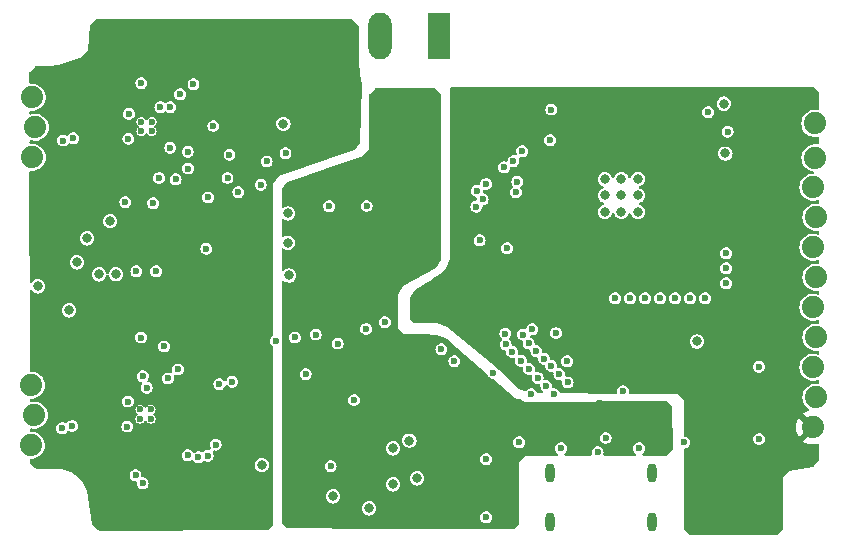
<source format=gbr>
%TF.GenerationSoftware,KiCad,Pcbnew,7.0.9*%
%TF.CreationDate,2023-12-14T21:01:46-07:00*%
%TF.ProjectId,mini_motor_go_V1_rev3,6d696e69-5f6d-46f7-946f-725f676f5f56,rev?*%
%TF.SameCoordinates,Original*%
%TF.FileFunction,Copper,L3,Inr*%
%TF.FilePolarity,Positive*%
%FSLAX46Y46*%
G04 Gerber Fmt 4.6, Leading zero omitted, Abs format (unit mm)*
G04 Created by KiCad (PCBNEW 7.0.9) date 2023-12-14 21:01:46*
%MOMM*%
%LPD*%
G01*
G04 APERTURE LIST*
%TA.AperFunction,ComponentPad*%
%ADD10C,0.600000*%
%TD*%
%TA.AperFunction,ComponentPad*%
%ADD11C,1.879600*%
%TD*%
%TA.AperFunction,ComponentPad*%
%ADD12O,0.800000X1.600000*%
%TD*%
%TA.AperFunction,ComponentPad*%
%ADD13R,1.980000X3.960000*%
%TD*%
%TA.AperFunction,ComponentPad*%
%ADD14O,1.980000X3.960000*%
%TD*%
%TA.AperFunction,ViaPad*%
%ADD15C,0.600000*%
%TD*%
%TA.AperFunction,ViaPad*%
%ADD16C,0.800000*%
%TD*%
G04 APERTURE END LIST*
D10*
%TO.N,GND*%
%TO.C,U2*%
X125481600Y-61536400D03*
X126381600Y-61536400D03*
X125481600Y-60736400D03*
X126381600Y-60736400D03*
%TD*%
D11*
%TO.N,Net-(U3-in+1)*%
%TO.C,J2*%
X116174213Y-88112054D03*
%TO.N,Net-(U5-V)*%
X116428213Y-85572054D03*
%TO.N,Net-(U3-in+2)*%
X116174213Y-83032054D03*
%TD*%
D12*
%TO.N,unconnected-(J11-SHELL_GND-PadS1)*%
%TO.C,J11*%
X160053600Y-94650700D03*
%TO.N,unconnected-(J11-SHELL_GND-PadS2)*%
X168703600Y-90450700D03*
%TO.N,unconnected-(J11-SHELL_GND-PadS3)*%
X160053600Y-90450700D03*
%TO.N,unconnected-(J11-SHELL_GND-PadS4)*%
X168703600Y-94650700D03*
%TD*%
D11*
%TO.N,Net-(J10-Pin_1)*%
%TO.C,J10*%
X182515000Y-63777800D03*
%TO.N,Net-(J10-Pin_2)*%
X182515000Y-60882200D03*
%TD*%
D10*
%TO.N,GND*%
%TO.C,U5*%
X125389938Y-85894093D03*
X126289938Y-85894093D03*
X125389938Y-85094093D03*
X126289938Y-85094093D03*
%TD*%
D13*
%TO.N,+BATT*%
%TO.C,J8*%
X150668062Y-53472238D03*
D14*
%TO.N,GND*%
X145668062Y-53472238D03*
%TD*%
D11*
%TO.N,Net-(U4-in+1)*%
%TO.C,J1*%
X116257000Y-63754000D03*
%TO.N,Net-(U2-V)*%
X116511000Y-61214000D03*
%TO.N,Net-(U4-in+2)*%
X116257000Y-58674000D03*
%TD*%
%TO.N,+3.3V*%
%TO.C,J9*%
X182344000Y-86610000D03*
%TO.N,+5V*%
X182598000Y-84070000D03*
%TO.N,GND*%
X182344000Y-81530000D03*
%TO.N,gpio47*%
X182598000Y-78990000D03*
%TO.N,gpio38*%
X182344000Y-76450000D03*
%TO.N,Net-(J9-Pin_6)*%
X182598000Y-73910000D03*
%TO.N,Net-(J9-Pin_7)*%
X182344000Y-71370000D03*
%TO.N,Net-(J9-Pin_8)*%
X182598000Y-68830000D03*
%TO.N,Net-(J9-Pin_9)*%
X182344000Y-66290000D03*
%TD*%
D15*
%TO.N,+BATT*%
X122642802Y-86943201D03*
D16*
X125624500Y-65250000D03*
X139050000Y-60930000D03*
D15*
X123931436Y-89838564D03*
X122732800Y-62585600D03*
X122732800Y-61772800D03*
X122642802Y-86130401D03*
%TO.N,GND*%
X161544000Y-81026000D03*
X158328060Y-81671940D03*
X166274001Y-83563600D03*
D16*
X164740000Y-66980000D03*
D15*
X118782002Y-86689201D03*
X154686000Y-94234000D03*
D16*
X164740000Y-68380000D03*
D15*
X161590842Y-82809158D03*
X124401600Y-62188400D03*
D16*
X116735000Y-74676000D03*
D15*
X157628060Y-80971940D03*
X159044166Y-82433634D03*
D16*
X166140000Y-65580000D03*
D15*
X159590842Y-80809158D03*
D16*
X123337570Y-73660000D03*
D15*
X171450000Y-87884000D03*
D16*
X135689493Y-89801810D03*
D15*
X159778060Y-83121940D03*
D16*
X166140000Y-68380000D03*
D15*
X177800000Y-87600000D03*
X157480000Y-87884000D03*
X131000000Y-71500000D03*
D16*
X137520000Y-60904365D03*
D15*
X132956940Y-63543060D03*
X157825500Y-78750000D03*
X124351602Y-84426001D03*
D16*
X164735137Y-65597355D03*
D15*
X156878060Y-80221940D03*
D16*
X137900000Y-70975500D03*
X166140000Y-66980000D03*
D15*
X143500000Y-84300000D03*
X160419981Y-83809449D03*
D16*
X167540000Y-66980000D03*
D15*
X156342637Y-79578908D03*
D16*
X167540000Y-68380000D03*
X174800000Y-59200000D03*
D15*
X141524000Y-89900000D03*
X119727546Y-62136006D03*
D16*
X138000000Y-73750000D03*
D15*
X158496000Y-83820000D03*
X124311602Y-86546001D03*
X124441600Y-60068400D03*
X125625500Y-82290000D03*
X160890842Y-82109158D03*
X118872000Y-62331600D03*
X161036000Y-88392000D03*
X144559980Y-67875500D03*
D16*
X167540000Y-65580000D03*
D15*
X158283364Y-79501678D03*
X167640000Y-88392000D03*
X160200000Y-59700000D03*
D16*
X172530000Y-79340000D03*
D15*
X131114800Y-89013600D03*
X119637548Y-86493607D03*
X156322500Y-78680558D03*
X125490000Y-57470000D03*
D16*
X137900000Y-68500000D03*
D15*
X158940842Y-80159158D03*
X160190842Y-81409158D03*
X154686000Y-89300000D03*
D16*
%TO.N,+3.3V*%
X148185362Y-87725395D03*
X148844000Y-90932000D03*
D15*
X156000000Y-60300000D03*
X125476000Y-79006000D03*
X148500000Y-77100000D03*
D16*
X119380000Y-76708000D03*
D15*
X175000000Y-82600000D03*
X125072469Y-73406000D03*
X128778000Y-58420000D03*
X128590000Y-81710000D03*
X126746000Y-73406000D03*
D16*
X170830000Y-80730000D03*
D15*
X124129800Y-67538600D03*
%TO.N,Net-(U3-in-1)*%
X125000000Y-90673500D03*
X129427830Y-88977500D03*
%TO.N,Net-(U3-in+1)*%
X130327526Y-89152900D03*
X125600000Y-91350000D03*
%TO.N,Net-(U3-ref_1)*%
X131775200Y-88073800D03*
X132100000Y-82950000D03*
X125943348Y-83248850D03*
%TO.N,/motor_controls/standby*%
X127421731Y-79763000D03*
X126492000Y-67640200D03*
X127104261Y-59503500D03*
X127740000Y-82470000D03*
%TO.N,+5V*%
X160528000Y-87630000D03*
X169926000Y-86614000D03*
X157480000Y-84455000D03*
X139599292Y-65785500D03*
X156210000Y-87884000D03*
X164338000Y-84582000D03*
X168500000Y-85900000D03*
X152654000Y-87884000D03*
D16*
X150070000Y-59790000D03*
D15*
X168402000Y-87630000D03*
X155448000Y-84836000D03*
%TO.N,Net-(U7-VFB)*%
X141400000Y-67900000D03*
D16*
%TO.N,m1_enc_cs*%
X122851991Y-69148009D03*
D15*
X175006000Y-71882000D03*
D16*
%TO.N,m2_enc_cs*%
X121920000Y-73660000D03*
D15*
X173228000Y-75692000D03*
%TO.N,m2_uh*%
X158600000Y-78300000D03*
X146106940Y-77706940D03*
%TO.N,m2_ul*%
X140250000Y-78750000D03*
X168148000Y-75692000D03*
%TO.N,m2_vh*%
X144531940Y-78281940D03*
X160600000Y-78621500D03*
%TO.N,m2_vl*%
X136900000Y-79300000D03*
X170688000Y-75692000D03*
%TO.N,m2_wh*%
X165608000Y-75692000D03*
X142113440Y-79513440D03*
%TO.N,m2_wl*%
X138500000Y-79000000D03*
X169418000Y-75692000D03*
%TO.N,m1_uh*%
X131150000Y-67150000D03*
X127000000Y-65500000D03*
X154391439Y-67300500D03*
%TO.N,m1_ul*%
X157200000Y-66700000D03*
X132789823Y-65500000D03*
X127939800Y-62941200D03*
%TO.N,m1_vh*%
X133700000Y-66700000D03*
X128400000Y-65618700D03*
X153900000Y-66585969D03*
%TO.N,m1_vl*%
X157000000Y-64075500D03*
X137700000Y-63400000D03*
X127939800Y-59503500D03*
%TO.N,m1_wh*%
X135600000Y-66075500D03*
X129446099Y-64700000D03*
X154693060Y-66006940D03*
%TO.N,m1_wl*%
X136100000Y-64100000D03*
X156200000Y-64600000D03*
X131600000Y-61100000D03*
%TO.N,Net-(J11-DP1)*%
X164800000Y-87517500D03*
X164126101Y-88722573D03*
%TO.N,Net-(U1-EN)*%
X160100000Y-62300000D03*
X153860000Y-67924500D03*
%TO.N,m2_current_sense_u*%
X133200000Y-82750000D03*
X156464000Y-71460500D03*
%TO.N,m2_current_sense_w*%
X139400000Y-82100000D03*
X166878000Y-75692000D03*
D16*
%TO.N,Net-(J10-Pin_1)*%
X174940000Y-63420000D03*
D15*
%TO.N,m1_current_sense_w*%
X129908326Y-57568045D03*
X157734000Y-63246000D03*
%TO.N,m1_current_sense_u*%
X129421099Y-63280167D03*
X157325503Y-65828100D03*
%TO.N,enc_scl*%
X175006000Y-73152000D03*
D16*
X120904000Y-70612000D03*
%TO.N,enc_sda*%
X120037570Y-72644000D03*
D15*
X175006000Y-74422000D03*
D16*
%TO.N,sda*%
X141732000Y-92456000D03*
D15*
X175125750Y-61574250D03*
D16*
X146812000Y-88392000D03*
D15*
X173482000Y-59930500D03*
D16*
%TO.N,scl*%
X146812000Y-91440000D03*
X144780000Y-93472000D03*
D15*
%TO.N,gpio38*%
X177770000Y-81480000D03*
X150900000Y-80010000D03*
%TO.N,gpio47*%
X154144667Y-70779500D03*
X152000000Y-81000000D03*
X155299500Y-82000000D03*
X171958000Y-75692000D03*
%TD*%
%TA.AperFunction,Conductor*%
%TO.N,+BATT*%
G36*
X142375002Y-52068685D02*
G01*
X143328740Y-52069939D01*
X143395754Y-52089712D01*
X143416258Y-52106258D01*
X143843681Y-52533681D01*
X143877166Y-52595004D01*
X143880000Y-52621362D01*
X143880000Y-55380000D01*
X143934265Y-55905727D01*
X143982131Y-56369461D01*
X144042147Y-56657085D01*
X144043193Y-56664059D01*
X144133808Y-57646364D01*
X144134055Y-57653412D01*
X144029713Y-62453191D01*
X144008576Y-62519787D01*
X144005920Y-62523574D01*
X143568259Y-63123539D01*
X143512847Y-63166098D01*
X143508504Y-63167687D01*
X137124686Y-65369004D01*
X136652000Y-66031998D01*
X136652000Y-78796724D01*
X136632315Y-78863763D01*
X136595041Y-78901039D01*
X136568873Y-78917856D01*
X136474623Y-79026626D01*
X136474622Y-79026628D01*
X136414834Y-79157543D01*
X136394353Y-79300000D01*
X136414834Y-79442456D01*
X136447252Y-79513440D01*
X136474623Y-79573373D01*
X136568872Y-79682143D01*
X136595037Y-79698958D01*
X136640793Y-79751759D01*
X136652000Y-79803274D01*
X136652000Y-90432000D01*
X136650639Y-91431998D01*
X136641500Y-94788762D01*
X136621633Y-94855747D01*
X136605091Y-94876196D01*
X136176269Y-95304133D01*
X136114911Y-95337554D01*
X136088759Y-95340361D01*
X121936075Y-95349641D01*
X121869023Y-95330000D01*
X121855084Y-95319607D01*
X121350993Y-94885557D01*
X121313035Y-94826897D01*
X121309268Y-94809934D01*
X120883921Y-91964506D01*
X120433712Y-91140748D01*
X119899714Y-90673500D01*
X124494353Y-90673500D01*
X124514834Y-90815956D01*
X124539165Y-90869232D01*
X124574623Y-90946873D01*
X124668872Y-91055643D01*
X124789947Y-91133453D01*
X124789950Y-91133454D01*
X124789949Y-91133454D01*
X124928036Y-91173999D01*
X124928038Y-91174000D01*
X124976554Y-91174000D01*
X125043593Y-91193685D01*
X125089348Y-91246489D01*
X125099292Y-91315646D01*
X125094353Y-91349999D01*
X125114834Y-91492456D01*
X125118051Y-91499500D01*
X125174623Y-91623373D01*
X125268872Y-91732143D01*
X125389947Y-91809953D01*
X125389950Y-91809954D01*
X125389949Y-91809954D01*
X125497107Y-91841417D01*
X125527419Y-91850318D01*
X125528036Y-91850499D01*
X125528038Y-91850500D01*
X125528039Y-91850500D01*
X125671962Y-91850500D01*
X125671962Y-91850499D01*
X125810053Y-91809953D01*
X125931128Y-91732143D01*
X126025377Y-91623373D01*
X126085165Y-91492457D01*
X126105647Y-91350000D01*
X126085165Y-91207543D01*
X126025377Y-91076627D01*
X125931128Y-90967857D01*
X125810053Y-90890047D01*
X125810051Y-90890046D01*
X125810049Y-90890045D01*
X125810050Y-90890045D01*
X125671963Y-90849500D01*
X125671961Y-90849500D01*
X125623446Y-90849500D01*
X125556407Y-90829815D01*
X125510652Y-90777011D01*
X125500708Y-90707854D01*
X125505647Y-90673500D01*
X125485165Y-90531043D01*
X125425377Y-90400127D01*
X125331128Y-90291357D01*
X125210053Y-90213547D01*
X125210051Y-90213546D01*
X125210049Y-90213545D01*
X125210050Y-90213545D01*
X125071963Y-90173000D01*
X125071961Y-90173000D01*
X124928039Y-90173000D01*
X124928036Y-90173000D01*
X124789949Y-90213545D01*
X124668873Y-90291356D01*
X124574623Y-90400126D01*
X124574622Y-90400128D01*
X124514834Y-90531043D01*
X124494353Y-90673500D01*
X119899714Y-90673500D01*
X119666288Y-90469252D01*
X119666286Y-90469251D01*
X118790038Y-90133828D01*
X116600819Y-90106799D01*
X116534028Y-90086288D01*
X116514193Y-90070011D01*
X116248894Y-89801811D01*
X135083811Y-89801811D01*
X135104448Y-89958570D01*
X135104449Y-89958572D01*
X135150608Y-90070011D01*
X135164957Y-90104651D01*
X135261211Y-90230092D01*
X135386652Y-90326346D01*
X135532731Y-90386854D01*
X135611112Y-90397173D01*
X135689492Y-90407492D01*
X135689493Y-90407492D01*
X135689494Y-90407492D01*
X135745444Y-90400126D01*
X135846255Y-90386854D01*
X135992334Y-90326346D01*
X136117775Y-90230092D01*
X136214029Y-90104651D01*
X136274537Y-89958572D01*
X136295175Y-89801810D01*
X136274537Y-89645048D01*
X136214029Y-89498969D01*
X136117775Y-89373528D01*
X135992334Y-89277274D01*
X135969797Y-89267939D01*
X135846255Y-89216766D01*
X135846253Y-89216765D01*
X135689494Y-89196128D01*
X135689492Y-89196128D01*
X135532732Y-89216765D01*
X135532730Y-89216766D01*
X135386653Y-89277273D01*
X135261211Y-89373528D01*
X135164956Y-89498970D01*
X135104449Y-89645047D01*
X135104448Y-89645049D01*
X135083811Y-89801808D01*
X135083811Y-89801811D01*
X116248894Y-89801811D01*
X116085034Y-89636160D01*
X116051883Y-89574656D01*
X116049191Y-89549139D01*
X116049170Y-89535043D01*
X116048966Y-89395743D01*
X116048938Y-89376536D01*
X116068524Y-89309468D01*
X116121261Y-89263635D01*
X116172938Y-89252354D01*
X116279875Y-89252354D01*
X116279877Y-89252354D01*
X116487608Y-89213522D01*
X116684666Y-89137182D01*
X116864341Y-89025931D01*
X116917467Y-88977500D01*
X128922183Y-88977500D01*
X128942664Y-89119956D01*
X129002452Y-89250871D01*
X129002453Y-89250873D01*
X129096702Y-89359643D01*
X129217777Y-89437453D01*
X129217780Y-89437454D01*
X129217779Y-89437454D01*
X129355866Y-89477999D01*
X129355868Y-89478000D01*
X129355869Y-89478000D01*
X129499792Y-89478000D01*
X129499792Y-89477999D01*
X129637880Y-89437454D01*
X129637881Y-89437454D01*
X129655279Y-89426273D01*
X129725748Y-89380985D01*
X129792787Y-89361301D01*
X129859826Y-89380985D01*
X129894315Y-89420766D01*
X129897355Y-89418813D01*
X129902149Y-89426273D01*
X129996398Y-89535043D01*
X130117473Y-89612853D01*
X130117476Y-89612854D01*
X130117475Y-89612854D01*
X130255562Y-89653399D01*
X130255564Y-89653400D01*
X130255565Y-89653400D01*
X130399488Y-89653400D01*
X130399488Y-89653399D01*
X130537579Y-89612853D01*
X130658654Y-89535043D01*
X130710538Y-89475164D01*
X130769315Y-89437390D01*
X130839185Y-89437390D01*
X130871291Y-89452052D01*
X130904748Y-89473554D01*
X131042836Y-89514099D01*
X131042838Y-89514100D01*
X131042839Y-89514100D01*
X131186762Y-89514100D01*
X131186762Y-89514099D01*
X131324853Y-89473553D01*
X131445928Y-89395743D01*
X131540177Y-89286973D01*
X131599965Y-89156057D01*
X131620447Y-89013600D01*
X131599965Y-88871143D01*
X131540207Y-88740294D01*
X131530264Y-88671138D01*
X131559289Y-88607582D01*
X131618066Y-88569807D01*
X131687937Y-88569807D01*
X131703239Y-88574300D01*
X131847162Y-88574300D01*
X131847162Y-88574299D01*
X131985253Y-88533753D01*
X132106328Y-88455943D01*
X132200577Y-88347173D01*
X132260365Y-88216257D01*
X132280847Y-88073800D01*
X132260365Y-87931343D01*
X132200577Y-87800427D01*
X132106328Y-87691657D01*
X131985253Y-87613847D01*
X131985251Y-87613846D01*
X131985249Y-87613845D01*
X131985250Y-87613845D01*
X131847163Y-87573300D01*
X131847161Y-87573300D01*
X131703239Y-87573300D01*
X131703236Y-87573300D01*
X131565149Y-87613845D01*
X131444073Y-87691656D01*
X131349823Y-87800426D01*
X131349822Y-87800428D01*
X131290034Y-87931343D01*
X131269553Y-88073800D01*
X131290034Y-88216256D01*
X131349791Y-88347103D01*
X131359735Y-88416262D01*
X131330710Y-88479817D01*
X131271932Y-88517592D01*
X131202065Y-88517593D01*
X131186762Y-88513100D01*
X131186761Y-88513100D01*
X131042839Y-88513100D01*
X131042836Y-88513100D01*
X130904749Y-88553645D01*
X130783673Y-88631456D01*
X130783672Y-88631456D01*
X130783672Y-88631457D01*
X130749289Y-88671138D01*
X130731788Y-88691335D01*
X130673010Y-88729109D01*
X130603140Y-88729109D01*
X130571037Y-88714448D01*
X130537579Y-88692947D01*
X130537576Y-88692945D01*
X130399489Y-88652400D01*
X130399487Y-88652400D01*
X130255565Y-88652400D01*
X130255562Y-88652400D01*
X130117475Y-88692945D01*
X130117472Y-88692946D01*
X130029606Y-88749414D01*
X129962567Y-88769098D01*
X129895528Y-88749413D01*
X129861052Y-88709625D01*
X129858001Y-88711587D01*
X129853206Y-88704126D01*
X129758958Y-88595357D01*
X129637883Y-88517547D01*
X129637881Y-88517546D01*
X129637879Y-88517545D01*
X129637880Y-88517545D01*
X129499793Y-88477000D01*
X129499791Y-88477000D01*
X129355869Y-88477000D01*
X129355866Y-88477000D01*
X129217779Y-88517545D01*
X129096703Y-88595356D01*
X129002453Y-88704126D01*
X129002452Y-88704128D01*
X128942664Y-88835043D01*
X128922183Y-88977500D01*
X116917467Y-88977500D01*
X117020515Y-88883560D01*
X117147869Y-88714916D01*
X117242066Y-88525743D01*
X117242066Y-88525740D01*
X117242068Y-88525738D01*
X117275181Y-88409352D01*
X117299899Y-88322481D01*
X117319398Y-88112054D01*
X117299899Y-87901627D01*
X117291500Y-87872107D01*
X117242068Y-87698369D01*
X117242065Y-87698363D01*
X117179791Y-87573300D01*
X117147869Y-87509192D01*
X117020515Y-87340548D01*
X117020513Y-87340545D01*
X116864342Y-87198178D01*
X116864341Y-87198177D01*
X116684666Y-87086926D01*
X116684665Y-87086925D01*
X116540578Y-87031106D01*
X116487608Y-87010586D01*
X116279877Y-86971754D01*
X116169224Y-86971754D01*
X116102185Y-86952069D01*
X116056430Y-86899265D01*
X116045224Y-86847940D01*
X116045169Y-86810008D01*
X116064754Y-86742944D01*
X116117490Y-86697111D01*
X116186634Y-86687065D01*
X116191894Y-86687930D01*
X116322549Y-86712354D01*
X116322552Y-86712354D01*
X116533875Y-86712354D01*
X116533877Y-86712354D01*
X116657734Y-86689201D01*
X118276355Y-86689201D01*
X118296836Y-86831657D01*
X118355636Y-86960408D01*
X118356625Y-86962574D01*
X118450874Y-87071344D01*
X118571949Y-87149154D01*
X118571952Y-87149155D01*
X118571951Y-87149155D01*
X118710038Y-87189700D01*
X118710040Y-87189701D01*
X118710041Y-87189701D01*
X118853964Y-87189701D01*
X118853964Y-87189700D01*
X118992055Y-87149154D01*
X119113130Y-87071344D01*
X119207379Y-86962574D01*
X119207383Y-86962564D01*
X119208770Y-86960408D01*
X119210720Y-86958717D01*
X119213187Y-86955871D01*
X119213596Y-86956225D01*
X119261570Y-86914648D01*
X119330727Y-86904697D01*
X119380130Y-86923120D01*
X119427495Y-86953560D01*
X119427498Y-86953561D01*
X119427497Y-86953561D01*
X119565584Y-86994106D01*
X119565586Y-86994107D01*
X119565587Y-86994107D01*
X119709510Y-86994107D01*
X119709510Y-86994106D01*
X119838525Y-86956225D01*
X119847598Y-86953561D01*
X119847598Y-86953560D01*
X119847601Y-86953560D01*
X119968676Y-86875750D01*
X120062925Y-86766980D01*
X120122713Y-86636064D01*
X120135662Y-86546001D01*
X123805955Y-86546001D01*
X123826436Y-86688457D01*
X123837350Y-86712354D01*
X123886225Y-86819374D01*
X123980474Y-86928144D01*
X124101549Y-87005954D01*
X124101552Y-87005955D01*
X124101551Y-87005955D01*
X124239638Y-87046500D01*
X124239640Y-87046501D01*
X124239641Y-87046501D01*
X124383564Y-87046501D01*
X124383564Y-87046500D01*
X124521655Y-87005954D01*
X124642730Y-86928144D01*
X124736979Y-86819374D01*
X124796767Y-86688458D01*
X124817249Y-86546001D01*
X124796767Y-86403544D01*
X124736979Y-86272628D01*
X124642730Y-86163858D01*
X124521655Y-86086048D01*
X124521653Y-86086047D01*
X124521651Y-86086046D01*
X124521652Y-86086046D01*
X124383565Y-86045501D01*
X124383563Y-86045501D01*
X124239641Y-86045501D01*
X124239638Y-86045501D01*
X124101551Y-86086046D01*
X123980475Y-86163857D01*
X123886225Y-86272627D01*
X123886224Y-86272629D01*
X123826436Y-86403544D01*
X123805955Y-86546001D01*
X120135662Y-86546001D01*
X120143195Y-86493607D01*
X120122713Y-86351150D01*
X120062925Y-86220234D01*
X119968676Y-86111464D01*
X119847601Y-86033654D01*
X119847599Y-86033653D01*
X119847597Y-86033652D01*
X119847598Y-86033652D01*
X119709511Y-85993107D01*
X119709509Y-85993107D01*
X119565587Y-85993107D01*
X119565584Y-85993107D01*
X119427497Y-86033652D01*
X119306421Y-86111463D01*
X119212169Y-86220235D01*
X119210771Y-86222412D01*
X119208816Y-86224105D01*
X119206363Y-86226937D01*
X119205955Y-86226584D01*
X119157966Y-86268166D01*
X119088807Y-86278107D01*
X119039418Y-86259686D01*
X118992052Y-86229246D01*
X118853965Y-86188701D01*
X118853963Y-86188701D01*
X118710041Y-86188701D01*
X118710038Y-86188701D01*
X118571951Y-86229246D01*
X118450875Y-86307057D01*
X118356625Y-86415827D01*
X118356624Y-86415829D01*
X118296836Y-86546744D01*
X118276355Y-86689201D01*
X116657734Y-86689201D01*
X116741608Y-86673522D01*
X116938666Y-86597182D01*
X117118341Y-86485931D01*
X117274515Y-86343560D01*
X117401869Y-86174916D01*
X117496066Y-85985743D01*
X117496066Y-85985740D01*
X117496068Y-85985738D01*
X117522142Y-85894096D01*
X124984446Y-85894096D01*
X125004290Y-86019393D01*
X125004290Y-86019394D01*
X125017593Y-86045501D01*
X125061888Y-86132435D01*
X125061890Y-86132437D01*
X125061892Y-86132440D01*
X125151590Y-86222138D01*
X125151592Y-86222139D01*
X125151596Y-86222143D01*
X125264634Y-86279739D01*
X125264635Y-86279739D01*
X125264637Y-86279740D01*
X125389935Y-86299585D01*
X125389938Y-86299585D01*
X125389941Y-86299585D01*
X125515238Y-86279740D01*
X125515239Y-86279740D01*
X125515240Y-86279739D01*
X125515242Y-86279739D01*
X125628280Y-86222143D01*
X125717988Y-86132435D01*
X125729453Y-86109932D01*
X125777427Y-86059136D01*
X125845248Y-86042341D01*
X125911383Y-86064878D01*
X125950422Y-86109931D01*
X125951203Y-86111464D01*
X125961887Y-86132433D01*
X125961892Y-86132440D01*
X126051590Y-86222138D01*
X126051592Y-86222139D01*
X126051596Y-86222143D01*
X126164634Y-86279739D01*
X126164635Y-86279739D01*
X126164637Y-86279740D01*
X126289935Y-86299585D01*
X126289938Y-86299585D01*
X126289941Y-86299585D01*
X126415238Y-86279740D01*
X126415239Y-86279740D01*
X126415240Y-86279739D01*
X126415242Y-86279739D01*
X126528280Y-86222143D01*
X126617988Y-86132435D01*
X126675584Y-86019397D01*
X126675584Y-86019395D01*
X126675585Y-86019394D01*
X126675585Y-86019393D01*
X126695430Y-85894096D01*
X126695430Y-85894089D01*
X126675585Y-85768792D01*
X126675585Y-85768791D01*
X126652409Y-85723306D01*
X126617988Y-85655751D01*
X126617984Y-85655747D01*
X126617983Y-85655745D01*
X126544012Y-85581774D01*
X126510527Y-85520451D01*
X126515511Y-85450759D01*
X126544012Y-85406412D01*
X126617983Y-85332440D01*
X126617988Y-85332435D01*
X126675584Y-85219397D01*
X126675584Y-85219395D01*
X126675585Y-85219394D01*
X126675585Y-85219393D01*
X126695430Y-85094096D01*
X126695430Y-85094089D01*
X126675585Y-84968792D01*
X126675585Y-84968791D01*
X126654037Y-84926501D01*
X126617988Y-84855751D01*
X126617984Y-84855747D01*
X126617983Y-84855745D01*
X126528285Y-84766047D01*
X126528282Y-84766045D01*
X126528280Y-84766043D01*
X126415242Y-84708447D01*
X126415241Y-84708446D01*
X126415238Y-84708445D01*
X126289941Y-84688601D01*
X126289935Y-84688601D01*
X126164637Y-84708445D01*
X126164636Y-84708445D01*
X126089275Y-84746844D01*
X126051596Y-84766043D01*
X126051595Y-84766044D01*
X126051590Y-84766047D01*
X125961892Y-84855745D01*
X125961887Y-84855752D01*
X125950422Y-84878254D01*
X125902448Y-84929049D01*
X125834626Y-84945844D01*
X125768492Y-84923306D01*
X125729454Y-84878254D01*
X125727626Y-84874667D01*
X125717988Y-84855751D01*
X125717985Y-84855748D01*
X125717983Y-84855745D01*
X125628285Y-84766047D01*
X125628282Y-84766045D01*
X125628280Y-84766043D01*
X125515242Y-84708447D01*
X125515241Y-84708446D01*
X125515238Y-84708445D01*
X125389941Y-84688601D01*
X125389935Y-84688601D01*
X125264637Y-84708445D01*
X125264636Y-84708445D01*
X125189275Y-84746844D01*
X125151596Y-84766043D01*
X125151595Y-84766044D01*
X125151590Y-84766047D01*
X125061892Y-84855745D01*
X125061889Y-84855750D01*
X125061888Y-84855751D01*
X125050422Y-84878254D01*
X125004290Y-84968791D01*
X125004290Y-84968792D01*
X124984446Y-85094089D01*
X124984446Y-85094096D01*
X125004290Y-85219393D01*
X125004290Y-85219394D01*
X125022743Y-85255610D01*
X125061888Y-85332435D01*
X125061890Y-85332437D01*
X125061892Y-85332440D01*
X125135864Y-85406412D01*
X125169349Y-85467735D01*
X125164365Y-85537427D01*
X125135864Y-85581774D01*
X125061892Y-85655745D01*
X125061889Y-85655750D01*
X125061888Y-85655751D01*
X125050422Y-85678254D01*
X125004290Y-85768791D01*
X125004290Y-85768792D01*
X124984446Y-85894089D01*
X124984446Y-85894096D01*
X117522142Y-85894096D01*
X117553898Y-85782483D01*
X117553899Y-85782480D01*
X117555168Y-85768791D01*
X117573398Y-85572054D01*
X117553899Y-85361627D01*
X117524738Y-85259136D01*
X117496068Y-85158369D01*
X117496065Y-85158363D01*
X117464060Y-85094089D01*
X117401869Y-84969192D01*
X117274515Y-84800548D01*
X117274513Y-84800545D01*
X117118342Y-84658178D01*
X117118341Y-84658177D01*
X116938666Y-84546926D01*
X116938665Y-84546925D01*
X116794578Y-84491106D01*
X116741608Y-84470586D01*
X116533877Y-84431754D01*
X116322549Y-84431754D01*
X116265294Y-84442457D01*
X116188319Y-84456846D01*
X116118804Y-84449815D01*
X116088869Y-84426001D01*
X123845955Y-84426001D01*
X123866436Y-84568457D01*
X123907411Y-84658177D01*
X123926225Y-84699374D01*
X124020474Y-84808144D01*
X124141549Y-84885954D01*
X124141552Y-84885955D01*
X124141551Y-84885955D01*
X124279638Y-84926500D01*
X124279640Y-84926501D01*
X124279641Y-84926501D01*
X124423564Y-84926501D01*
X124423564Y-84926500D01*
X124561655Y-84885954D01*
X124682730Y-84808144D01*
X124776979Y-84699374D01*
X124836767Y-84568458D01*
X124857249Y-84426001D01*
X124836767Y-84283544D01*
X124776979Y-84152628D01*
X124682730Y-84043858D01*
X124561655Y-83966048D01*
X124561653Y-83966047D01*
X124561651Y-83966046D01*
X124561652Y-83966046D01*
X124423565Y-83925501D01*
X124423563Y-83925501D01*
X124279641Y-83925501D01*
X124279638Y-83925501D01*
X124141551Y-83966046D01*
X124020475Y-84043857D01*
X123926225Y-84152627D01*
X123926224Y-84152629D01*
X123866436Y-84283544D01*
X123845955Y-84426001D01*
X116088869Y-84426001D01*
X116064125Y-84406317D01*
X116041643Y-84340163D01*
X116041534Y-84335179D01*
X116041478Y-84296533D01*
X116061065Y-84229466D01*
X116113803Y-84183634D01*
X116165478Y-84172354D01*
X116279875Y-84172354D01*
X116279877Y-84172354D01*
X116487608Y-84133522D01*
X116684666Y-84057182D01*
X116864341Y-83945931D01*
X117020515Y-83803560D01*
X117147869Y-83634916D01*
X117242066Y-83445743D01*
X117242066Y-83445740D01*
X117242068Y-83445738D01*
X117297617Y-83250500D01*
X117299899Y-83242481D01*
X117319398Y-83032054D01*
X117314155Y-82975478D01*
X117299899Y-82821627D01*
X117299898Y-82821624D01*
X117242068Y-82618369D01*
X117242065Y-82618363D01*
X117171489Y-82476628D01*
X117147869Y-82429192D01*
X117042756Y-82290000D01*
X125119853Y-82290000D01*
X125140334Y-82432456D01*
X125198561Y-82559953D01*
X125200123Y-82563373D01*
X125294372Y-82672143D01*
X125415447Y-82749953D01*
X125415450Y-82749954D01*
X125415449Y-82749954D01*
X125467825Y-82765333D01*
X125526604Y-82803107D01*
X125555629Y-82866662D01*
X125545686Y-82935821D01*
X125526607Y-82965509D01*
X125517973Y-82975473D01*
X125517970Y-82975478D01*
X125458182Y-83106393D01*
X125437701Y-83248850D01*
X125458182Y-83391306D01*
X125485215Y-83450499D01*
X125517971Y-83522223D01*
X125612220Y-83630993D01*
X125733295Y-83708803D01*
X125733298Y-83708804D01*
X125733297Y-83708804D01*
X125871384Y-83749349D01*
X125871386Y-83749350D01*
X125871387Y-83749350D01*
X126015310Y-83749350D01*
X126015310Y-83749349D01*
X126153401Y-83708803D01*
X126274476Y-83630993D01*
X126368725Y-83522223D01*
X126428513Y-83391307D01*
X126448995Y-83248850D01*
X126428513Y-83106393D01*
X126368725Y-82975477D01*
X126274476Y-82866707D01*
X126153401Y-82788897D01*
X126153400Y-82788896D01*
X126153399Y-82788896D01*
X126101020Y-82773516D01*
X126042243Y-82735741D01*
X126013218Y-82672185D01*
X126023162Y-82603027D01*
X126042242Y-82573337D01*
X126050877Y-82563373D01*
X126093519Y-82470000D01*
X127234353Y-82470000D01*
X127254834Y-82612456D01*
X127314622Y-82743371D01*
X127314623Y-82743373D01*
X127408872Y-82852143D01*
X127529947Y-82929953D01*
X127529950Y-82929954D01*
X127529949Y-82929954D01*
X127668036Y-82970499D01*
X127668038Y-82970500D01*
X127668039Y-82970500D01*
X127811962Y-82970500D01*
X127811962Y-82970499D01*
X127881777Y-82950000D01*
X131594353Y-82950000D01*
X131614834Y-83092456D01*
X131621199Y-83106393D01*
X131674623Y-83223373D01*
X131768872Y-83332143D01*
X131889947Y-83409953D01*
X131889950Y-83409954D01*
X131889949Y-83409954D01*
X131997107Y-83441417D01*
X132011841Y-83445744D01*
X132028036Y-83450499D01*
X132028038Y-83450500D01*
X132028039Y-83450500D01*
X132171962Y-83450500D01*
X132171962Y-83450499D01*
X132310053Y-83409953D01*
X132431128Y-83332143D01*
X132525377Y-83223373D01*
X132585165Y-83092457D01*
X132585165Y-83092456D01*
X132588849Y-83084390D01*
X132590816Y-83085288D01*
X132622049Y-83036674D01*
X132685600Y-83007640D01*
X132754760Y-83017573D01*
X132796977Y-83049171D01*
X132868872Y-83132143D01*
X132989947Y-83209953D01*
X132989950Y-83209954D01*
X132989949Y-83209954D01*
X133097107Y-83241417D01*
X133100728Y-83242481D01*
X133128036Y-83250499D01*
X133128038Y-83250500D01*
X133128039Y-83250500D01*
X133271962Y-83250500D01*
X133271962Y-83250499D01*
X133410053Y-83209953D01*
X133531128Y-83132143D01*
X133625377Y-83023373D01*
X133685165Y-82892457D01*
X133705647Y-82750000D01*
X133685165Y-82607543D01*
X133625377Y-82476627D01*
X133531128Y-82367857D01*
X133410053Y-82290047D01*
X133410051Y-82290046D01*
X133410049Y-82290045D01*
X133410050Y-82290045D01*
X133271963Y-82249500D01*
X133271961Y-82249500D01*
X133128039Y-82249500D01*
X133128036Y-82249500D01*
X132989949Y-82290045D01*
X132868873Y-82367856D01*
X132774623Y-82476626D01*
X132774622Y-82476628D01*
X132768495Y-82490045D01*
X132718052Y-82600500D01*
X132711151Y-82615610D01*
X132709187Y-82614713D01*
X132677930Y-82663343D01*
X132614372Y-82692363D01*
X132545215Y-82682415D01*
X132503021Y-82650827D01*
X132431128Y-82567857D01*
X132310053Y-82490047D01*
X132310051Y-82490046D01*
X132310049Y-82490045D01*
X132310050Y-82490045D01*
X132171963Y-82449500D01*
X132171961Y-82449500D01*
X132028039Y-82449500D01*
X132028036Y-82449500D01*
X131889949Y-82490045D01*
X131768873Y-82567856D01*
X131674623Y-82676626D01*
X131674622Y-82676628D01*
X131614834Y-82807543D01*
X131594353Y-82950000D01*
X127881777Y-82950000D01*
X127950053Y-82929953D01*
X128071128Y-82852143D01*
X128165377Y-82743373D01*
X128225165Y-82612457D01*
X128245647Y-82470000D01*
X128225165Y-82327543D01*
X128225164Y-82327541D01*
X128223901Y-82323239D01*
X128223900Y-82253370D01*
X128261674Y-82194591D01*
X128325229Y-82165565D01*
X128377813Y-82169326D01*
X128379945Y-82169952D01*
X128379947Y-82169953D01*
X128459381Y-82193276D01*
X128518038Y-82210500D01*
X128518039Y-82210500D01*
X128661962Y-82210500D01*
X128661962Y-82210499D01*
X128800053Y-82169953D01*
X128921128Y-82092143D01*
X129015377Y-81983373D01*
X129075165Y-81852457D01*
X129095647Y-81710000D01*
X129075165Y-81567543D01*
X129015377Y-81436627D01*
X128921128Y-81327857D01*
X128800053Y-81250047D01*
X128800051Y-81250046D01*
X128800049Y-81250045D01*
X128800050Y-81250045D01*
X128661963Y-81209500D01*
X128661961Y-81209500D01*
X128518039Y-81209500D01*
X128518036Y-81209500D01*
X128379949Y-81250045D01*
X128258873Y-81327856D01*
X128164623Y-81436626D01*
X128164622Y-81436628D01*
X128104834Y-81567543D01*
X128084353Y-81710000D01*
X128104835Y-81852463D01*
X128106099Y-81856766D01*
X128106097Y-81926635D01*
X128068320Y-81985412D01*
X128004763Y-82014435D01*
X127952187Y-82010673D01*
X127811963Y-81969500D01*
X127811961Y-81969500D01*
X127668039Y-81969500D01*
X127668036Y-81969500D01*
X127529949Y-82010045D01*
X127408873Y-82087856D01*
X127314623Y-82196626D01*
X127314622Y-82196628D01*
X127254834Y-82327543D01*
X127234353Y-82470000D01*
X126093519Y-82470000D01*
X126110665Y-82432457D01*
X126131147Y-82290000D01*
X126110665Y-82147543D01*
X126050877Y-82016627D01*
X125956628Y-81907857D01*
X125835553Y-81830047D01*
X125835551Y-81830046D01*
X125835549Y-81830045D01*
X125835550Y-81830045D01*
X125697463Y-81789500D01*
X125697461Y-81789500D01*
X125553539Y-81789500D01*
X125553536Y-81789500D01*
X125415449Y-81830045D01*
X125294373Y-81907856D01*
X125200123Y-82016626D01*
X125200122Y-82016628D01*
X125140334Y-82147543D01*
X125119853Y-82290000D01*
X117042756Y-82290000D01*
X117020515Y-82260548D01*
X117020513Y-82260545D01*
X116864342Y-82118178D01*
X116864341Y-82118177D01*
X116684666Y-82006926D01*
X116684665Y-82006925D01*
X116540578Y-81951106D01*
X116487608Y-81930586D01*
X116279877Y-81891754D01*
X116161765Y-81891754D01*
X116094726Y-81872069D01*
X116048971Y-81819265D01*
X116037765Y-81767936D01*
X116037471Y-81567543D01*
X116034821Y-79763000D01*
X126916084Y-79763000D01*
X126936565Y-79905456D01*
X126986109Y-80013940D01*
X126996354Y-80036373D01*
X127090603Y-80145143D01*
X127211678Y-80222953D01*
X127211681Y-80222954D01*
X127211680Y-80222954D01*
X127349767Y-80263499D01*
X127349769Y-80263500D01*
X127349770Y-80263500D01*
X127493693Y-80263500D01*
X127493693Y-80263499D01*
X127631784Y-80222953D01*
X127752859Y-80145143D01*
X127847108Y-80036373D01*
X127906896Y-79905457D01*
X127927378Y-79763000D01*
X127906896Y-79620543D01*
X127847108Y-79489627D01*
X127752859Y-79380857D01*
X127631784Y-79303047D01*
X127631782Y-79303046D01*
X127631780Y-79303045D01*
X127631781Y-79303045D01*
X127493694Y-79262500D01*
X127493692Y-79262500D01*
X127349770Y-79262500D01*
X127349767Y-79262500D01*
X127211680Y-79303045D01*
X127090604Y-79380856D01*
X126996354Y-79489626D01*
X126996353Y-79489628D01*
X126936565Y-79620543D01*
X126916084Y-79763000D01*
X116034821Y-79763000D01*
X116033709Y-79006000D01*
X124970353Y-79006000D01*
X124990834Y-79148456D01*
X125032672Y-79240067D01*
X125050623Y-79279373D01*
X125144872Y-79388143D01*
X125265947Y-79465953D01*
X125265950Y-79465954D01*
X125265949Y-79465954D01*
X125404036Y-79506499D01*
X125404038Y-79506500D01*
X125404039Y-79506500D01*
X125547962Y-79506500D01*
X125547962Y-79506499D01*
X125686053Y-79465953D01*
X125807128Y-79388143D01*
X125901377Y-79279373D01*
X125961165Y-79148457D01*
X125981647Y-79006000D01*
X125961165Y-78863543D01*
X125901377Y-78732627D01*
X125807128Y-78623857D01*
X125686053Y-78546047D01*
X125686051Y-78546046D01*
X125686049Y-78546045D01*
X125686050Y-78546045D01*
X125547963Y-78505500D01*
X125547961Y-78505500D01*
X125404039Y-78505500D01*
X125404036Y-78505500D01*
X125265949Y-78546045D01*
X125144873Y-78623856D01*
X125050623Y-78732626D01*
X125050622Y-78732628D01*
X124990834Y-78863543D01*
X124970353Y-79006000D01*
X116033709Y-79006000D01*
X116030335Y-76708001D01*
X118774318Y-76708001D01*
X118794955Y-76864760D01*
X118794956Y-76864762D01*
X118855464Y-77010841D01*
X118951718Y-77136282D01*
X119077159Y-77232536D01*
X119223238Y-77293044D01*
X119301619Y-77303363D01*
X119379999Y-77313682D01*
X119380000Y-77313682D01*
X119380001Y-77313682D01*
X119432254Y-77306802D01*
X119536762Y-77293044D01*
X119682841Y-77232536D01*
X119808282Y-77136282D01*
X119904536Y-77010841D01*
X119965044Y-76864762D01*
X119985682Y-76708000D01*
X119965044Y-76551238D01*
X119904536Y-76405159D01*
X119808282Y-76279718D01*
X119682841Y-76183464D01*
X119536762Y-76122956D01*
X119536760Y-76122955D01*
X119380001Y-76102318D01*
X119379999Y-76102318D01*
X119223239Y-76122955D01*
X119223237Y-76122956D01*
X119077160Y-76183463D01*
X118951718Y-76279718D01*
X118855463Y-76405160D01*
X118794956Y-76551237D01*
X118794955Y-76551239D01*
X118774318Y-76707998D01*
X118774318Y-76708001D01*
X116030335Y-76708001D01*
X116027983Y-75106497D01*
X116047568Y-75039433D01*
X116100305Y-74993600D01*
X116169449Y-74983555D01*
X116233047Y-75012487D01*
X116250357Y-75030832D01*
X116293519Y-75087081D01*
X116306718Y-75104282D01*
X116432159Y-75200536D01*
X116578238Y-75261044D01*
X116656619Y-75271363D01*
X116734999Y-75281682D01*
X116735000Y-75281682D01*
X116735001Y-75281682D01*
X116787254Y-75274802D01*
X116891762Y-75261044D01*
X117037841Y-75200536D01*
X117163282Y-75104282D01*
X117259536Y-74978841D01*
X117320044Y-74832762D01*
X117340682Y-74676000D01*
X117320044Y-74519238D01*
X117259536Y-74373159D01*
X117163282Y-74247718D01*
X117037841Y-74151464D01*
X116891762Y-74090956D01*
X116891760Y-74090955D01*
X116735001Y-74070318D01*
X116734999Y-74070318D01*
X116578239Y-74090955D01*
X116578237Y-74090956D01*
X116432160Y-74151463D01*
X116306715Y-74247720D01*
X116249096Y-74322811D01*
X116192668Y-74364014D01*
X116122922Y-74368168D01*
X116062002Y-74333955D01*
X116029249Y-74272237D01*
X116026721Y-74247513D01*
X116025858Y-73660001D01*
X121314318Y-73660001D01*
X121334955Y-73816760D01*
X121334956Y-73816762D01*
X121395464Y-73962841D01*
X121491718Y-74088282D01*
X121617159Y-74184536D01*
X121763238Y-74245044D01*
X121841619Y-74255363D01*
X121919999Y-74265682D01*
X121920000Y-74265682D01*
X121920001Y-74265682D01*
X121972254Y-74258802D01*
X122076762Y-74245044D01*
X122222841Y-74184536D01*
X122348282Y-74088282D01*
X122444536Y-73962841D01*
X122505044Y-73816762D01*
X122505846Y-73810668D01*
X122534112Y-73746772D01*
X122592437Y-73708301D01*
X122662301Y-73707470D01*
X122721525Y-73744542D01*
X122751304Y-73807748D01*
X122751724Y-73810669D01*
X122752525Y-73816760D01*
X122752526Y-73816762D01*
X122813034Y-73962841D01*
X122909288Y-74088282D01*
X123034729Y-74184536D01*
X123180808Y-74245044D01*
X123259189Y-74255363D01*
X123337569Y-74265682D01*
X123337570Y-74265682D01*
X123337571Y-74265682D01*
X123389824Y-74258802D01*
X123494332Y-74245044D01*
X123640411Y-74184536D01*
X123765852Y-74088282D01*
X123862106Y-73962841D01*
X123922614Y-73816762D01*
X123936893Y-73708301D01*
X123943252Y-73660001D01*
X123943252Y-73659998D01*
X123922614Y-73503239D01*
X123922614Y-73503238D01*
X123882337Y-73406000D01*
X124566822Y-73406000D01*
X124587303Y-73548456D01*
X124638245Y-73660001D01*
X124647092Y-73679373D01*
X124741341Y-73788143D01*
X124862416Y-73865953D01*
X124862419Y-73865954D01*
X124862418Y-73865954D01*
X125000505Y-73906499D01*
X125000507Y-73906500D01*
X125000508Y-73906500D01*
X125144431Y-73906500D01*
X125144431Y-73906499D01*
X125282522Y-73865953D01*
X125403597Y-73788143D01*
X125497846Y-73679373D01*
X125557634Y-73548457D01*
X125578116Y-73406000D01*
X126240353Y-73406000D01*
X126260834Y-73548456D01*
X126311776Y-73660001D01*
X126320623Y-73679373D01*
X126414872Y-73788143D01*
X126535947Y-73865953D01*
X126535950Y-73865954D01*
X126535949Y-73865954D01*
X126674036Y-73906499D01*
X126674038Y-73906500D01*
X126674039Y-73906500D01*
X126817962Y-73906500D01*
X126817962Y-73906499D01*
X126956053Y-73865953D01*
X127077128Y-73788143D01*
X127171377Y-73679373D01*
X127231165Y-73548457D01*
X127251647Y-73406000D01*
X127231165Y-73263543D01*
X127171377Y-73132627D01*
X127077128Y-73023857D01*
X126956053Y-72946047D01*
X126956051Y-72946046D01*
X126956049Y-72946045D01*
X126956050Y-72946045D01*
X126817963Y-72905500D01*
X126817961Y-72905500D01*
X126674039Y-72905500D01*
X126674036Y-72905500D01*
X126535949Y-72946045D01*
X126414873Y-73023856D01*
X126320623Y-73132626D01*
X126320622Y-73132628D01*
X126260834Y-73263543D01*
X126240353Y-73406000D01*
X125578116Y-73406000D01*
X125557634Y-73263543D01*
X125497846Y-73132627D01*
X125403597Y-73023857D01*
X125282522Y-72946047D01*
X125282520Y-72946046D01*
X125282518Y-72946045D01*
X125282519Y-72946045D01*
X125144432Y-72905500D01*
X125144430Y-72905500D01*
X125000508Y-72905500D01*
X125000505Y-72905500D01*
X124862418Y-72946045D01*
X124741342Y-73023856D01*
X124647092Y-73132626D01*
X124647091Y-73132628D01*
X124587303Y-73263543D01*
X124566822Y-73406000D01*
X123882337Y-73406000D01*
X123862106Y-73357159D01*
X123765852Y-73231718D01*
X123640411Y-73135464D01*
X123633564Y-73132628D01*
X123494332Y-73074956D01*
X123494330Y-73074955D01*
X123337571Y-73054318D01*
X123337569Y-73054318D01*
X123180809Y-73074955D01*
X123180807Y-73074956D01*
X123034730Y-73135463D01*
X122909288Y-73231718D01*
X122813033Y-73357160D01*
X122752526Y-73503237D01*
X122752526Y-73503239D01*
X122751724Y-73509331D01*
X122723457Y-73573228D01*
X122665132Y-73611698D01*
X122595267Y-73612529D01*
X122536044Y-73575456D01*
X122506266Y-73512250D01*
X122505846Y-73509331D01*
X122505044Y-73503238D01*
X122444536Y-73357159D01*
X122348282Y-73231718D01*
X122222841Y-73135464D01*
X122215994Y-73132628D01*
X122076762Y-73074956D01*
X122076760Y-73074955D01*
X121920001Y-73054318D01*
X121919999Y-73054318D01*
X121763239Y-73074955D01*
X121763237Y-73074956D01*
X121617160Y-73135463D01*
X121491718Y-73231718D01*
X121395463Y-73357160D01*
X121334956Y-73503237D01*
X121334955Y-73503239D01*
X121314318Y-73659998D01*
X121314318Y-73660001D01*
X116025858Y-73660001D01*
X116024366Y-72644001D01*
X119431888Y-72644001D01*
X119452525Y-72800760D01*
X119452526Y-72800762D01*
X119513034Y-72946841D01*
X119609288Y-73072282D01*
X119734729Y-73168536D01*
X119880808Y-73229044D01*
X119959189Y-73239363D01*
X120037569Y-73249682D01*
X120037570Y-73249682D01*
X120037571Y-73249682D01*
X120089824Y-73242802D01*
X120194332Y-73229044D01*
X120340411Y-73168536D01*
X120465852Y-73072282D01*
X120562106Y-72946841D01*
X120622614Y-72800762D01*
X120643252Y-72644000D01*
X120622614Y-72487238D01*
X120562106Y-72341159D01*
X120465852Y-72215718D01*
X120340411Y-72119464D01*
X120194332Y-72058956D01*
X120194330Y-72058955D01*
X120037571Y-72038318D01*
X120037569Y-72038318D01*
X119880809Y-72058955D01*
X119880807Y-72058956D01*
X119734730Y-72119463D01*
X119609288Y-72215718D01*
X119513033Y-72341160D01*
X119452526Y-72487237D01*
X119452525Y-72487239D01*
X119431888Y-72643998D01*
X119431888Y-72644001D01*
X116024366Y-72644001D01*
X116022686Y-71500000D01*
X130494353Y-71500000D01*
X130514834Y-71642456D01*
X130574622Y-71773371D01*
X130574623Y-71773373D01*
X130668872Y-71882143D01*
X130789947Y-71959953D01*
X130789950Y-71959954D01*
X130789949Y-71959954D01*
X130928036Y-72000499D01*
X130928038Y-72000500D01*
X130928039Y-72000500D01*
X131071962Y-72000500D01*
X131071962Y-72000499D01*
X131210053Y-71959953D01*
X131331128Y-71882143D01*
X131425377Y-71773373D01*
X131485165Y-71642457D01*
X131505647Y-71500000D01*
X131485165Y-71357543D01*
X131425377Y-71226627D01*
X131331128Y-71117857D01*
X131210053Y-71040047D01*
X131210051Y-71040046D01*
X131210049Y-71040045D01*
X131210050Y-71040045D01*
X131071963Y-70999500D01*
X131071961Y-70999500D01*
X130928039Y-70999500D01*
X130928036Y-70999500D01*
X130789949Y-71040045D01*
X130668873Y-71117856D01*
X130574623Y-71226626D01*
X130574622Y-71226628D01*
X130514834Y-71357543D01*
X130494353Y-71500000D01*
X116022686Y-71500000D01*
X116021382Y-70612001D01*
X120298318Y-70612001D01*
X120318955Y-70768760D01*
X120318956Y-70768762D01*
X120379464Y-70914841D01*
X120475718Y-71040282D01*
X120601159Y-71136536D01*
X120747238Y-71197044D01*
X120825619Y-71207363D01*
X120903999Y-71217682D01*
X120904000Y-71217682D01*
X120904001Y-71217682D01*
X120956254Y-71210802D01*
X121060762Y-71197044D01*
X121206841Y-71136536D01*
X121332282Y-71040282D01*
X121428536Y-70914841D01*
X121489044Y-70768762D01*
X121509682Y-70612000D01*
X121489044Y-70455238D01*
X121428536Y-70309159D01*
X121332282Y-70183718D01*
X121206841Y-70087464D01*
X121060762Y-70026956D01*
X121060760Y-70026955D01*
X120904001Y-70006318D01*
X120903999Y-70006318D01*
X120747239Y-70026955D01*
X120747237Y-70026956D01*
X120601160Y-70087463D01*
X120475718Y-70183718D01*
X120379463Y-70309160D01*
X120318956Y-70455237D01*
X120318955Y-70455239D01*
X120298318Y-70611998D01*
X120298318Y-70612001D01*
X116021382Y-70612001D01*
X116019232Y-69148010D01*
X122246309Y-69148010D01*
X122266946Y-69304769D01*
X122266947Y-69304771D01*
X122327455Y-69450850D01*
X122423709Y-69576291D01*
X122549150Y-69672545D01*
X122695229Y-69733053D01*
X122773610Y-69743372D01*
X122851990Y-69753691D01*
X122851991Y-69753691D01*
X122851992Y-69753691D01*
X122904245Y-69746811D01*
X123008753Y-69733053D01*
X123154832Y-69672545D01*
X123280273Y-69576291D01*
X123376527Y-69450850D01*
X123437035Y-69304771D01*
X123457673Y-69148009D01*
X123437035Y-68991247D01*
X123376527Y-68845168D01*
X123280273Y-68719727D01*
X123154832Y-68623473D01*
X123008753Y-68562965D01*
X123008751Y-68562964D01*
X122851992Y-68542327D01*
X122851990Y-68542327D01*
X122695230Y-68562964D01*
X122695228Y-68562965D01*
X122549151Y-68623472D01*
X122423709Y-68719727D01*
X122327454Y-68845169D01*
X122266947Y-68991246D01*
X122266946Y-68991248D01*
X122246309Y-69148007D01*
X122246309Y-69148010D01*
X116019232Y-69148010D01*
X116016869Y-67538600D01*
X123624153Y-67538600D01*
X123644634Y-67681056D01*
X123704422Y-67811971D01*
X123704423Y-67811973D01*
X123798672Y-67920743D01*
X123919747Y-67998553D01*
X123919750Y-67998554D01*
X123919749Y-67998554D01*
X124057836Y-68039099D01*
X124057838Y-68039100D01*
X124057839Y-68039100D01*
X124201762Y-68039100D01*
X124201762Y-68039099D01*
X124339853Y-67998553D01*
X124460928Y-67920743D01*
X124555177Y-67811973D01*
X124614965Y-67681057D01*
X124620839Y-67640200D01*
X125986353Y-67640200D01*
X126006834Y-67782656D01*
X126020222Y-67811971D01*
X126066623Y-67913573D01*
X126160872Y-68022343D01*
X126281947Y-68100153D01*
X126281950Y-68100154D01*
X126281949Y-68100154D01*
X126420036Y-68140699D01*
X126420038Y-68140700D01*
X126420039Y-68140700D01*
X126563962Y-68140700D01*
X126563962Y-68140699D01*
X126702053Y-68100153D01*
X126823128Y-68022343D01*
X126917377Y-67913573D01*
X126977165Y-67782657D01*
X126997647Y-67640200D01*
X126977165Y-67497743D01*
X126917377Y-67366827D01*
X126823128Y-67258057D01*
X126702053Y-67180247D01*
X126702051Y-67180246D01*
X126702049Y-67180245D01*
X126702050Y-67180245D01*
X126599042Y-67150000D01*
X130644353Y-67150000D01*
X130664834Y-67292456D01*
X130712187Y-67396143D01*
X130724623Y-67423373D01*
X130818872Y-67532143D01*
X130939947Y-67609953D01*
X130939950Y-67609954D01*
X130939949Y-67609954D01*
X131078036Y-67650499D01*
X131078038Y-67650500D01*
X131078039Y-67650500D01*
X131221962Y-67650500D01*
X131221962Y-67650499D01*
X131360053Y-67609953D01*
X131481128Y-67532143D01*
X131575377Y-67423373D01*
X131635165Y-67292457D01*
X131655647Y-67150000D01*
X131635165Y-67007543D01*
X131575377Y-66876627D01*
X131481128Y-66767857D01*
X131375540Y-66700000D01*
X133194353Y-66700000D01*
X133214834Y-66842456D01*
X133274622Y-66973371D01*
X133274623Y-66973373D01*
X133368872Y-67082143D01*
X133489947Y-67159953D01*
X133489950Y-67159954D01*
X133489949Y-67159954D01*
X133628036Y-67200499D01*
X133628038Y-67200500D01*
X133628039Y-67200500D01*
X133771962Y-67200500D01*
X133771962Y-67200499D01*
X133910053Y-67159953D01*
X134031128Y-67082143D01*
X134125377Y-66973373D01*
X134185165Y-66842457D01*
X134205647Y-66700000D01*
X134185165Y-66557543D01*
X134125377Y-66426627D01*
X134031128Y-66317857D01*
X133910053Y-66240047D01*
X133910051Y-66240046D01*
X133910049Y-66240045D01*
X133910050Y-66240045D01*
X133771963Y-66199500D01*
X133771961Y-66199500D01*
X133628039Y-66199500D01*
X133628036Y-66199500D01*
X133489949Y-66240045D01*
X133368873Y-66317856D01*
X133274623Y-66426626D01*
X133274622Y-66426628D01*
X133214834Y-66557543D01*
X133194353Y-66700000D01*
X131375540Y-66700000D01*
X131360053Y-66690047D01*
X131360051Y-66690046D01*
X131360049Y-66690045D01*
X131360050Y-66690045D01*
X131221963Y-66649500D01*
X131221961Y-66649500D01*
X131078039Y-66649500D01*
X131078036Y-66649500D01*
X130939949Y-66690045D01*
X130818873Y-66767856D01*
X130724623Y-66876626D01*
X130724622Y-66876628D01*
X130664834Y-67007543D01*
X130644353Y-67150000D01*
X126599042Y-67150000D01*
X126563963Y-67139700D01*
X126563961Y-67139700D01*
X126420039Y-67139700D01*
X126420036Y-67139700D01*
X126281949Y-67180245D01*
X126160873Y-67258056D01*
X126066623Y-67366826D01*
X126066622Y-67366828D01*
X126006834Y-67497743D01*
X125986353Y-67640200D01*
X124620839Y-67640200D01*
X124635447Y-67538600D01*
X124614965Y-67396143D01*
X124555177Y-67265227D01*
X124460928Y-67156457D01*
X124339853Y-67078647D01*
X124339851Y-67078646D01*
X124339849Y-67078645D01*
X124339850Y-67078645D01*
X124201763Y-67038100D01*
X124201761Y-67038100D01*
X124057839Y-67038100D01*
X124057836Y-67038100D01*
X123919749Y-67078645D01*
X123798673Y-67156456D01*
X123704423Y-67265226D01*
X123704422Y-67265228D01*
X123644634Y-67396143D01*
X123624153Y-67538600D01*
X116016869Y-67538600D01*
X116013876Y-65500000D01*
X126494353Y-65500000D01*
X126514834Y-65642456D01*
X126569044Y-65761157D01*
X126574623Y-65773373D01*
X126668872Y-65882143D01*
X126789947Y-65959953D01*
X126789950Y-65959954D01*
X126789949Y-65959954D01*
X126928036Y-66000499D01*
X126928038Y-66000500D01*
X126928039Y-66000500D01*
X127071962Y-66000500D01*
X127071962Y-66000499D01*
X127210053Y-65959953D01*
X127331128Y-65882143D01*
X127425377Y-65773373D01*
X127485165Y-65642457D01*
X127488581Y-65618700D01*
X127894353Y-65618700D01*
X127914834Y-65761156D01*
X127933546Y-65802128D01*
X127974623Y-65892073D01*
X128068872Y-66000843D01*
X128189947Y-66078653D01*
X128189950Y-66078654D01*
X128189949Y-66078654D01*
X128328036Y-66119199D01*
X128328038Y-66119200D01*
X128328039Y-66119200D01*
X128471962Y-66119200D01*
X128471962Y-66119199D01*
X128610053Y-66078653D01*
X128614959Y-66075500D01*
X135094353Y-66075500D01*
X135114834Y-66217956D01*
X135160458Y-66317856D01*
X135174623Y-66348873D01*
X135268872Y-66457643D01*
X135389947Y-66535453D01*
X135389950Y-66535454D01*
X135389949Y-66535454D01*
X135528036Y-66575999D01*
X135528038Y-66576000D01*
X135528039Y-66576000D01*
X135671962Y-66576000D01*
X135671962Y-66575999D01*
X135810053Y-66535453D01*
X135931128Y-66457643D01*
X136025377Y-66348873D01*
X136085165Y-66217957D01*
X136105647Y-66075500D01*
X136085165Y-65933043D01*
X136025377Y-65802127D01*
X135931128Y-65693357D01*
X135810053Y-65615547D01*
X135810051Y-65615546D01*
X135810049Y-65615545D01*
X135810050Y-65615545D01*
X135671963Y-65575000D01*
X135671961Y-65575000D01*
X135528039Y-65575000D01*
X135528036Y-65575000D01*
X135389949Y-65615545D01*
X135268873Y-65693356D01*
X135174623Y-65802126D01*
X135174622Y-65802128D01*
X135114834Y-65933043D01*
X135094353Y-66075500D01*
X128614959Y-66075500D01*
X128731128Y-66000843D01*
X128825377Y-65892073D01*
X128885165Y-65761157D01*
X128905647Y-65618700D01*
X128888581Y-65500000D01*
X132284176Y-65500000D01*
X132304657Y-65642456D01*
X132358867Y-65761157D01*
X132364446Y-65773373D01*
X132458695Y-65882143D01*
X132579770Y-65959953D01*
X132579773Y-65959954D01*
X132579772Y-65959954D01*
X132717859Y-66000499D01*
X132717861Y-66000500D01*
X132717862Y-66000500D01*
X132861785Y-66000500D01*
X132861785Y-66000499D01*
X132999876Y-65959953D01*
X133120951Y-65882143D01*
X133215200Y-65773373D01*
X133274988Y-65642457D01*
X133295470Y-65500000D01*
X133274988Y-65357543D01*
X133215200Y-65226627D01*
X133120951Y-65117857D01*
X132999876Y-65040047D01*
X132999874Y-65040046D01*
X132999872Y-65040045D01*
X132999873Y-65040045D01*
X132861786Y-64999500D01*
X132861784Y-64999500D01*
X132717862Y-64999500D01*
X132717859Y-64999500D01*
X132579772Y-65040045D01*
X132458696Y-65117856D01*
X132364446Y-65226626D01*
X132364445Y-65226628D01*
X132304657Y-65357543D01*
X132284176Y-65500000D01*
X128888581Y-65500000D01*
X128885165Y-65476243D01*
X128825377Y-65345327D01*
X128731128Y-65236557D01*
X128610053Y-65158747D01*
X128610051Y-65158746D01*
X128610049Y-65158745D01*
X128610050Y-65158745D01*
X128471963Y-65118200D01*
X128471961Y-65118200D01*
X128328039Y-65118200D01*
X128328036Y-65118200D01*
X128189949Y-65158745D01*
X128068873Y-65236556D01*
X127974623Y-65345326D01*
X127974622Y-65345328D01*
X127914834Y-65476243D01*
X127894353Y-65618700D01*
X127488581Y-65618700D01*
X127505647Y-65500000D01*
X127485165Y-65357543D01*
X127425377Y-65226627D01*
X127331128Y-65117857D01*
X127210053Y-65040047D01*
X127210051Y-65040046D01*
X127210049Y-65040045D01*
X127210050Y-65040045D01*
X127071963Y-64999500D01*
X127071961Y-64999500D01*
X126928039Y-64999500D01*
X126928036Y-64999500D01*
X126789949Y-65040045D01*
X126668873Y-65117856D01*
X126574623Y-65226626D01*
X126574622Y-65226628D01*
X126514834Y-65357543D01*
X126494353Y-65500000D01*
X116013876Y-65500000D01*
X116013168Y-65017698D01*
X116032754Y-64950632D01*
X116085491Y-64904799D01*
X116145603Y-64894560D01*
X116145603Y-64894300D01*
X116147130Y-64894300D01*
X116148615Y-64894047D01*
X116151328Y-64894298D01*
X116151336Y-64894300D01*
X116151344Y-64894300D01*
X116362662Y-64894300D01*
X116362664Y-64894300D01*
X116570395Y-64855468D01*
X116767453Y-64779128D01*
X116895248Y-64700000D01*
X128940452Y-64700000D01*
X128960933Y-64842456D01*
X128984610Y-64894300D01*
X129020722Y-64973373D01*
X129114971Y-65082143D01*
X129236046Y-65159953D01*
X129236049Y-65159954D01*
X129236048Y-65159954D01*
X129374135Y-65200499D01*
X129374137Y-65200500D01*
X129374138Y-65200500D01*
X129518061Y-65200500D01*
X129518061Y-65200499D01*
X129656152Y-65159953D01*
X129777227Y-65082143D01*
X129871476Y-64973373D01*
X129931264Y-64842457D01*
X129951746Y-64700000D01*
X129931264Y-64557543D01*
X129871476Y-64426627D01*
X129777227Y-64317857D01*
X129656152Y-64240047D01*
X129656150Y-64240046D01*
X129656148Y-64240045D01*
X129656149Y-64240045D01*
X129518062Y-64199500D01*
X129518060Y-64199500D01*
X129374138Y-64199500D01*
X129374135Y-64199500D01*
X129236048Y-64240045D01*
X129114972Y-64317856D01*
X129020722Y-64426626D01*
X129020721Y-64426628D01*
X128960933Y-64557543D01*
X128940452Y-64700000D01*
X116895248Y-64700000D01*
X116947128Y-64667877D01*
X117103302Y-64525506D01*
X117230656Y-64356862D01*
X117324853Y-64167689D01*
X117324853Y-64167686D01*
X117324855Y-64167684D01*
X117344112Y-64100000D01*
X135594353Y-64100000D01*
X135614834Y-64242456D01*
X135674622Y-64373371D01*
X135674623Y-64373373D01*
X135768872Y-64482143D01*
X135889947Y-64559953D01*
X135889950Y-64559954D01*
X135889949Y-64559954D01*
X136028036Y-64600499D01*
X136028038Y-64600500D01*
X136028039Y-64600500D01*
X136171962Y-64600500D01*
X136171962Y-64600499D01*
X136310053Y-64559953D01*
X136431128Y-64482143D01*
X136525377Y-64373373D01*
X136585165Y-64242457D01*
X136605647Y-64100000D01*
X136585165Y-63957543D01*
X136525377Y-63826627D01*
X136431128Y-63717857D01*
X136310053Y-63640047D01*
X136310051Y-63640046D01*
X136310049Y-63640045D01*
X136310050Y-63640045D01*
X136171963Y-63599500D01*
X136171961Y-63599500D01*
X136028039Y-63599500D01*
X136028036Y-63599500D01*
X135889949Y-63640045D01*
X135768873Y-63717856D01*
X135674623Y-63826626D01*
X135674622Y-63826628D01*
X135614834Y-63957543D01*
X135594353Y-64100000D01*
X117344112Y-64100000D01*
X117382685Y-63964429D01*
X117382686Y-63964426D01*
X117402185Y-63754000D01*
X117402185Y-63753999D01*
X117382686Y-63543573D01*
X117382685Y-63543570D01*
X117324855Y-63340315D01*
X117324852Y-63340309D01*
X117235525Y-63160917D01*
X117230656Y-63151138D01*
X117103302Y-62982494D01*
X117103300Y-62982491D01*
X117058005Y-62941200D01*
X127434153Y-62941200D01*
X127454634Y-63083656D01*
X127514422Y-63214571D01*
X127514423Y-63214573D01*
X127608672Y-63323343D01*
X127729747Y-63401153D01*
X127729750Y-63401154D01*
X127729749Y-63401154D01*
X127867836Y-63441699D01*
X127867838Y-63441700D01*
X127867839Y-63441700D01*
X128011762Y-63441700D01*
X128011762Y-63441699D01*
X128149853Y-63401153D01*
X128270928Y-63323343D01*
X128308340Y-63280167D01*
X128915452Y-63280167D01*
X128935933Y-63422623D01*
X128990936Y-63543060D01*
X128995722Y-63553540D01*
X129089971Y-63662310D01*
X129211046Y-63740120D01*
X129211049Y-63740121D01*
X129211048Y-63740121D01*
X129349135Y-63780666D01*
X129349137Y-63780667D01*
X129349138Y-63780667D01*
X129493061Y-63780667D01*
X129493061Y-63780666D01*
X129631152Y-63740120D01*
X129752227Y-63662310D01*
X129846476Y-63553540D01*
X129851262Y-63543060D01*
X132451293Y-63543060D01*
X132471774Y-63685516D01*
X132515229Y-63780667D01*
X132531563Y-63816433D01*
X132625812Y-63925203D01*
X132746887Y-64003013D01*
X132746890Y-64003014D01*
X132746889Y-64003014D01*
X132884976Y-64043559D01*
X132884978Y-64043560D01*
X132884979Y-64043560D01*
X133028902Y-64043560D01*
X133028902Y-64043559D01*
X133166993Y-64003013D01*
X133288068Y-63925203D01*
X133382317Y-63816433D01*
X133442105Y-63685517D01*
X133462587Y-63543060D01*
X133442105Y-63400603D01*
X133441830Y-63400000D01*
X137194353Y-63400000D01*
X137214834Y-63542456D01*
X137219896Y-63553540D01*
X137274623Y-63673373D01*
X137368872Y-63782143D01*
X137489947Y-63859953D01*
X137489950Y-63859954D01*
X137489949Y-63859954D01*
X137628036Y-63900499D01*
X137628038Y-63900500D01*
X137628039Y-63900500D01*
X137771962Y-63900500D01*
X137771962Y-63900499D01*
X137910053Y-63859953D01*
X138031128Y-63782143D01*
X138125377Y-63673373D01*
X138185165Y-63542457D01*
X138205647Y-63400000D01*
X138185165Y-63257543D01*
X138125377Y-63126627D01*
X138031128Y-63017857D01*
X137910053Y-62940047D01*
X137910051Y-62940046D01*
X137910049Y-62940045D01*
X137910050Y-62940045D01*
X137771963Y-62899500D01*
X137771961Y-62899500D01*
X137628039Y-62899500D01*
X137628036Y-62899500D01*
X137489949Y-62940045D01*
X137368873Y-63017856D01*
X137274623Y-63126626D01*
X137274622Y-63126628D01*
X137214834Y-63257543D01*
X137194353Y-63400000D01*
X133441830Y-63400000D01*
X133382317Y-63269687D01*
X133288068Y-63160917D01*
X133166993Y-63083107D01*
X133166991Y-63083106D01*
X133166989Y-63083105D01*
X133166990Y-63083105D01*
X133028903Y-63042560D01*
X133028901Y-63042560D01*
X132884979Y-63042560D01*
X132884976Y-63042560D01*
X132746889Y-63083105D01*
X132625813Y-63160916D01*
X132531563Y-63269686D01*
X132531562Y-63269688D01*
X132471774Y-63400603D01*
X132451293Y-63543060D01*
X129851262Y-63543060D01*
X129906264Y-63422624D01*
X129926746Y-63280167D01*
X129906264Y-63137710D01*
X129846476Y-63006794D01*
X129752227Y-62898024D01*
X129631152Y-62820214D01*
X129631150Y-62820213D01*
X129631148Y-62820212D01*
X129631149Y-62820212D01*
X129493062Y-62779667D01*
X129493060Y-62779667D01*
X129349138Y-62779667D01*
X129349135Y-62779667D01*
X129211048Y-62820212D01*
X129089972Y-62898023D01*
X128995722Y-63006793D01*
X128995721Y-63006795D01*
X128935933Y-63137710D01*
X128915452Y-63280167D01*
X128308340Y-63280167D01*
X128365177Y-63214573D01*
X128424965Y-63083657D01*
X128445447Y-62941200D01*
X128424965Y-62798743D01*
X128365177Y-62667827D01*
X128270928Y-62559057D01*
X128149853Y-62481247D01*
X128149851Y-62481246D01*
X128149849Y-62481245D01*
X128149850Y-62481245D01*
X128011763Y-62440700D01*
X128011761Y-62440700D01*
X127867839Y-62440700D01*
X127867836Y-62440700D01*
X127729749Y-62481245D01*
X127608673Y-62559056D01*
X127514423Y-62667826D01*
X127514422Y-62667828D01*
X127454634Y-62798743D01*
X127434153Y-62941200D01*
X117058005Y-62941200D01*
X116947129Y-62840124D01*
X116947128Y-62840123D01*
X116767453Y-62728872D01*
X116767452Y-62728871D01*
X116609874Y-62667826D01*
X116570395Y-62652532D01*
X116362664Y-62613700D01*
X116151336Y-62613700D01*
X116151334Y-62613700D01*
X116145630Y-62614229D01*
X116145395Y-62611694D01*
X116086686Y-62605735D01*
X116032023Y-62562217D01*
X116009565Y-62496056D01*
X116009458Y-62491076D01*
X116009359Y-62423740D01*
X116028945Y-62356672D01*
X116081682Y-62310839D01*
X116150826Y-62300794D01*
X116178148Y-62307930D01*
X116197605Y-62315468D01*
X116405336Y-62354300D01*
X116405338Y-62354300D01*
X116616662Y-62354300D01*
X116616664Y-62354300D01*
X116738097Y-62331600D01*
X118366353Y-62331600D01*
X118386834Y-62474056D01*
X118445634Y-62602807D01*
X118446623Y-62604973D01*
X118540872Y-62713743D01*
X118661947Y-62791553D01*
X118661950Y-62791554D01*
X118661949Y-62791554D01*
X118800036Y-62832099D01*
X118800038Y-62832100D01*
X118800039Y-62832100D01*
X118943962Y-62832100D01*
X118943962Y-62832099D01*
X119082053Y-62791553D01*
X119203128Y-62713743D01*
X119297377Y-62604973D01*
X119297381Y-62604963D01*
X119298768Y-62602807D01*
X119300718Y-62601116D01*
X119303185Y-62598270D01*
X119303594Y-62598624D01*
X119351568Y-62557047D01*
X119420725Y-62547096D01*
X119470128Y-62565519D01*
X119517493Y-62595959D01*
X119517496Y-62595960D01*
X119517495Y-62595960D01*
X119655582Y-62636505D01*
X119655584Y-62636506D01*
X119655585Y-62636506D01*
X119799508Y-62636506D01*
X119799508Y-62636505D01*
X119928523Y-62598624D01*
X119937596Y-62595960D01*
X119937596Y-62595959D01*
X119937599Y-62595959D01*
X120058674Y-62518149D01*
X120152923Y-62409379D01*
X120212711Y-62278463D01*
X120225660Y-62188400D01*
X123895953Y-62188400D01*
X123916434Y-62330856D01*
X123966599Y-62440700D01*
X123976223Y-62461773D01*
X124070472Y-62570543D01*
X124191547Y-62648353D01*
X124191550Y-62648354D01*
X124191549Y-62648354D01*
X124329636Y-62688899D01*
X124329638Y-62688900D01*
X124329639Y-62688900D01*
X124473562Y-62688900D01*
X124473562Y-62688899D01*
X124597417Y-62652533D01*
X124611650Y-62648354D01*
X124611650Y-62648353D01*
X124611653Y-62648353D01*
X124732728Y-62570543D01*
X124826977Y-62461773D01*
X124886765Y-62330857D01*
X124907247Y-62188400D01*
X124886765Y-62045943D01*
X124826977Y-61915027D01*
X124732728Y-61806257D01*
X124611653Y-61728447D01*
X124611651Y-61728446D01*
X124611649Y-61728445D01*
X124611650Y-61728445D01*
X124473563Y-61687900D01*
X124473561Y-61687900D01*
X124329639Y-61687900D01*
X124329636Y-61687900D01*
X124191549Y-61728445D01*
X124070473Y-61806256D01*
X123976223Y-61915026D01*
X123976222Y-61915028D01*
X123916434Y-62045943D01*
X123895953Y-62188400D01*
X120225660Y-62188400D01*
X120233193Y-62136006D01*
X120212711Y-61993549D01*
X120152923Y-61862633D01*
X120058674Y-61753863D01*
X119937599Y-61676053D01*
X119937597Y-61676052D01*
X119937595Y-61676051D01*
X119937596Y-61676051D01*
X119799509Y-61635506D01*
X119799507Y-61635506D01*
X119655585Y-61635506D01*
X119655582Y-61635506D01*
X119517495Y-61676051D01*
X119396419Y-61753862D01*
X119302167Y-61862634D01*
X119300769Y-61864811D01*
X119298814Y-61866504D01*
X119296361Y-61869336D01*
X119295953Y-61868983D01*
X119247964Y-61910565D01*
X119178805Y-61920506D01*
X119129416Y-61902085D01*
X119082050Y-61871645D01*
X118943963Y-61831100D01*
X118943961Y-61831100D01*
X118800039Y-61831100D01*
X118800036Y-61831100D01*
X118661949Y-61871645D01*
X118540873Y-61949456D01*
X118446623Y-62058226D01*
X118446622Y-62058228D01*
X118386834Y-62189143D01*
X118366353Y-62331600D01*
X116738097Y-62331600D01*
X116824395Y-62315468D01*
X117021453Y-62239128D01*
X117201128Y-62127877D01*
X117357302Y-61985506D01*
X117484656Y-61816862D01*
X117578853Y-61627689D01*
X117578853Y-61627686D01*
X117578855Y-61627684D01*
X117604826Y-61536403D01*
X125076108Y-61536403D01*
X125095952Y-61661700D01*
X125095952Y-61661701D01*
X125114405Y-61697917D01*
X125153550Y-61774742D01*
X125153552Y-61774744D01*
X125153554Y-61774747D01*
X125243252Y-61864445D01*
X125243254Y-61864446D01*
X125243258Y-61864450D01*
X125356296Y-61922046D01*
X125356297Y-61922046D01*
X125356299Y-61922047D01*
X125481597Y-61941892D01*
X125481600Y-61941892D01*
X125481603Y-61941892D01*
X125606900Y-61922047D01*
X125606901Y-61922047D01*
X125606902Y-61922046D01*
X125606904Y-61922046D01*
X125719942Y-61864450D01*
X125809650Y-61774742D01*
X125821115Y-61752239D01*
X125869089Y-61701443D01*
X125936910Y-61684648D01*
X126003045Y-61707185D01*
X126042085Y-61752240D01*
X126053549Y-61774740D01*
X126053554Y-61774747D01*
X126143252Y-61864445D01*
X126143254Y-61864446D01*
X126143258Y-61864450D01*
X126256296Y-61922046D01*
X126256297Y-61922046D01*
X126256299Y-61922047D01*
X126381597Y-61941892D01*
X126381600Y-61941892D01*
X126381603Y-61941892D01*
X126506900Y-61922047D01*
X126506901Y-61922047D01*
X126506902Y-61922046D01*
X126506904Y-61922046D01*
X126619942Y-61864450D01*
X126709650Y-61774742D01*
X126767246Y-61661704D01*
X126767246Y-61661702D01*
X126767247Y-61661701D01*
X126767247Y-61661700D01*
X126787092Y-61536403D01*
X126787092Y-61536396D01*
X126767247Y-61411099D01*
X126767247Y-61411098D01*
X126744071Y-61365613D01*
X126709650Y-61298058D01*
X126709646Y-61298054D01*
X126709645Y-61298052D01*
X126635674Y-61224081D01*
X126602189Y-61162758D01*
X126606677Y-61100000D01*
X131094353Y-61100000D01*
X131114834Y-61242456D01*
X131140227Y-61298057D01*
X131174623Y-61373373D01*
X131268872Y-61482143D01*
X131389947Y-61559953D01*
X131389950Y-61559954D01*
X131389949Y-61559954D01*
X131528036Y-61600499D01*
X131528038Y-61600500D01*
X131528039Y-61600500D01*
X131671962Y-61600500D01*
X131671962Y-61600499D01*
X131810053Y-61559953D01*
X131931128Y-61482143D01*
X132025377Y-61373373D01*
X132085165Y-61242457D01*
X132105647Y-61100000D01*
X132085165Y-60957543D01*
X132060880Y-60904366D01*
X136914318Y-60904366D01*
X136934955Y-61061125D01*
X136934956Y-61061127D01*
X136960189Y-61122046D01*
X136995464Y-61207206D01*
X137091718Y-61332647D01*
X137217159Y-61428901D01*
X137363238Y-61489409D01*
X137441619Y-61499728D01*
X137519999Y-61510047D01*
X137520000Y-61510047D01*
X137520001Y-61510047D01*
X137572254Y-61503167D01*
X137676762Y-61489409D01*
X137822841Y-61428901D01*
X137948282Y-61332647D01*
X138044536Y-61207206D01*
X138105044Y-61061127D01*
X138125682Y-60904365D01*
X138125297Y-60901443D01*
X138105044Y-60747604D01*
X138105044Y-60747603D01*
X138044536Y-60601524D01*
X137948282Y-60476083D01*
X137822841Y-60379829D01*
X137704735Y-60330908D01*
X137676762Y-60319321D01*
X137676760Y-60319320D01*
X137520001Y-60298683D01*
X137519999Y-60298683D01*
X137363239Y-60319320D01*
X137363237Y-60319321D01*
X137217160Y-60379828D01*
X137091718Y-60476083D01*
X136995463Y-60601525D01*
X136934956Y-60747602D01*
X136934955Y-60747604D01*
X136914318Y-60904363D01*
X136914318Y-60904366D01*
X132060880Y-60904366D01*
X132025377Y-60826627D01*
X131931128Y-60717857D01*
X131810053Y-60640047D01*
X131810051Y-60640046D01*
X131810049Y-60640045D01*
X131810050Y-60640045D01*
X131671963Y-60599500D01*
X131671961Y-60599500D01*
X131528039Y-60599500D01*
X131528036Y-60599500D01*
X131389949Y-60640045D01*
X131268873Y-60717856D01*
X131174623Y-60826626D01*
X131174622Y-60826628D01*
X131114834Y-60957543D01*
X131094353Y-61100000D01*
X126606677Y-61100000D01*
X126607173Y-61093066D01*
X126635674Y-61048719D01*
X126709645Y-60974747D01*
X126709650Y-60974742D01*
X126767246Y-60861704D01*
X126767246Y-60861702D01*
X126767247Y-60861701D01*
X126767247Y-60861700D01*
X126787092Y-60736403D01*
X126787092Y-60736396D01*
X126767247Y-60611099D01*
X126767247Y-60611098D01*
X126762369Y-60601524D01*
X126709650Y-60498058D01*
X126709646Y-60498054D01*
X126709645Y-60498052D01*
X126619947Y-60408354D01*
X126619944Y-60408352D01*
X126619942Y-60408350D01*
X126506904Y-60350754D01*
X126506903Y-60350753D01*
X126506900Y-60350752D01*
X126381603Y-60330908D01*
X126381597Y-60330908D01*
X126256299Y-60350752D01*
X126256298Y-60350752D01*
X126199235Y-60379828D01*
X126143258Y-60408350D01*
X126143257Y-60408351D01*
X126143252Y-60408354D01*
X126053554Y-60498052D01*
X126053549Y-60498059D01*
X126042084Y-60520561D01*
X125994110Y-60571356D01*
X125926288Y-60588151D01*
X125860154Y-60565613D01*
X125821116Y-60520561D01*
X125819288Y-60516974D01*
X125809650Y-60498058D01*
X125809647Y-60498055D01*
X125809645Y-60498052D01*
X125719947Y-60408354D01*
X125719944Y-60408352D01*
X125719942Y-60408350D01*
X125606904Y-60350754D01*
X125606903Y-60350753D01*
X125606900Y-60350752D01*
X125481603Y-60330908D01*
X125481597Y-60330908D01*
X125356299Y-60350752D01*
X125356298Y-60350752D01*
X125299235Y-60379828D01*
X125243258Y-60408350D01*
X125243257Y-60408351D01*
X125243252Y-60408354D01*
X125153554Y-60498052D01*
X125153551Y-60498057D01*
X125153550Y-60498058D01*
X125142084Y-60520561D01*
X125095952Y-60611098D01*
X125095952Y-60611099D01*
X125076108Y-60736396D01*
X125076108Y-60736403D01*
X125095952Y-60861700D01*
X125095952Y-60861701D01*
X125114405Y-60897917D01*
X125153550Y-60974742D01*
X125153552Y-60974744D01*
X125153554Y-60974747D01*
X125227526Y-61048719D01*
X125261011Y-61110042D01*
X125256027Y-61179734D01*
X125227526Y-61224081D01*
X125153554Y-61298052D01*
X125153551Y-61298057D01*
X125153550Y-61298058D01*
X125142084Y-61320561D01*
X125095952Y-61411098D01*
X125095952Y-61411099D01*
X125076108Y-61536396D01*
X125076108Y-61536403D01*
X117604826Y-61536403D01*
X117636685Y-61424429D01*
X117636686Y-61424426D01*
X117656185Y-61214000D01*
X117656185Y-61213999D01*
X117636686Y-61003573D01*
X117636685Y-61003570D01*
X117578855Y-60800315D01*
X117578852Y-60800309D01*
X117552608Y-60747604D01*
X117484656Y-60611138D01*
X117399261Y-60498057D01*
X117357300Y-60442491D01*
X117201129Y-60300124D01*
X117201128Y-60300123D01*
X117021453Y-60188872D01*
X117021452Y-60188871D01*
X116847397Y-60121443D01*
X116824395Y-60112532D01*
X116616664Y-60073700D01*
X116405336Y-60073700D01*
X116315997Y-60090400D01*
X116197597Y-60112533D01*
X116174600Y-60121443D01*
X116104977Y-60127304D01*
X116043237Y-60094594D01*
X116028503Y-60068400D01*
X123935953Y-60068400D01*
X123956434Y-60210856D01*
X123996544Y-60298683D01*
X124016223Y-60341773D01*
X124110472Y-60450543D01*
X124231547Y-60528353D01*
X124231550Y-60528354D01*
X124231549Y-60528354D01*
X124338707Y-60559817D01*
X124358444Y-60565613D01*
X124369636Y-60568899D01*
X124369638Y-60568900D01*
X124369639Y-60568900D01*
X124513562Y-60568900D01*
X124513562Y-60568899D01*
X124651653Y-60528353D01*
X124772728Y-60450543D01*
X124866977Y-60341773D01*
X124926765Y-60210857D01*
X124947247Y-60068400D01*
X124926765Y-59925943D01*
X124866977Y-59795027D01*
X124772728Y-59686257D01*
X124651653Y-59608447D01*
X124651651Y-59608446D01*
X124651649Y-59608445D01*
X124651650Y-59608445D01*
X124513563Y-59567900D01*
X124513561Y-59567900D01*
X124369639Y-59567900D01*
X124369636Y-59567900D01*
X124231549Y-59608445D01*
X124110473Y-59686256D01*
X124016223Y-59795026D01*
X124016222Y-59795028D01*
X123956434Y-59925943D01*
X123935953Y-60068400D01*
X116028503Y-60068400D01*
X116008983Y-60033697D01*
X116005808Y-60006006D01*
X116005707Y-59936582D01*
X116025292Y-59869518D01*
X116078029Y-59823685D01*
X116145619Y-59813865D01*
X116145628Y-59813771D01*
X116146020Y-59813807D01*
X116147173Y-59813640D01*
X116150981Y-59814267D01*
X116151335Y-59814299D01*
X116151336Y-59814300D01*
X116151337Y-59814300D01*
X116362662Y-59814300D01*
X116362664Y-59814300D01*
X116570395Y-59775468D01*
X116767453Y-59699128D01*
X116947128Y-59587877D01*
X117039685Y-59503500D01*
X126598614Y-59503500D01*
X126619095Y-59645956D01*
X126678241Y-59775466D01*
X126678884Y-59776873D01*
X126773133Y-59885643D01*
X126894208Y-59963453D01*
X126894211Y-59963454D01*
X126894210Y-59963454D01*
X127032297Y-60003999D01*
X127032299Y-60004000D01*
X127032300Y-60004000D01*
X127176223Y-60004000D01*
X127176223Y-60003999D01*
X127314314Y-59963453D01*
X127435389Y-59885643D01*
X127435392Y-59885639D01*
X127440824Y-59880933D01*
X127504379Y-59851906D01*
X127573537Y-59861847D01*
X127603232Y-59880930D01*
X127608668Y-59885640D01*
X127608671Y-59885642D01*
X127608672Y-59885643D01*
X127729747Y-59963453D01*
X127729750Y-59963454D01*
X127729749Y-59963454D01*
X127867836Y-60003999D01*
X127867838Y-60004000D01*
X127867839Y-60004000D01*
X128011762Y-60004000D01*
X128011762Y-60003999D01*
X128149853Y-59963453D01*
X128270928Y-59885643D01*
X128365177Y-59776873D01*
X128424965Y-59645957D01*
X128445447Y-59503500D01*
X128424965Y-59361043D01*
X128365177Y-59230127D01*
X128270928Y-59121357D01*
X128149853Y-59043547D01*
X128149851Y-59043546D01*
X128149849Y-59043545D01*
X128149850Y-59043545D01*
X128011763Y-59003000D01*
X128011761Y-59003000D01*
X127867839Y-59003000D01*
X127867836Y-59003000D01*
X127729749Y-59043545D01*
X127608668Y-59121359D01*
X127603228Y-59126073D01*
X127539671Y-59155095D01*
X127470513Y-59145148D01*
X127440828Y-59126070D01*
X127435388Y-59121356D01*
X127382993Y-59087684D01*
X127314314Y-59043547D01*
X127314312Y-59043546D01*
X127314310Y-59043545D01*
X127314311Y-59043545D01*
X127176224Y-59003000D01*
X127176222Y-59003000D01*
X127032300Y-59003000D01*
X127032297Y-59003000D01*
X126894210Y-59043545D01*
X126773134Y-59121356D01*
X126678884Y-59230126D01*
X126678883Y-59230128D01*
X126619095Y-59361043D01*
X126598614Y-59503500D01*
X117039685Y-59503500D01*
X117103302Y-59445506D01*
X117230656Y-59276862D01*
X117324853Y-59087689D01*
X117324853Y-59087686D01*
X117324855Y-59087684D01*
X117372422Y-58920500D01*
X117382686Y-58884427D01*
X117402185Y-58674000D01*
X117382686Y-58463573D01*
X117370288Y-58420000D01*
X128272353Y-58420000D01*
X128292834Y-58562456D01*
X128352622Y-58693371D01*
X128352623Y-58693373D01*
X128446872Y-58802143D01*
X128567947Y-58879953D01*
X128567950Y-58879954D01*
X128567949Y-58879954D01*
X128706036Y-58920499D01*
X128706038Y-58920500D01*
X128706039Y-58920500D01*
X128849962Y-58920500D01*
X128849962Y-58920499D01*
X128988053Y-58879953D01*
X129109128Y-58802143D01*
X129203377Y-58693373D01*
X129263165Y-58562457D01*
X129283647Y-58420000D01*
X129263165Y-58277543D01*
X129203377Y-58146627D01*
X129109128Y-58037857D01*
X128988053Y-57960047D01*
X128988051Y-57960046D01*
X128988049Y-57960045D01*
X128988050Y-57960045D01*
X128849963Y-57919500D01*
X128849961Y-57919500D01*
X128706039Y-57919500D01*
X128706036Y-57919500D01*
X128567949Y-57960045D01*
X128446873Y-58037856D01*
X128352623Y-58146626D01*
X128352622Y-58146628D01*
X128292834Y-58277543D01*
X128272353Y-58420000D01*
X117370288Y-58420000D01*
X117324855Y-58260315D01*
X117324852Y-58260309D01*
X117230656Y-58071138D01*
X117146764Y-57960047D01*
X117103300Y-57902491D01*
X116947129Y-57760124D01*
X116947128Y-57760123D01*
X116767453Y-57648872D01*
X116767452Y-57648871D01*
X116623365Y-57593052D01*
X116570395Y-57572532D01*
X116362664Y-57533700D01*
X116151336Y-57533700D01*
X116151335Y-57533700D01*
X116148779Y-57534178D01*
X116147536Y-57534052D01*
X116145630Y-57534229D01*
X116145595Y-57533855D01*
X116079264Y-57527143D01*
X116024588Y-57483643D01*
X116019952Y-57470000D01*
X124984353Y-57470000D01*
X125004834Y-57612456D01*
X125049611Y-57710502D01*
X125064623Y-57743373D01*
X125158872Y-57852143D01*
X125279947Y-57929953D01*
X125279950Y-57929954D01*
X125279949Y-57929954D01*
X125418036Y-57970499D01*
X125418038Y-57970500D01*
X125418039Y-57970500D01*
X125561962Y-57970500D01*
X125561962Y-57970499D01*
X125700053Y-57929953D01*
X125821128Y-57852143D01*
X125915377Y-57743373D01*
X125975165Y-57612457D01*
X125981550Y-57568045D01*
X129402679Y-57568045D01*
X129423160Y-57710501D01*
X129482948Y-57841416D01*
X129482949Y-57841418D01*
X129577198Y-57950188D01*
X129698273Y-58027998D01*
X129698276Y-58027999D01*
X129698275Y-58027999D01*
X129836362Y-58068544D01*
X129836364Y-58068545D01*
X129836365Y-58068545D01*
X129980288Y-58068545D01*
X129980288Y-58068544D01*
X130118379Y-58027998D01*
X130239454Y-57950188D01*
X130333703Y-57841418D01*
X130393491Y-57710502D01*
X130413973Y-57568045D01*
X130393491Y-57425588D01*
X130333703Y-57294672D01*
X130239454Y-57185902D01*
X130118379Y-57108092D01*
X130118377Y-57108091D01*
X130118375Y-57108090D01*
X130118376Y-57108090D01*
X129980289Y-57067545D01*
X129980287Y-57067545D01*
X129836365Y-57067545D01*
X129836362Y-57067545D01*
X129698275Y-57108090D01*
X129577199Y-57185901D01*
X129482949Y-57294671D01*
X129482948Y-57294673D01*
X129423160Y-57425588D01*
X129402679Y-57568045D01*
X125981550Y-57568045D01*
X125995647Y-57470000D01*
X125975165Y-57327543D01*
X125915377Y-57196627D01*
X125821128Y-57087857D01*
X125700053Y-57010047D01*
X125700051Y-57010046D01*
X125700049Y-57010045D01*
X125700050Y-57010045D01*
X125561963Y-56969500D01*
X125561961Y-56969500D01*
X125418039Y-56969500D01*
X125418036Y-56969500D01*
X125279949Y-57010045D01*
X125158873Y-57087856D01*
X125064623Y-57196626D01*
X125064622Y-57196628D01*
X125004834Y-57327543D01*
X124984353Y-57470000D01*
X116019952Y-57470000D01*
X116002109Y-57417488D01*
X116002000Y-57412470D01*
X116000809Y-56601562D01*
X116020395Y-56534497D01*
X116037241Y-56513589D01*
X116463485Y-56088489D01*
X116524851Y-56055088D01*
X116551558Y-56052291D01*
X117558557Y-56056476D01*
X118534625Y-55905729D01*
X120443928Y-55292824D01*
X120970910Y-54642599D01*
X121184268Y-52558058D01*
X121210677Y-52493372D01*
X121224641Y-52478546D01*
X121704530Y-52046411D01*
X121767518Y-52016180D01*
X121787822Y-52014559D01*
X142375002Y-52068685D01*
G37*
%TD.AperFunction*%
%TD*%
%TA.AperFunction,Conductor*%
%TO.N,+5V*%
G36*
X150391677Y-57931685D02*
G01*
X150412319Y-57948319D01*
X150839681Y-58375681D01*
X150873166Y-58437004D01*
X150876000Y-58463362D01*
X150876000Y-72363945D01*
X150858607Y-72427277D01*
X150454290Y-73107862D01*
X150406990Y-73153427D01*
X147639105Y-74660856D01*
X147639104Y-74660857D01*
X147200000Y-75400000D01*
X147200000Y-78200000D01*
X147700000Y-78700000D01*
X148500000Y-78700000D01*
X149499376Y-78724969D01*
X150479763Y-78773987D01*
X150519988Y-78782849D01*
X151057818Y-79000000D01*
X151357349Y-79120937D01*
X151392457Y-79142492D01*
X152223285Y-79867543D01*
X154783749Y-82102022D01*
X154815010Y-82143935D01*
X154860003Y-82242456D01*
X154874123Y-82273373D01*
X154968372Y-82382143D01*
X155089447Y-82459953D01*
X155089450Y-82459954D01*
X155089449Y-82459954D01*
X155220760Y-82498510D01*
X155267357Y-82524059D01*
X157103280Y-84126242D01*
X157979986Y-84451233D01*
X169897585Y-84361447D01*
X169964768Y-84380625D01*
X169985376Y-84396949D01*
X170204844Y-84612380D01*
X170417752Y-84821374D01*
X170451804Y-84882384D01*
X170454880Y-84908498D01*
X170493916Y-88448310D01*
X170474972Y-88515562D01*
X170458138Y-88536823D01*
X170036349Y-88963781D01*
X169975231Y-88997638D01*
X169948278Y-89000635D01*
X168037722Y-89002836D01*
X167970660Y-88983229D01*
X167924844Y-88930477D01*
X167914821Y-88861330D01*
X167943773Y-88797741D01*
X167970545Y-88774517D01*
X167971128Y-88774143D01*
X168065377Y-88665373D01*
X168125165Y-88534457D01*
X168145647Y-88392000D01*
X168125165Y-88249543D01*
X168065377Y-88118627D01*
X167971128Y-88009857D01*
X167850053Y-87932047D01*
X167850051Y-87932046D01*
X167850049Y-87932045D01*
X167850050Y-87932045D01*
X167711963Y-87891500D01*
X167711961Y-87891500D01*
X167568039Y-87891500D01*
X167568036Y-87891500D01*
X167429949Y-87932045D01*
X167308873Y-88009856D01*
X167214623Y-88118626D01*
X167214622Y-88118628D01*
X167154834Y-88249543D01*
X167134353Y-88392000D01*
X167154834Y-88534456D01*
X167175687Y-88580116D01*
X167214623Y-88665373D01*
X167308872Y-88774143D01*
X167308874Y-88774144D01*
X167308873Y-88774144D01*
X167310885Y-88775437D01*
X167312450Y-88777243D01*
X167315577Y-88779953D01*
X167315187Y-88780402D01*
X167356639Y-88828243D01*
X167366580Y-88897401D01*
X167337554Y-88960956D01*
X167278775Y-88998729D01*
X167243986Y-89003751D01*
X164734152Y-89006642D01*
X164667090Y-88987035D01*
X164621274Y-88934283D01*
X164611251Y-88865136D01*
X164611271Y-88864995D01*
X164614858Y-88840045D01*
X164631748Y-88722573D01*
X164611266Y-88580116D01*
X164551478Y-88449200D01*
X164457229Y-88340430D01*
X164336154Y-88262620D01*
X164336152Y-88262619D01*
X164336150Y-88262618D01*
X164336151Y-88262618D01*
X164198064Y-88222073D01*
X164198062Y-88222073D01*
X164054140Y-88222073D01*
X164054137Y-88222073D01*
X163916050Y-88262618D01*
X163794974Y-88340429D01*
X163794973Y-88340429D01*
X163794973Y-88340430D01*
X163782391Y-88354950D01*
X163700724Y-88449199D01*
X163700723Y-88449201D01*
X163640935Y-88580116D01*
X163620454Y-88722573D01*
X163641132Y-88866395D01*
X163631188Y-88935554D01*
X163585433Y-88988358D01*
X163518537Y-89008042D01*
X161421862Y-89010458D01*
X161354800Y-88990851D01*
X161308984Y-88938099D01*
X161298961Y-88868952D01*
X161327913Y-88805363D01*
X161354679Y-88782143D01*
X161367128Y-88774143D01*
X161461377Y-88665373D01*
X161521165Y-88534457D01*
X161541647Y-88392000D01*
X161521165Y-88249543D01*
X161461377Y-88118627D01*
X161367128Y-88009857D01*
X161246053Y-87932047D01*
X161246051Y-87932046D01*
X161246049Y-87932045D01*
X161246050Y-87932045D01*
X161107963Y-87891500D01*
X161107961Y-87891500D01*
X160964039Y-87891500D01*
X160964036Y-87891500D01*
X160825949Y-87932045D01*
X160704873Y-88009856D01*
X160610623Y-88118626D01*
X160610622Y-88118628D01*
X160550834Y-88249543D01*
X160530353Y-88392000D01*
X160550834Y-88534456D01*
X160571687Y-88580116D01*
X160610623Y-88665373D01*
X160704872Y-88774143D01*
X160704874Y-88774144D01*
X160704873Y-88774144D01*
X160718700Y-88783030D01*
X160764454Y-88835834D01*
X160774398Y-88904992D01*
X160745373Y-88968548D01*
X160686595Y-89006322D01*
X160651803Y-89011345D01*
X157980000Y-89014423D01*
X157480000Y-89515000D01*
X157480000Y-94698495D01*
X157460315Y-94765534D01*
X157443511Y-94786347D01*
X157016493Y-95211707D01*
X156955104Y-95245072D01*
X156928500Y-95247854D01*
X149011249Y-95217049D01*
X147437318Y-95210926D01*
X145328620Y-95202721D01*
X137945817Y-95173997D01*
X137878854Y-95154052D01*
X137858495Y-95137556D01*
X137430262Y-94708096D01*
X137396866Y-94646726D01*
X137394070Y-94620668D01*
X137393673Y-94234000D01*
X154180353Y-94234000D01*
X154200834Y-94376456D01*
X154260622Y-94507371D01*
X154260623Y-94507373D01*
X154354872Y-94616143D01*
X154475947Y-94693953D01*
X154475950Y-94693954D01*
X154475949Y-94693954D01*
X154614036Y-94734499D01*
X154614038Y-94734500D01*
X154614039Y-94734500D01*
X154757962Y-94734500D01*
X154757962Y-94734499D01*
X154896053Y-94693953D01*
X155017128Y-94616143D01*
X155111377Y-94507373D01*
X155171165Y-94376457D01*
X155191647Y-94234000D01*
X155171165Y-94091543D01*
X155111377Y-93960627D01*
X155017128Y-93851857D01*
X154896053Y-93774047D01*
X154896051Y-93774046D01*
X154896049Y-93774045D01*
X154896050Y-93774045D01*
X154757963Y-93733500D01*
X154757961Y-93733500D01*
X154614039Y-93733500D01*
X154614036Y-93733500D01*
X154475949Y-93774045D01*
X154354873Y-93851856D01*
X154260623Y-93960626D01*
X154260622Y-93960628D01*
X154200834Y-94091543D01*
X154180353Y-94234000D01*
X137393673Y-94234000D01*
X137392890Y-93472001D01*
X144174318Y-93472001D01*
X144194955Y-93628760D01*
X144194956Y-93628762D01*
X144247511Y-93755642D01*
X144255464Y-93774841D01*
X144351718Y-93900282D01*
X144477159Y-93996536D01*
X144623238Y-94057044D01*
X144701619Y-94067363D01*
X144779999Y-94077682D01*
X144780000Y-94077682D01*
X144780001Y-94077682D01*
X144832254Y-94070802D01*
X144936762Y-94057044D01*
X145082841Y-93996536D01*
X145208282Y-93900282D01*
X145304536Y-93774841D01*
X145365044Y-93628762D01*
X145385682Y-93472000D01*
X145365044Y-93315238D01*
X145304536Y-93169159D01*
X145208282Y-93043718D01*
X145082841Y-92947464D01*
X144936762Y-92886956D01*
X144936760Y-92886955D01*
X144780001Y-92866318D01*
X144779999Y-92866318D01*
X144623239Y-92886955D01*
X144623237Y-92886956D01*
X144477160Y-92947463D01*
X144351718Y-93043718D01*
X144255463Y-93169160D01*
X144194956Y-93315237D01*
X144194955Y-93315239D01*
X144174318Y-93471998D01*
X144174318Y-93472001D01*
X137392890Y-93472001D01*
X137391846Y-92456001D01*
X141126318Y-92456001D01*
X141146955Y-92612760D01*
X141146956Y-92612762D01*
X141207464Y-92758841D01*
X141303718Y-92884282D01*
X141429159Y-92980536D01*
X141575238Y-93041044D01*
X141653619Y-93051363D01*
X141731999Y-93061682D01*
X141732000Y-93061682D01*
X141732001Y-93061682D01*
X141784254Y-93054802D01*
X141888762Y-93041044D01*
X142034841Y-92980536D01*
X142160282Y-92884282D01*
X142256536Y-92758841D01*
X142317044Y-92612762D01*
X142337682Y-92456000D01*
X142317044Y-92299238D01*
X142256536Y-92153159D01*
X142160282Y-92027718D01*
X142034841Y-91931464D01*
X141888762Y-91870956D01*
X141888760Y-91870955D01*
X141732001Y-91850318D01*
X141731999Y-91850318D01*
X141575239Y-91870955D01*
X141575237Y-91870956D01*
X141429160Y-91931463D01*
X141303718Y-92027718D01*
X141207463Y-92153160D01*
X141146956Y-92299237D01*
X141146955Y-92299239D01*
X141126318Y-92455998D01*
X141126318Y-92456001D01*
X137391846Y-92456001D01*
X137390802Y-91440001D01*
X146206318Y-91440001D01*
X146226955Y-91596760D01*
X146226956Y-91596762D01*
X146287464Y-91742841D01*
X146383718Y-91868282D01*
X146509159Y-91964536D01*
X146655238Y-92025044D01*
X146733619Y-92035363D01*
X146811999Y-92045682D01*
X146812000Y-92045682D01*
X146812001Y-92045682D01*
X146864254Y-92038802D01*
X146968762Y-92025044D01*
X147114841Y-91964536D01*
X147240282Y-91868282D01*
X147336536Y-91742841D01*
X147397044Y-91596762D01*
X147417682Y-91440000D01*
X147405168Y-91344950D01*
X147397044Y-91283239D01*
X147397044Y-91283238D01*
X147336536Y-91137159D01*
X147240282Y-91011718D01*
X147136392Y-90932001D01*
X148238318Y-90932001D01*
X148258955Y-91088760D01*
X148258956Y-91088762D01*
X148319464Y-91234841D01*
X148415718Y-91360282D01*
X148541159Y-91456536D01*
X148687238Y-91517044D01*
X148765619Y-91527363D01*
X148843999Y-91537682D01*
X148844000Y-91537682D01*
X148844001Y-91537682D01*
X148896254Y-91530802D01*
X149000762Y-91517044D01*
X149146841Y-91456536D01*
X149272282Y-91360282D01*
X149368536Y-91234841D01*
X149429044Y-91088762D01*
X149449682Y-90932000D01*
X149443666Y-90886307D01*
X149431070Y-90790625D01*
X149429044Y-90775238D01*
X149368536Y-90629159D01*
X149272282Y-90503718D01*
X149146841Y-90407464D01*
X149130028Y-90400500D01*
X149000762Y-90346956D01*
X149000760Y-90346955D01*
X148844001Y-90326318D01*
X148843999Y-90326318D01*
X148687239Y-90346955D01*
X148687237Y-90346956D01*
X148541160Y-90407463D01*
X148415718Y-90503718D01*
X148319463Y-90629160D01*
X148258956Y-90775237D01*
X148258955Y-90775239D01*
X148238318Y-90931998D01*
X148238318Y-90932001D01*
X147136392Y-90932001D01*
X147114841Y-90915464D01*
X146968762Y-90854956D01*
X146968760Y-90854955D01*
X146812001Y-90834318D01*
X146811999Y-90834318D01*
X146655239Y-90854955D01*
X146655237Y-90854956D01*
X146509160Y-90915463D01*
X146383718Y-91011718D01*
X146287463Y-91137160D01*
X146226956Y-91283237D01*
X146226955Y-91283239D01*
X146206318Y-91439998D01*
X146206318Y-91440001D01*
X137390802Y-91440001D01*
X137389219Y-89900000D01*
X141018353Y-89900000D01*
X141038834Y-90042456D01*
X141098622Y-90173371D01*
X141098623Y-90173373D01*
X141192872Y-90282143D01*
X141313947Y-90359953D01*
X141313950Y-90359954D01*
X141313949Y-90359954D01*
X141452036Y-90400499D01*
X141452038Y-90400500D01*
X141452039Y-90400500D01*
X141595962Y-90400500D01*
X141595962Y-90400499D01*
X141734053Y-90359953D01*
X141855128Y-90282143D01*
X141949377Y-90173373D01*
X142009165Y-90042457D01*
X142029647Y-89900000D01*
X142009165Y-89757543D01*
X141949377Y-89626627D01*
X141855128Y-89517857D01*
X141734053Y-89440047D01*
X141734051Y-89440046D01*
X141734049Y-89440045D01*
X141734050Y-89440045D01*
X141595963Y-89399500D01*
X141595961Y-89399500D01*
X141452039Y-89399500D01*
X141452036Y-89399500D01*
X141313949Y-89440045D01*
X141192873Y-89517856D01*
X141098623Y-89626626D01*
X141098622Y-89626628D01*
X141038834Y-89757543D01*
X141018353Y-89900000D01*
X137389219Y-89900000D01*
X137388603Y-89300000D01*
X154180353Y-89300000D01*
X154200834Y-89442456D01*
X154243690Y-89536295D01*
X154260623Y-89573373D01*
X154354872Y-89682143D01*
X154475947Y-89759953D01*
X154475950Y-89759954D01*
X154475949Y-89759954D01*
X154614036Y-89800499D01*
X154614038Y-89800500D01*
X154614039Y-89800500D01*
X154757962Y-89800500D01*
X154757962Y-89800499D01*
X154896053Y-89759953D01*
X155017128Y-89682143D01*
X155111377Y-89573373D01*
X155171165Y-89442457D01*
X155191647Y-89300000D01*
X155171165Y-89157543D01*
X155111377Y-89026627D01*
X155017128Y-88917857D01*
X154896053Y-88840047D01*
X154896051Y-88840046D01*
X154896049Y-88840045D01*
X154896050Y-88840045D01*
X154757963Y-88799500D01*
X154757961Y-88799500D01*
X154614039Y-88799500D01*
X154614036Y-88799500D01*
X154475949Y-88840045D01*
X154354873Y-88917856D01*
X154260623Y-89026626D01*
X154260622Y-89026628D01*
X154200834Y-89157543D01*
X154180353Y-89300000D01*
X137388603Y-89300000D01*
X137387670Y-88392001D01*
X146206318Y-88392001D01*
X146226955Y-88548760D01*
X146226956Y-88548762D01*
X146287464Y-88694841D01*
X146383718Y-88820282D01*
X146509159Y-88916536D01*
X146655238Y-88977044D01*
X146702218Y-88983229D01*
X146811999Y-88997682D01*
X146812000Y-88997682D01*
X146812001Y-88997682D01*
X146892872Y-88987035D01*
X146968762Y-88977044D01*
X147114841Y-88916536D01*
X147240282Y-88820282D01*
X147336536Y-88694841D01*
X147397044Y-88548762D01*
X147417682Y-88392000D01*
X147416694Y-88384499D01*
X147397044Y-88235239D01*
X147397044Y-88235238D01*
X147336536Y-88089159D01*
X147240282Y-87963718D01*
X147114841Y-87867464D01*
X146968762Y-87806956D01*
X146968760Y-87806955D01*
X146812001Y-87786318D01*
X146811999Y-87786318D01*
X146655239Y-87806955D01*
X146655237Y-87806956D01*
X146509160Y-87867463D01*
X146383718Y-87963718D01*
X146287463Y-88089160D01*
X146226956Y-88235237D01*
X146226955Y-88235239D01*
X146206318Y-88391998D01*
X146206318Y-88392001D01*
X137387670Y-88392001D01*
X137386985Y-87725396D01*
X147579680Y-87725396D01*
X147600317Y-87882155D01*
X147600318Y-87882157D01*
X147660826Y-88028236D01*
X147757080Y-88153677D01*
X147882521Y-88249931D01*
X148028600Y-88310439D01*
X148106981Y-88320758D01*
X148185361Y-88331077D01*
X148185362Y-88331077D01*
X148185363Y-88331077D01*
X148237616Y-88324197D01*
X148342124Y-88310439D01*
X148488203Y-88249931D01*
X148613644Y-88153677D01*
X148709898Y-88028236D01*
X148769643Y-87884000D01*
X156974353Y-87884000D01*
X156994834Y-88026456D01*
X157052935Y-88153676D01*
X157054623Y-88157373D01*
X157148872Y-88266143D01*
X157269947Y-88343953D01*
X157269950Y-88343954D01*
X157269949Y-88343954D01*
X157408036Y-88384499D01*
X157408038Y-88384500D01*
X157408039Y-88384500D01*
X157551962Y-88384500D01*
X157551962Y-88384499D01*
X157690053Y-88343953D01*
X157811128Y-88266143D01*
X157905377Y-88157373D01*
X157965165Y-88026457D01*
X157985647Y-87884000D01*
X157965165Y-87741543D01*
X157905377Y-87610627D01*
X157824683Y-87517500D01*
X164294353Y-87517500D01*
X164314834Y-87659956D01*
X164344719Y-87725393D01*
X164374623Y-87790873D01*
X164468872Y-87899643D01*
X164589947Y-87977453D01*
X164589950Y-87977454D01*
X164589949Y-87977454D01*
X164728036Y-88017999D01*
X164728038Y-88018000D01*
X164728039Y-88018000D01*
X164871962Y-88018000D01*
X164871962Y-88017999D01*
X165010053Y-87977453D01*
X165131128Y-87899643D01*
X165225377Y-87790873D01*
X165285165Y-87659957D01*
X165305647Y-87517500D01*
X165285165Y-87375043D01*
X165225377Y-87244127D01*
X165131128Y-87135357D01*
X165010053Y-87057547D01*
X165010051Y-87057546D01*
X165010049Y-87057545D01*
X165010050Y-87057545D01*
X164871963Y-87017000D01*
X164871961Y-87017000D01*
X164728039Y-87017000D01*
X164728036Y-87017000D01*
X164589949Y-87057545D01*
X164468873Y-87135356D01*
X164374623Y-87244126D01*
X164374622Y-87244128D01*
X164314834Y-87375043D01*
X164294353Y-87517500D01*
X157824683Y-87517500D01*
X157811128Y-87501857D01*
X157690053Y-87424047D01*
X157690051Y-87424046D01*
X157690049Y-87424045D01*
X157690050Y-87424045D01*
X157551963Y-87383500D01*
X157551961Y-87383500D01*
X157408039Y-87383500D01*
X157408036Y-87383500D01*
X157269949Y-87424045D01*
X157148873Y-87501856D01*
X157054623Y-87610626D01*
X157054622Y-87610628D01*
X156994834Y-87741543D01*
X156974353Y-87884000D01*
X148769643Y-87884000D01*
X148770406Y-87882157D01*
X148791044Y-87725395D01*
X148770406Y-87568633D01*
X148709898Y-87422554D01*
X148613644Y-87297113D01*
X148488203Y-87200859D01*
X148342124Y-87140351D01*
X148342122Y-87140350D01*
X148185363Y-87119713D01*
X148185361Y-87119713D01*
X148028601Y-87140350D01*
X148028599Y-87140351D01*
X147882522Y-87200858D01*
X147757080Y-87297113D01*
X147660825Y-87422555D01*
X147600318Y-87568632D01*
X147600317Y-87568634D01*
X147579680Y-87725393D01*
X147579680Y-87725396D01*
X137386985Y-87725396D01*
X137383465Y-84300000D01*
X142994353Y-84300000D01*
X143014834Y-84442456D01*
X143074622Y-84573371D01*
X143074623Y-84573373D01*
X143168872Y-84682143D01*
X143289947Y-84759953D01*
X143289950Y-84759954D01*
X143289949Y-84759954D01*
X143428036Y-84800499D01*
X143428038Y-84800500D01*
X143428039Y-84800500D01*
X143571962Y-84800500D01*
X143571962Y-84800499D01*
X143710053Y-84759953D01*
X143831128Y-84682143D01*
X143925377Y-84573373D01*
X143985165Y-84442457D01*
X144005647Y-84300000D01*
X143985165Y-84157543D01*
X143925377Y-84026627D01*
X143831128Y-83917857D01*
X143710053Y-83840047D01*
X143710051Y-83840046D01*
X143710049Y-83840045D01*
X143710050Y-83840045D01*
X143571963Y-83799500D01*
X143571961Y-83799500D01*
X143428039Y-83799500D01*
X143428036Y-83799500D01*
X143289949Y-83840045D01*
X143168873Y-83917856D01*
X143074623Y-84026626D01*
X143074622Y-84026628D01*
X143014834Y-84157543D01*
X142994353Y-84300000D01*
X137383465Y-84300000D01*
X137381204Y-82100000D01*
X138894353Y-82100000D01*
X138914834Y-82242456D01*
X138919017Y-82251615D01*
X138974623Y-82373373D01*
X139068872Y-82482143D01*
X139189947Y-82559953D01*
X139189950Y-82559954D01*
X139189949Y-82559954D01*
X139328036Y-82600499D01*
X139328038Y-82600500D01*
X139328039Y-82600500D01*
X139471962Y-82600500D01*
X139471962Y-82600499D01*
X139610053Y-82559953D01*
X139731128Y-82482143D01*
X139825377Y-82373373D01*
X139885165Y-82242457D01*
X139905647Y-82100000D01*
X139885165Y-81957543D01*
X139825377Y-81826627D01*
X139731128Y-81717857D01*
X139610053Y-81640047D01*
X139610051Y-81640046D01*
X139610049Y-81640045D01*
X139610050Y-81640045D01*
X139471963Y-81599500D01*
X139471961Y-81599500D01*
X139328039Y-81599500D01*
X139328036Y-81599500D01*
X139189949Y-81640045D01*
X139068873Y-81717856D01*
X138974623Y-81826626D01*
X138974622Y-81826628D01*
X138914834Y-81957543D01*
X138894353Y-82100000D01*
X137381204Y-82100000D01*
X137380074Y-81000000D01*
X151494353Y-81000000D01*
X151514834Y-81142456D01*
X151574622Y-81273371D01*
X151574623Y-81273373D01*
X151668872Y-81382143D01*
X151789947Y-81459953D01*
X151789950Y-81459954D01*
X151789949Y-81459954D01*
X151878496Y-81485953D01*
X151924633Y-81499500D01*
X151928036Y-81500499D01*
X151928038Y-81500500D01*
X151928039Y-81500500D01*
X152071962Y-81500500D01*
X152071962Y-81500499D01*
X152210053Y-81459953D01*
X152331128Y-81382143D01*
X152425377Y-81273373D01*
X152485165Y-81142457D01*
X152505647Y-81000000D01*
X152485165Y-80857543D01*
X152425377Y-80726627D01*
X152331128Y-80617857D01*
X152210053Y-80540047D01*
X152210051Y-80540046D01*
X152210049Y-80540045D01*
X152210050Y-80540045D01*
X152071963Y-80499500D01*
X152071961Y-80499500D01*
X151928039Y-80499500D01*
X151928036Y-80499500D01*
X151789949Y-80540045D01*
X151668873Y-80617856D01*
X151668872Y-80617856D01*
X151668872Y-80617857D01*
X151656290Y-80632377D01*
X151574623Y-80726626D01*
X151574622Y-80726628D01*
X151514834Y-80857543D01*
X151494353Y-81000000D01*
X137380074Y-81000000D01*
X137378546Y-79513440D01*
X141607793Y-79513440D01*
X141628274Y-79655896D01*
X141665144Y-79736628D01*
X141688063Y-79786813D01*
X141782312Y-79895583D01*
X141903387Y-79973393D01*
X141903390Y-79973394D01*
X141903389Y-79973394D01*
X142001421Y-80002178D01*
X142028060Y-80010000D01*
X142041476Y-80013939D01*
X142041478Y-80013940D01*
X142041479Y-80013940D01*
X142185402Y-80013940D01*
X142185402Y-80013939D01*
X142198817Y-80010000D01*
X150394353Y-80010000D01*
X150414834Y-80152456D01*
X150446567Y-80221940D01*
X150474623Y-80283373D01*
X150568872Y-80392143D01*
X150689947Y-80469953D01*
X150689950Y-80469954D01*
X150689949Y-80469954D01*
X150828036Y-80510499D01*
X150828038Y-80510500D01*
X150828039Y-80510500D01*
X150971962Y-80510500D01*
X150971962Y-80510499D01*
X151110053Y-80469953D01*
X151231128Y-80392143D01*
X151325377Y-80283373D01*
X151385165Y-80152457D01*
X151405647Y-80010000D01*
X151385165Y-79867543D01*
X151325377Y-79736627D01*
X151231128Y-79627857D01*
X151110053Y-79550047D01*
X151110051Y-79550046D01*
X151110049Y-79550045D01*
X151110050Y-79550045D01*
X150971963Y-79509500D01*
X150971961Y-79509500D01*
X150828039Y-79509500D01*
X150828036Y-79509500D01*
X150689949Y-79550045D01*
X150568873Y-79627856D01*
X150474623Y-79736626D01*
X150474622Y-79736628D01*
X150414834Y-79867543D01*
X150394353Y-80010000D01*
X142198817Y-80010000D01*
X142323493Y-79973393D01*
X142444568Y-79895583D01*
X142538817Y-79786813D01*
X142598605Y-79655897D01*
X142619087Y-79513440D01*
X142598605Y-79370983D01*
X142538817Y-79240067D01*
X142444568Y-79131297D01*
X142323493Y-79053487D01*
X142323491Y-79053486D01*
X142323489Y-79053485D01*
X142323490Y-79053485D01*
X142185403Y-79012940D01*
X142185401Y-79012940D01*
X142041479Y-79012940D01*
X142041476Y-79012940D01*
X141903389Y-79053485D01*
X141782313Y-79131296D01*
X141688063Y-79240066D01*
X141688062Y-79240068D01*
X141628274Y-79370983D01*
X141607793Y-79513440D01*
X137378546Y-79513440D01*
X137378515Y-79483052D01*
X137383541Y-79447984D01*
X137385166Y-79442452D01*
X137389659Y-79411193D01*
X137405647Y-79300000D01*
X137385165Y-79157543D01*
X137385163Y-79157539D01*
X137383162Y-79150724D01*
X137378137Y-79115918D01*
X137378018Y-79000000D01*
X137994353Y-79000000D01*
X138014834Y-79142456D01*
X138045660Y-79209954D01*
X138074623Y-79273373D01*
X138168872Y-79382143D01*
X138289947Y-79459953D01*
X138289950Y-79459954D01*
X138289949Y-79459954D01*
X138428036Y-79500499D01*
X138428038Y-79500500D01*
X138428039Y-79500500D01*
X138571962Y-79500500D01*
X138571962Y-79500499D01*
X138710053Y-79459953D01*
X138831128Y-79382143D01*
X138925377Y-79273373D01*
X138985165Y-79142457D01*
X139005647Y-79000000D01*
X138985165Y-78857543D01*
X138936051Y-78750000D01*
X139744353Y-78750000D01*
X139764834Y-78892456D01*
X139819858Y-79012940D01*
X139824623Y-79023373D01*
X139918872Y-79132143D01*
X140039947Y-79209953D01*
X140039950Y-79209954D01*
X140039949Y-79209954D01*
X140178036Y-79250499D01*
X140178038Y-79250500D01*
X140178039Y-79250500D01*
X140321962Y-79250500D01*
X140321962Y-79250499D01*
X140460053Y-79209953D01*
X140581128Y-79132143D01*
X140675377Y-79023373D01*
X140735165Y-78892457D01*
X140755647Y-78750000D01*
X140735165Y-78607543D01*
X140675377Y-78476627D01*
X140581128Y-78367857D01*
X140460053Y-78290047D01*
X140460051Y-78290046D01*
X140460049Y-78290045D01*
X140460050Y-78290045D01*
X140432446Y-78281940D01*
X144026293Y-78281940D01*
X144046774Y-78424396D01*
X144098702Y-78538101D01*
X144106563Y-78555313D01*
X144200812Y-78664083D01*
X144321887Y-78741893D01*
X144321890Y-78741894D01*
X144321889Y-78741894D01*
X144459976Y-78782439D01*
X144459978Y-78782440D01*
X144459979Y-78782440D01*
X144603902Y-78782440D01*
X144603902Y-78782439D01*
X144741993Y-78741893D01*
X144863068Y-78664083D01*
X144957317Y-78555313D01*
X145017105Y-78424397D01*
X145037587Y-78281940D01*
X145017105Y-78139483D01*
X144957317Y-78008567D01*
X144863068Y-77899797D01*
X144741993Y-77821987D01*
X144741991Y-77821986D01*
X144741989Y-77821985D01*
X144741990Y-77821985D01*
X144603903Y-77781440D01*
X144603901Y-77781440D01*
X144459979Y-77781440D01*
X144459976Y-77781440D01*
X144321889Y-77821985D01*
X144200813Y-77899796D01*
X144106563Y-78008566D01*
X144106562Y-78008568D01*
X144046774Y-78139483D01*
X144026293Y-78281940D01*
X140432446Y-78281940D01*
X140321963Y-78249500D01*
X140321961Y-78249500D01*
X140178039Y-78249500D01*
X140178036Y-78249500D01*
X140039949Y-78290045D01*
X139918873Y-78367856D01*
X139824623Y-78476626D01*
X139824622Y-78476628D01*
X139764834Y-78607543D01*
X139744353Y-78750000D01*
X138936051Y-78750000D01*
X138925377Y-78726627D01*
X138831128Y-78617857D01*
X138710053Y-78540047D01*
X138710051Y-78540046D01*
X138710049Y-78540045D01*
X138710050Y-78540045D01*
X138571963Y-78499500D01*
X138571961Y-78499500D01*
X138428039Y-78499500D01*
X138428036Y-78499500D01*
X138289949Y-78540045D01*
X138168873Y-78617856D01*
X138074623Y-78726626D01*
X138074622Y-78726628D01*
X138014834Y-78857543D01*
X137994353Y-79000000D01*
X137378018Y-79000000D01*
X137376689Y-77706940D01*
X145601293Y-77706940D01*
X145621774Y-77849396D01*
X145644792Y-77899797D01*
X145681563Y-77980313D01*
X145775812Y-78089083D01*
X145896887Y-78166893D01*
X145896890Y-78166894D01*
X145896889Y-78166894D01*
X146034976Y-78207439D01*
X146034978Y-78207440D01*
X146034979Y-78207440D01*
X146178902Y-78207440D01*
X146178902Y-78207439D01*
X146316993Y-78166893D01*
X146438068Y-78089083D01*
X146532317Y-77980313D01*
X146592105Y-77849397D01*
X146612587Y-77706940D01*
X146592105Y-77564483D01*
X146532317Y-77433567D01*
X146438068Y-77324797D01*
X146316993Y-77246987D01*
X146316991Y-77246986D01*
X146316989Y-77246985D01*
X146316990Y-77246985D01*
X146178903Y-77206440D01*
X146178901Y-77206440D01*
X146034979Y-77206440D01*
X146034976Y-77206440D01*
X145896889Y-77246985D01*
X145775813Y-77324796D01*
X145681563Y-77433566D01*
X145681562Y-77433568D01*
X145621774Y-77564483D01*
X145601293Y-77706940D01*
X137376689Y-77706940D01*
X137373165Y-74277497D01*
X137392781Y-74210441D01*
X137445538Y-74164632D01*
X137514686Y-74154617D01*
X137572650Y-74178997D01*
X137613629Y-74210441D01*
X137697157Y-74274535D01*
X137697158Y-74274535D01*
X137697159Y-74274536D01*
X137843238Y-74335044D01*
X137921619Y-74345363D01*
X137999999Y-74355682D01*
X138000000Y-74355682D01*
X138000001Y-74355682D01*
X138052254Y-74348802D01*
X138156762Y-74335044D01*
X138302841Y-74274536D01*
X138428282Y-74178282D01*
X138524536Y-74052841D01*
X138585044Y-73906762D01*
X138605682Y-73750000D01*
X138585044Y-73593238D01*
X138524536Y-73447159D01*
X138428282Y-73321718D01*
X138302841Y-73225464D01*
X138156762Y-73164956D01*
X138156760Y-73164955D01*
X138000001Y-73144318D01*
X137999999Y-73144318D01*
X137843239Y-73164955D01*
X137843237Y-73164956D01*
X137697157Y-73225464D01*
X137571568Y-73321833D01*
X137506399Y-73347027D01*
X137437954Y-73332989D01*
X137387965Y-73284175D01*
X137372082Y-73223587D01*
X137370391Y-71577598D01*
X137390006Y-71510545D01*
X137442763Y-71464736D01*
X137511911Y-71454721D01*
X137569877Y-71479102D01*
X137597157Y-71500035D01*
X137597158Y-71500035D01*
X137597159Y-71500036D01*
X137743238Y-71560544D01*
X137821619Y-71570863D01*
X137899999Y-71581182D01*
X137900000Y-71581182D01*
X137900001Y-71581182D01*
X137952254Y-71574302D01*
X138056762Y-71560544D01*
X138202841Y-71500036D01*
X138328282Y-71403782D01*
X138424536Y-71278341D01*
X138485044Y-71132262D01*
X138505682Y-70975500D01*
X138503641Y-70960000D01*
X138485044Y-70818739D01*
X138485044Y-70818738D01*
X138424536Y-70672659D01*
X138328282Y-70547218D01*
X138202841Y-70450964D01*
X138073422Y-70397357D01*
X138056762Y-70390456D01*
X138056760Y-70390455D01*
X137900001Y-70369818D01*
X137899999Y-70369818D01*
X137743239Y-70390455D01*
X137743237Y-70390456D01*
X137597156Y-70450965D01*
X137597155Y-70450965D01*
X137568638Y-70472847D01*
X137503469Y-70498040D01*
X137435024Y-70484000D01*
X137385035Y-70435186D01*
X137369155Y-70374601D01*
X137367845Y-69100148D01*
X137387461Y-69033092D01*
X137440218Y-68987283D01*
X137509366Y-68977268D01*
X137567332Y-69001649D01*
X137597157Y-69024535D01*
X137597158Y-69024535D01*
X137597159Y-69024536D01*
X137743238Y-69085044D01*
X137821619Y-69095363D01*
X137899999Y-69105682D01*
X137900000Y-69105682D01*
X137900001Y-69105682D01*
X137952254Y-69098802D01*
X138056762Y-69085044D01*
X138202841Y-69024536D01*
X138328282Y-68928282D01*
X138424536Y-68802841D01*
X138485044Y-68656762D01*
X138505682Y-68500000D01*
X138485044Y-68343238D01*
X138424536Y-68197159D01*
X138328282Y-68071718D01*
X138202841Y-67975464D01*
X138056762Y-67914956D01*
X138056760Y-67914955D01*
X137943162Y-67900000D01*
X140894353Y-67900000D01*
X140914834Y-68042456D01*
X140928198Y-68071718D01*
X140974623Y-68173373D01*
X141068872Y-68282143D01*
X141189947Y-68359953D01*
X141189950Y-68359954D01*
X141189949Y-68359954D01*
X141328036Y-68400499D01*
X141328038Y-68400500D01*
X141328039Y-68400500D01*
X141471962Y-68400500D01*
X141471962Y-68400499D01*
X141610053Y-68359953D01*
X141731128Y-68282143D01*
X141825377Y-68173373D01*
X141885165Y-68042457D01*
X141905647Y-67900000D01*
X141902124Y-67875500D01*
X144054333Y-67875500D01*
X144074814Y-68017956D01*
X144099367Y-68071718D01*
X144134603Y-68148873D01*
X144228852Y-68257643D01*
X144349927Y-68335453D01*
X144349930Y-68335454D01*
X144349929Y-68335454D01*
X144488016Y-68375999D01*
X144488018Y-68376000D01*
X144488019Y-68376000D01*
X144631942Y-68376000D01*
X144631942Y-68375999D01*
X144770033Y-68335453D01*
X144891108Y-68257643D01*
X144985357Y-68148873D01*
X145045145Y-68017957D01*
X145065627Y-67875500D01*
X145045145Y-67733043D01*
X144985357Y-67602127D01*
X144891108Y-67493357D01*
X144770033Y-67415547D01*
X144770031Y-67415546D01*
X144770029Y-67415545D01*
X144770030Y-67415545D01*
X144631943Y-67375000D01*
X144631941Y-67375000D01*
X144488019Y-67375000D01*
X144488016Y-67375000D01*
X144349929Y-67415545D01*
X144228853Y-67493356D01*
X144134603Y-67602126D01*
X144134602Y-67602128D01*
X144074814Y-67733043D01*
X144054333Y-67875500D01*
X141902124Y-67875500D01*
X141885165Y-67757543D01*
X141825377Y-67626627D01*
X141731128Y-67517857D01*
X141610053Y-67440047D01*
X141610051Y-67440046D01*
X141610049Y-67440045D01*
X141610050Y-67440045D01*
X141471963Y-67399500D01*
X141471961Y-67399500D01*
X141328039Y-67399500D01*
X141328036Y-67399500D01*
X141189949Y-67440045D01*
X141068873Y-67517856D01*
X140974623Y-67626626D01*
X140974622Y-67626628D01*
X140914834Y-67757543D01*
X140894353Y-67900000D01*
X137943162Y-67900000D01*
X137900001Y-67894318D01*
X137899999Y-67894318D01*
X137743239Y-67914955D01*
X137743237Y-67914956D01*
X137597158Y-67975464D01*
X137566097Y-67999298D01*
X137500928Y-68024491D01*
X137432483Y-68010452D01*
X137382494Y-67961638D01*
X137366613Y-67901053D01*
X137365192Y-66517916D01*
X137384808Y-66450858D01*
X137388545Y-66445359D01*
X137815569Y-65852246D01*
X137870714Y-65809344D01*
X137876964Y-65807072D01*
X141082669Y-64738476D01*
X144275659Y-63674119D01*
X144275660Y-63674118D01*
X144752677Y-63016007D01*
X144777049Y-58463159D01*
X144797092Y-58396227D01*
X144813598Y-58375911D01*
X145243722Y-57948083D01*
X145305134Y-57914764D01*
X145331168Y-57912000D01*
X150324638Y-57912000D01*
X150391677Y-57931685D01*
G37*
%TD.AperFunction*%
%TD*%
%TA.AperFunction,Conductor*%
%TO.N,+3.3V*%
G36*
X177601914Y-57781335D02*
G01*
X182327423Y-57789246D01*
X182394429Y-57809043D01*
X182414968Y-57825637D01*
X182842493Y-58253864D01*
X182875928Y-58315214D01*
X182878740Y-58341469D01*
X182878783Y-59640819D01*
X182859101Y-59707859D01*
X182806298Y-59753616D01*
X182737140Y-59763561D01*
X182731998Y-59762712D01*
X182705451Y-59757749D01*
X182620664Y-59741900D01*
X182409336Y-59741900D01*
X182201605Y-59780732D01*
X182201602Y-59780732D01*
X182201602Y-59780733D01*
X182004547Y-59857071D01*
X182004546Y-59857072D01*
X181824870Y-59968324D01*
X181668699Y-60110691D01*
X181541344Y-60279337D01*
X181447147Y-60468509D01*
X181447144Y-60468515D01*
X181389314Y-60671770D01*
X181389313Y-60671773D01*
X181369815Y-60882199D01*
X181369815Y-60882200D01*
X181389313Y-61092626D01*
X181389314Y-61092629D01*
X181447144Y-61295884D01*
X181447147Y-61295890D01*
X181541344Y-61485062D01*
X181668699Y-61653708D01*
X181803050Y-61776183D01*
X181824872Y-61796077D01*
X182004547Y-61907328D01*
X182201605Y-61983668D01*
X182409336Y-62022500D01*
X182409338Y-62022500D01*
X182620663Y-62022500D01*
X182620664Y-62022500D01*
X182732082Y-62001672D01*
X182801596Y-62008702D01*
X182856275Y-62052199D01*
X182878758Y-62118353D01*
X182878867Y-62123556D01*
X182878881Y-62536438D01*
X182859199Y-62603478D01*
X182806396Y-62649235D01*
X182737238Y-62659180D01*
X182732121Y-62658335D01*
X182620664Y-62637500D01*
X182409336Y-62637500D01*
X182201605Y-62676332D01*
X182201602Y-62676332D01*
X182201602Y-62676333D01*
X182004547Y-62752671D01*
X182004546Y-62752672D01*
X181824870Y-62863924D01*
X181668699Y-63006291D01*
X181541344Y-63174937D01*
X181447147Y-63364109D01*
X181447144Y-63364115D01*
X181389314Y-63567370D01*
X181389313Y-63567373D01*
X181369815Y-63777799D01*
X181369815Y-63777800D01*
X181389313Y-63988226D01*
X181389314Y-63988229D01*
X181447144Y-64191484D01*
X181447147Y-64191490D01*
X181541344Y-64380662D01*
X181668699Y-64549308D01*
X181785698Y-64655965D01*
X181824872Y-64691677D01*
X182004547Y-64802928D01*
X182201605Y-64879268D01*
X182332901Y-64903811D01*
X182395181Y-64935479D01*
X182430454Y-64995792D01*
X182427520Y-65065600D01*
X182387311Y-65122740D01*
X182322593Y-65149071D01*
X182310115Y-65149700D01*
X182238336Y-65149700D01*
X182030605Y-65188532D01*
X182030602Y-65188532D01*
X182030602Y-65188533D01*
X181833547Y-65264871D01*
X181833546Y-65264872D01*
X181653870Y-65376124D01*
X181497699Y-65518491D01*
X181370344Y-65687137D01*
X181276147Y-65876309D01*
X181276144Y-65876315D01*
X181218314Y-66079570D01*
X181218313Y-66079573D01*
X181198815Y-66289999D01*
X181198815Y-66290000D01*
X181218313Y-66500426D01*
X181218314Y-66500429D01*
X181276144Y-66703684D01*
X181276147Y-66703690D01*
X181370344Y-66892862D01*
X181497699Y-67061508D01*
X181630386Y-67182467D01*
X181653872Y-67203877D01*
X181833547Y-67315128D01*
X182030605Y-67391468D01*
X182238336Y-67430300D01*
X182238338Y-67430300D01*
X182449662Y-67430300D01*
X182449664Y-67430300D01*
X182657395Y-67391468D01*
X182676620Y-67384020D01*
X182710254Y-67370991D01*
X182779877Y-67365128D01*
X182841617Y-67397838D01*
X182875872Y-67458734D01*
X182879048Y-67486613D01*
X182879051Y-67573154D01*
X182859369Y-67640194D01*
X182806566Y-67685951D01*
X182737408Y-67695896D01*
X182732272Y-67695047D01*
X182703664Y-67689700D01*
X182492336Y-67689700D01*
X182284605Y-67728532D01*
X182284602Y-67728532D01*
X182284602Y-67728533D01*
X182087547Y-67804871D01*
X182087546Y-67804872D01*
X181907870Y-67916124D01*
X181751699Y-68058491D01*
X181624344Y-68227137D01*
X181530147Y-68416309D01*
X181530144Y-68416315D01*
X181472314Y-68619570D01*
X181472313Y-68619573D01*
X181452815Y-68829999D01*
X181452815Y-68830000D01*
X181472313Y-69040426D01*
X181472314Y-69040429D01*
X181530144Y-69243684D01*
X181530147Y-69243690D01*
X181624344Y-69432862D01*
X181751699Y-69601508D01*
X181886050Y-69723983D01*
X181907872Y-69743877D01*
X182087547Y-69855128D01*
X182284605Y-69931468D01*
X182492336Y-69970300D01*
X182492338Y-69970300D01*
X182703663Y-69970300D01*
X182703664Y-69970300D01*
X182719538Y-69967332D01*
X182732349Y-69964938D01*
X182801864Y-69971968D01*
X182856543Y-70015465D01*
X182879026Y-70081619D01*
X182879135Y-70086822D01*
X182879138Y-70173413D01*
X182859456Y-70240453D01*
X182806653Y-70286210D01*
X182737495Y-70296155D01*
X182710345Y-70289044D01*
X182657400Y-70268533D01*
X182657395Y-70268532D01*
X182449664Y-70229700D01*
X182238336Y-70229700D01*
X182030605Y-70268532D01*
X182030602Y-70268532D01*
X182030602Y-70268533D01*
X181833547Y-70344871D01*
X181833546Y-70344872D01*
X181653870Y-70456124D01*
X181497699Y-70598491D01*
X181370344Y-70767137D01*
X181276147Y-70956309D01*
X181276144Y-70956315D01*
X181218314Y-71159570D01*
X181218313Y-71159573D01*
X181198815Y-71369999D01*
X181198815Y-71370000D01*
X181218313Y-71580426D01*
X181218314Y-71580429D01*
X181276144Y-71783684D01*
X181276147Y-71783690D01*
X181370344Y-71972862D01*
X181497699Y-72141508D01*
X181632050Y-72263983D01*
X181653872Y-72283877D01*
X181833547Y-72395128D01*
X182030605Y-72471468D01*
X182238336Y-72510300D01*
X182238338Y-72510300D01*
X182449662Y-72510300D01*
X182449664Y-72510300D01*
X182657395Y-72471468D01*
X182710425Y-72450923D01*
X182780048Y-72445062D01*
X182841789Y-72477772D01*
X182876043Y-72538668D01*
X182879219Y-72566547D01*
X182879222Y-72653185D01*
X182859540Y-72720225D01*
X182806737Y-72765982D01*
X182737579Y-72775927D01*
X182732441Y-72775078D01*
X182703670Y-72769700D01*
X182703664Y-72769700D01*
X182492336Y-72769700D01*
X182284605Y-72808532D01*
X182284602Y-72808532D01*
X182284602Y-72808533D01*
X182087547Y-72884871D01*
X182087546Y-72884872D01*
X181907870Y-72996124D01*
X181751699Y-73138491D01*
X181624344Y-73307137D01*
X181530147Y-73496309D01*
X181530144Y-73496315D01*
X181472314Y-73699570D01*
X181472313Y-73699573D01*
X181452815Y-73909999D01*
X181452815Y-73910000D01*
X181472313Y-74120426D01*
X181472314Y-74120429D01*
X181530144Y-74323684D01*
X181530147Y-74323690D01*
X181624344Y-74512862D01*
X181751699Y-74681508D01*
X181886050Y-74803983D01*
X181907872Y-74823877D01*
X182087547Y-74935128D01*
X182284605Y-75011468D01*
X182492336Y-75050300D01*
X182492338Y-75050300D01*
X182703663Y-75050300D01*
X182703664Y-75050300D01*
X182720931Y-75047072D01*
X182732520Y-75044906D01*
X182802035Y-75051936D01*
X182856714Y-75095433D01*
X182879197Y-75161586D01*
X182879306Y-75166790D01*
X182879309Y-75253479D01*
X182859627Y-75320519D01*
X182806824Y-75366276D01*
X182737666Y-75376221D01*
X182710516Y-75369110D01*
X182657400Y-75348533D01*
X182657395Y-75348532D01*
X182449664Y-75309700D01*
X182238336Y-75309700D01*
X182030605Y-75348532D01*
X182030602Y-75348532D01*
X182030602Y-75348533D01*
X181833547Y-75424871D01*
X181833546Y-75424872D01*
X181653870Y-75536124D01*
X181497699Y-75678491D01*
X181370344Y-75847137D01*
X181276147Y-76036309D01*
X181276144Y-76036315D01*
X181218314Y-76239570D01*
X181218313Y-76239573D01*
X181198815Y-76449999D01*
X181198815Y-76450000D01*
X181218313Y-76660426D01*
X181218314Y-76660429D01*
X181276144Y-76863684D01*
X181276147Y-76863690D01*
X181370344Y-77052862D01*
X181497699Y-77221508D01*
X181632050Y-77343983D01*
X181653872Y-77363877D01*
X181833547Y-77475128D01*
X182030605Y-77551468D01*
X182238336Y-77590300D01*
X182238338Y-77590300D01*
X182449662Y-77590300D01*
X182449664Y-77590300D01*
X182657395Y-77551468D01*
X182710596Y-77530857D01*
X182780218Y-77524995D01*
X182841959Y-77557704D01*
X182876214Y-77618600D01*
X182879390Y-77646480D01*
X182879393Y-77733217D01*
X182859711Y-77800257D01*
X182806908Y-77846014D01*
X182737750Y-77855959D01*
X182732612Y-77855110D01*
X182703669Y-77849700D01*
X182703664Y-77849700D01*
X182492336Y-77849700D01*
X182284605Y-77888532D01*
X182284602Y-77888532D01*
X182284602Y-77888533D01*
X182087547Y-77964871D01*
X182087546Y-77964872D01*
X181907870Y-78076124D01*
X181751699Y-78218491D01*
X181624344Y-78387137D01*
X181530147Y-78576309D01*
X181530144Y-78576315D01*
X181472314Y-78779570D01*
X181472313Y-78779573D01*
X181452815Y-78989999D01*
X181452815Y-78990000D01*
X181472313Y-79200426D01*
X181472314Y-79200429D01*
X181530144Y-79403684D01*
X181530147Y-79403690D01*
X181624344Y-79592862D01*
X181751699Y-79761508D01*
X181864717Y-79864536D01*
X181907872Y-79903877D01*
X182087547Y-80015128D01*
X182284605Y-80091468D01*
X182492336Y-80130300D01*
X182492338Y-80130300D01*
X182703663Y-80130300D01*
X182703664Y-80130300D01*
X182722570Y-80126765D01*
X182732691Y-80124874D01*
X182802206Y-80131904D01*
X182856885Y-80175401D01*
X182879368Y-80241554D01*
X182879477Y-80246758D01*
X182879480Y-80333546D01*
X182859798Y-80400586D01*
X182806995Y-80446343D01*
X182737837Y-80456288D01*
X182710686Y-80449177D01*
X182703371Y-80446343D01*
X182657395Y-80428532D01*
X182449664Y-80389700D01*
X182238336Y-80389700D01*
X182030605Y-80428532D01*
X182030602Y-80428532D01*
X182030602Y-80428533D01*
X181833547Y-80504871D01*
X181833546Y-80504872D01*
X181653870Y-80616124D01*
X181497699Y-80758491D01*
X181370344Y-80927137D01*
X181276147Y-81116309D01*
X181276144Y-81116315D01*
X181218314Y-81319570D01*
X181218313Y-81319573D01*
X181198815Y-81529999D01*
X181198815Y-81530000D01*
X181218313Y-81740426D01*
X181218314Y-81740429D01*
X181276144Y-81943684D01*
X181276147Y-81943690D01*
X181370344Y-82132862D01*
X181497699Y-82301508D01*
X181586576Y-82382529D01*
X181653872Y-82443877D01*
X181833547Y-82555128D01*
X182030605Y-82631468D01*
X182238336Y-82670300D01*
X182238338Y-82670300D01*
X182449662Y-82670300D01*
X182449664Y-82670300D01*
X182657395Y-82631468D01*
X182710766Y-82610791D01*
X182780389Y-82604929D01*
X182842130Y-82637638D01*
X182876385Y-82698534D01*
X182879561Y-82726414D01*
X182879564Y-82813249D01*
X182859882Y-82880289D01*
X182807079Y-82926046D01*
X182737921Y-82935991D01*
X182732782Y-82935142D01*
X182703668Y-82929700D01*
X182703664Y-82929700D01*
X182492336Y-82929700D01*
X182284605Y-82968532D01*
X182284602Y-82968532D01*
X182284602Y-82968533D01*
X182087547Y-83044871D01*
X182087546Y-83044872D01*
X181907870Y-83156124D01*
X181751699Y-83298491D01*
X181624344Y-83467137D01*
X181530147Y-83656309D01*
X181530144Y-83656315D01*
X181472314Y-83859570D01*
X181472313Y-83859573D01*
X181452815Y-84069999D01*
X181452815Y-84070000D01*
X181472313Y-84280426D01*
X181472314Y-84280429D01*
X181530144Y-84483684D01*
X181530147Y-84483690D01*
X181624344Y-84672862D01*
X181751699Y-84841508D01*
X181907871Y-84983876D01*
X181907873Y-84983878D01*
X181948852Y-85009251D01*
X181995488Y-85061279D01*
X182006592Y-85130260D01*
X181978639Y-85194295D01*
X181923838Y-85231959D01*
X181763661Y-85286948D01*
X181763650Y-85286953D01*
X181553807Y-85400514D01*
X181553802Y-85400517D01*
X181516840Y-85429286D01*
X181516840Y-85429287D01*
X182204400Y-86116847D01*
X182199408Y-86117565D01*
X182066530Y-86178248D01*
X181956131Y-86273910D01*
X181877155Y-86396799D01*
X181854478Y-86474030D01*
X181164057Y-85783609D01*
X181073392Y-85922382D01*
X180977545Y-86140895D01*
X180918969Y-86372203D01*
X180918967Y-86372211D01*
X180899265Y-86609993D01*
X180899265Y-86610006D01*
X180918967Y-86847788D01*
X180918969Y-86847796D01*
X180977545Y-87079104D01*
X181073391Y-87297614D01*
X181164057Y-87436389D01*
X181854477Y-86745969D01*
X181877155Y-86823201D01*
X181956131Y-86946090D01*
X182066530Y-87041752D01*
X182199408Y-87102435D01*
X182204398Y-87103152D01*
X181516839Y-87790711D01*
X181516840Y-87790712D01*
X181553802Y-87819481D01*
X181553808Y-87819486D01*
X181763650Y-87933046D01*
X181763660Y-87933051D01*
X181989335Y-88010525D01*
X182224696Y-88049800D01*
X182463304Y-88049800D01*
X182698658Y-88010526D01*
X182715474Y-88004753D01*
X182785273Y-88001601D01*
X182845696Y-88036685D01*
X182877559Y-88098866D01*
X182879742Y-88122029D01*
X182879783Y-89315397D01*
X182860101Y-89382437D01*
X182851378Y-89394380D01*
X182417183Y-89919924D01*
X182359308Y-89959069D01*
X182344977Y-89962719D01*
X180351025Y-90345690D01*
X179851527Y-90939928D01*
X179779333Y-95199330D01*
X179758515Y-95266027D01*
X179742286Y-95285650D01*
X179306187Y-95714421D01*
X179244583Y-95747385D01*
X179219252Y-95750000D01*
X172001362Y-95750000D01*
X171934323Y-95730315D01*
X171913681Y-95713681D01*
X171486319Y-95286319D01*
X171452834Y-95224996D01*
X171450000Y-95198638D01*
X171450000Y-88498455D01*
X171469685Y-88431416D01*
X171522489Y-88385661D01*
X171539066Y-88379478D01*
X171660050Y-88343954D01*
X171660050Y-88343953D01*
X171660053Y-88343953D01*
X171781128Y-88266143D01*
X171875377Y-88157373D01*
X171935165Y-88026457D01*
X171955647Y-87884000D01*
X171935165Y-87741543D01*
X171875377Y-87610627D01*
X171866169Y-87600000D01*
X177294353Y-87600000D01*
X177314834Y-87742456D01*
X177336946Y-87790873D01*
X177374623Y-87873373D01*
X177468872Y-87982143D01*
X177589947Y-88059953D01*
X177589950Y-88059954D01*
X177589949Y-88059954D01*
X177728036Y-88100499D01*
X177728038Y-88100500D01*
X177728039Y-88100500D01*
X177871962Y-88100500D01*
X177871962Y-88100499D01*
X178010053Y-88059953D01*
X178131128Y-87982143D01*
X178225377Y-87873373D01*
X178285165Y-87742457D01*
X178305647Y-87600000D01*
X178285165Y-87457543D01*
X178225377Y-87326627D01*
X178131128Y-87217857D01*
X178010053Y-87140047D01*
X178010051Y-87140046D01*
X178010049Y-87140045D01*
X178010050Y-87140045D01*
X177871963Y-87099500D01*
X177871961Y-87099500D01*
X177728039Y-87099500D01*
X177728036Y-87099500D01*
X177589949Y-87140045D01*
X177468873Y-87217856D01*
X177374623Y-87326626D01*
X177374622Y-87326628D01*
X177314834Y-87457543D01*
X177294353Y-87600000D01*
X171866169Y-87600000D01*
X171781128Y-87501857D01*
X171660053Y-87424047D01*
X171660050Y-87424045D01*
X171539065Y-87388521D01*
X171480287Y-87350747D01*
X171451262Y-87287191D01*
X171450000Y-87269544D01*
X171450000Y-84320001D01*
X171450000Y-84320000D01*
X170950019Y-83815605D01*
X170950017Y-83815604D01*
X166890559Y-83779916D01*
X166823695Y-83759643D01*
X166778406Y-83706439D01*
X166768911Y-83638275D01*
X166779648Y-83563600D01*
X166759166Y-83421143D01*
X166699378Y-83290227D01*
X166605129Y-83181457D01*
X166484054Y-83103647D01*
X166484052Y-83103646D01*
X166484050Y-83103645D01*
X166484051Y-83103645D01*
X166345964Y-83063100D01*
X166345962Y-83063100D01*
X166202040Y-83063100D01*
X166202037Y-83063100D01*
X166063950Y-83103645D01*
X165942874Y-83181456D01*
X165848624Y-83290226D01*
X165848623Y-83290228D01*
X165788835Y-83421143D01*
X165768354Y-83563600D01*
X165777527Y-83627401D01*
X165767583Y-83696560D01*
X165721828Y-83749364D01*
X165654789Y-83769048D01*
X165653699Y-83769043D01*
X161011716Y-83728234D01*
X160944852Y-83707961D01*
X160900012Y-83655751D01*
X160887065Y-83627401D01*
X160845358Y-83536076D01*
X160751109Y-83427306D01*
X160630034Y-83349496D01*
X160630032Y-83349495D01*
X160630030Y-83349494D01*
X160630031Y-83349494D01*
X160491944Y-83308949D01*
X160491942Y-83308949D01*
X160399923Y-83308949D01*
X160332884Y-83289264D01*
X160287129Y-83236460D01*
X160277185Y-83167302D01*
X160278792Y-83156123D01*
X160283707Y-83121940D01*
X160263225Y-82979483D01*
X160203437Y-82848567D01*
X160109188Y-82739797D01*
X159988113Y-82661987D01*
X159988111Y-82661986D01*
X159988109Y-82661985D01*
X159988110Y-82661985D01*
X159850023Y-82621440D01*
X159850021Y-82621440D01*
X159706099Y-82621440D01*
X159706095Y-82621440D01*
X159699860Y-82623271D01*
X159629990Y-82623269D01*
X159571213Y-82585493D01*
X159542191Y-82521936D01*
X159542191Y-82486646D01*
X159549813Y-82433634D01*
X159529331Y-82291177D01*
X159469543Y-82160261D01*
X159375294Y-82051491D01*
X159254219Y-81973681D01*
X159254217Y-81973680D01*
X159254215Y-81973679D01*
X159254216Y-81973679D01*
X159116129Y-81933134D01*
X159116127Y-81933134D01*
X158972205Y-81933134D01*
X158972204Y-81933134D01*
X158963426Y-81934396D01*
X158963189Y-81932748D01*
X158903637Y-81932740D01*
X158844865Y-81894957D01*
X158815849Y-81831397D01*
X158815851Y-81796125D01*
X158833707Y-81671940D01*
X158813225Y-81529483D01*
X158753437Y-81398567D01*
X158659188Y-81289797D01*
X158538113Y-81211987D01*
X158538111Y-81211986D01*
X158538109Y-81211985D01*
X158538110Y-81211985D01*
X158400023Y-81171440D01*
X158400021Y-81171440D01*
X158256099Y-81171440D01*
X158248127Y-81171440D01*
X158181088Y-81151755D01*
X158135333Y-81098951D01*
X158125389Y-81029793D01*
X158126790Y-81020047D01*
X158133707Y-80971940D01*
X158113225Y-80829483D01*
X158053437Y-80698567D01*
X157959188Y-80589797D01*
X157838113Y-80511987D01*
X157838111Y-80511986D01*
X157838109Y-80511985D01*
X157838110Y-80511985D01*
X157700023Y-80471440D01*
X157700021Y-80471440D01*
X157556099Y-80471440D01*
X157556095Y-80471440D01*
X157523786Y-80480927D01*
X157453916Y-80480927D01*
X157395138Y-80443152D01*
X157366114Y-80379596D01*
X157366114Y-80344303D01*
X157371239Y-80308658D01*
X157383707Y-80221940D01*
X157363225Y-80079483D01*
X157303437Y-79948567D01*
X157209188Y-79839797D01*
X157088113Y-79761987D01*
X157088111Y-79761986D01*
X157088109Y-79761985D01*
X157088110Y-79761985D01*
X156941512Y-79718941D01*
X156942112Y-79716896D01*
X156889436Y-79692832D01*
X156851669Y-79634049D01*
X156848364Y-79587777D01*
X156848284Y-79587777D01*
X156848284Y-79586656D01*
X156847914Y-79581479D01*
X156848284Y-79578908D01*
X156827802Y-79436451D01*
X156768014Y-79305535D01*
X156675974Y-79199314D01*
X156646950Y-79135760D01*
X156656894Y-79066601D01*
X156675972Y-79036913D01*
X156747877Y-78953931D01*
X156807665Y-78823015D01*
X156818163Y-78750000D01*
X157319853Y-78750000D01*
X157340334Y-78892456D01*
X157392055Y-79005706D01*
X157400123Y-79023373D01*
X157494372Y-79132143D01*
X157615447Y-79209953D01*
X157615450Y-79209954D01*
X157615449Y-79209954D01*
X157708293Y-79237215D01*
X157767071Y-79274989D01*
X157796097Y-79338544D01*
X157796097Y-79373839D01*
X157777717Y-79501677D01*
X157798198Y-79644134D01*
X157833469Y-79721365D01*
X157857987Y-79775051D01*
X157952236Y-79883821D01*
X158073311Y-79961631D01*
X158073314Y-79961632D01*
X158073313Y-79961632D01*
X158211400Y-80002177D01*
X158211402Y-80002178D01*
X158314662Y-80002178D01*
X158381701Y-80021863D01*
X158427456Y-80074667D01*
X158437399Y-80143823D01*
X158435195Y-80159158D01*
X158435195Y-80159159D01*
X158455676Y-80301614D01*
X158497020Y-80392143D01*
X158515465Y-80432531D01*
X158609714Y-80541301D01*
X158730789Y-80619111D01*
X158730792Y-80619112D01*
X158730791Y-80619112D01*
X158868878Y-80659657D01*
X158868880Y-80659658D01*
X158963586Y-80659658D01*
X159030625Y-80679343D01*
X159076380Y-80732147D01*
X159086324Y-80801304D01*
X159085195Y-80809158D01*
X159088117Y-80829483D01*
X159105676Y-80951614D01*
X159127774Y-81000000D01*
X159165465Y-81082531D01*
X159259714Y-81191301D01*
X159380789Y-81269111D01*
X159380792Y-81269112D01*
X159380791Y-81269112D01*
X159518878Y-81309657D01*
X159518880Y-81309658D01*
X159563442Y-81309658D01*
X159630481Y-81329343D01*
X159676236Y-81382147D01*
X159686180Y-81416011D01*
X159705676Y-81551614D01*
X159722738Y-81588973D01*
X159765465Y-81682531D01*
X159859714Y-81791301D01*
X159980789Y-81869111D01*
X159980792Y-81869112D01*
X159980791Y-81869112D01*
X160118878Y-81909657D01*
X160118880Y-81909658D01*
X160270775Y-81909658D01*
X160337814Y-81929343D01*
X160383569Y-81982147D01*
X160393513Y-82051305D01*
X160385195Y-82109158D01*
X160405676Y-82251614D01*
X160431728Y-82308658D01*
X160465465Y-82382531D01*
X160559714Y-82491301D01*
X160680789Y-82569111D01*
X160680792Y-82569112D01*
X160680791Y-82569112D01*
X160787949Y-82600575D01*
X160802775Y-82604929D01*
X160818878Y-82609657D01*
X160818880Y-82609658D01*
X160970775Y-82609658D01*
X161037814Y-82629343D01*
X161083569Y-82682147D01*
X161093513Y-82751305D01*
X161085195Y-82809158D01*
X161105676Y-82951614D01*
X161156591Y-83063100D01*
X161165465Y-83082531D01*
X161259714Y-83191301D01*
X161380789Y-83269111D01*
X161380792Y-83269112D01*
X161380791Y-83269112D01*
X161480849Y-83298491D01*
X161516466Y-83308949D01*
X161518878Y-83309657D01*
X161518880Y-83309658D01*
X161518881Y-83309658D01*
X161662804Y-83309658D01*
X161662804Y-83309657D01*
X161800895Y-83269111D01*
X161921970Y-83191301D01*
X162016219Y-83082531D01*
X162076007Y-82951615D01*
X162096489Y-82809158D01*
X162076007Y-82666701D01*
X162016219Y-82535785D01*
X161921970Y-82427015D01*
X161800895Y-82349205D01*
X161800893Y-82349204D01*
X161800891Y-82349203D01*
X161800892Y-82349203D01*
X161662805Y-82308658D01*
X161662803Y-82308658D01*
X161518881Y-82308658D01*
X161510909Y-82308658D01*
X161443870Y-82288973D01*
X161398115Y-82236169D01*
X161388171Y-82167011D01*
X161389141Y-82160262D01*
X161396489Y-82109158D01*
X161376007Y-81966701D01*
X161316219Y-81835785D01*
X161221970Y-81727015D01*
X161100895Y-81649205D01*
X161100893Y-81649204D01*
X161100891Y-81649203D01*
X161100892Y-81649203D01*
X160962805Y-81608658D01*
X160962803Y-81608658D01*
X160818881Y-81608658D01*
X160810909Y-81608658D01*
X160743870Y-81588973D01*
X160698115Y-81536169D01*
X160688171Y-81467011D01*
X160689186Y-81459953D01*
X160696489Y-81409158D01*
X160676007Y-81266701D01*
X160616219Y-81135785D01*
X160521970Y-81027015D01*
X160520391Y-81026000D01*
X161038353Y-81026000D01*
X161058834Y-81168456D01*
X161104803Y-81269112D01*
X161118623Y-81299373D01*
X161212872Y-81408143D01*
X161333947Y-81485953D01*
X161333950Y-81485954D01*
X161333949Y-81485954D01*
X161441107Y-81517417D01*
X161466753Y-81524948D01*
X161472036Y-81526499D01*
X161472038Y-81526500D01*
X161472039Y-81526500D01*
X161615962Y-81526500D01*
X161615962Y-81526499D01*
X161754053Y-81485953D01*
X161763316Y-81480000D01*
X177264353Y-81480000D01*
X177284834Y-81622456D01*
X177344622Y-81753371D01*
X177344623Y-81753373D01*
X177438872Y-81862143D01*
X177559947Y-81939953D01*
X177559950Y-81939954D01*
X177559949Y-81939954D01*
X177698036Y-81980499D01*
X177698038Y-81980500D01*
X177698039Y-81980500D01*
X177841962Y-81980500D01*
X177841962Y-81980499D01*
X177980053Y-81939953D01*
X178101128Y-81862143D01*
X178195377Y-81753373D01*
X178255165Y-81622457D01*
X178275647Y-81480000D01*
X178255165Y-81337543D01*
X178195377Y-81206627D01*
X178101128Y-81097857D01*
X177980053Y-81020047D01*
X177980051Y-81020046D01*
X177980049Y-81020045D01*
X177980050Y-81020045D01*
X177841963Y-80979500D01*
X177841961Y-80979500D01*
X177698039Y-80979500D01*
X177698036Y-80979500D01*
X177559949Y-81020045D01*
X177438873Y-81097856D01*
X177344623Y-81206626D01*
X177344622Y-81206628D01*
X177284834Y-81337543D01*
X177264353Y-81480000D01*
X161763316Y-81480000D01*
X161875128Y-81408143D01*
X161969377Y-81299373D01*
X162029165Y-81168457D01*
X162049647Y-81026000D01*
X162029165Y-80883543D01*
X161969377Y-80752627D01*
X161875128Y-80643857D01*
X161754053Y-80566047D01*
X161754051Y-80566046D01*
X161754049Y-80566045D01*
X161754050Y-80566045D01*
X161615963Y-80525500D01*
X161615961Y-80525500D01*
X161472039Y-80525500D01*
X161472036Y-80525500D01*
X161333949Y-80566045D01*
X161212873Y-80643856D01*
X161118623Y-80752626D01*
X161118622Y-80752628D01*
X161058834Y-80883543D01*
X161038353Y-81026000D01*
X160520391Y-81026000D01*
X160400895Y-80949205D01*
X160400893Y-80949204D01*
X160400891Y-80949203D01*
X160400892Y-80949203D01*
X160262805Y-80908658D01*
X160262803Y-80908658D01*
X160218242Y-80908658D01*
X160151203Y-80888973D01*
X160105448Y-80836169D01*
X160095504Y-80802305D01*
X160076007Y-80666701D01*
X160057910Y-80627074D01*
X160016219Y-80535785D01*
X159921970Y-80427015D01*
X159800895Y-80349205D01*
X159800893Y-80349204D01*
X159800891Y-80349203D01*
X159800892Y-80349203D01*
X159662805Y-80308658D01*
X159662803Y-80308658D01*
X159568098Y-80308658D01*
X159501059Y-80288973D01*
X159455304Y-80236169D01*
X159445360Y-80167012D01*
X159446489Y-80159159D01*
X159446489Y-80159158D01*
X159426007Y-80016701D01*
X159402807Y-79965900D01*
X159366219Y-79885785D01*
X159271970Y-79777015D01*
X159150895Y-79699205D01*
X159150893Y-79699204D01*
X159150891Y-79699203D01*
X159150892Y-79699203D01*
X159012805Y-79658658D01*
X159012803Y-79658658D01*
X158909544Y-79658658D01*
X158842505Y-79638973D01*
X158796750Y-79586169D01*
X158786806Y-79517011D01*
X158789011Y-79501678D01*
X158768529Y-79359221D01*
X158759751Y-79340001D01*
X171924318Y-79340001D01*
X171944955Y-79496760D01*
X171944956Y-79496762D01*
X172005464Y-79642841D01*
X172101718Y-79768282D01*
X172227159Y-79864536D01*
X172373238Y-79925044D01*
X172451619Y-79935363D01*
X172529999Y-79945682D01*
X172530000Y-79945682D01*
X172530001Y-79945682D01*
X172582254Y-79938802D01*
X172686762Y-79925044D01*
X172832841Y-79864536D01*
X172958282Y-79768282D01*
X173054536Y-79642841D01*
X173115044Y-79496762D01*
X173135682Y-79340000D01*
X173135490Y-79338544D01*
X173115044Y-79183239D01*
X173115044Y-79183238D01*
X173054536Y-79037159D01*
X172958282Y-78911718D01*
X172832841Y-78815464D01*
X172796712Y-78800499D01*
X172686762Y-78754956D01*
X172686760Y-78754955D01*
X172530001Y-78734318D01*
X172529999Y-78734318D01*
X172373239Y-78754955D01*
X172373237Y-78754956D01*
X172227160Y-78815463D01*
X172101718Y-78911718D01*
X172005463Y-79037160D01*
X171944956Y-79183237D01*
X171944955Y-79183239D01*
X171924318Y-79339998D01*
X171924318Y-79340001D01*
X158759751Y-79340001D01*
X158708741Y-79228305D01*
X158614492Y-79119535D01*
X158493417Y-79041725D01*
X158493415Y-79041724D01*
X158493413Y-79041723D01*
X158485347Y-79038039D01*
X158486612Y-79035267D01*
X158440610Y-79005706D01*
X158411583Y-78942152D01*
X158421524Y-78872993D01*
X158467277Y-78820187D01*
X158534315Y-78800500D01*
X158671962Y-78800500D01*
X158671962Y-78800499D01*
X158779121Y-78769035D01*
X158810050Y-78759954D01*
X158810050Y-78759953D01*
X158810053Y-78759953D01*
X158931128Y-78682143D01*
X158983675Y-78621500D01*
X160094353Y-78621500D01*
X160114834Y-78763956D01*
X160173519Y-78892456D01*
X160174623Y-78894873D01*
X160268872Y-79003643D01*
X160389947Y-79081453D01*
X160389950Y-79081454D01*
X160389949Y-79081454D01*
X160497107Y-79112917D01*
X160519640Y-79119534D01*
X160528036Y-79121999D01*
X160528038Y-79122000D01*
X160528039Y-79122000D01*
X160671962Y-79122000D01*
X160671962Y-79121999D01*
X160810053Y-79081453D01*
X160931128Y-79003643D01*
X161025377Y-78894873D01*
X161085165Y-78763957D01*
X161105647Y-78621500D01*
X161085165Y-78479043D01*
X161025377Y-78348127D01*
X160931128Y-78239357D01*
X160810053Y-78161547D01*
X160810051Y-78161546D01*
X160810049Y-78161545D01*
X160810050Y-78161545D01*
X160671963Y-78121000D01*
X160671961Y-78121000D01*
X160528039Y-78121000D01*
X160528036Y-78121000D01*
X160389949Y-78161545D01*
X160268873Y-78239356D01*
X160174623Y-78348126D01*
X160174622Y-78348128D01*
X160114834Y-78479043D01*
X160094353Y-78621500D01*
X158983675Y-78621500D01*
X159025377Y-78573373D01*
X159085165Y-78442457D01*
X159105647Y-78300000D01*
X159085165Y-78157543D01*
X159025377Y-78026627D01*
X158931128Y-77917857D01*
X158810053Y-77840047D01*
X158810051Y-77840046D01*
X158810049Y-77840045D01*
X158810050Y-77840045D01*
X158671963Y-77799500D01*
X158671961Y-77799500D01*
X158528039Y-77799500D01*
X158528036Y-77799500D01*
X158389949Y-77840045D01*
X158268873Y-77917856D01*
X158174623Y-78026626D01*
X158174622Y-78026628D01*
X158114834Y-78157544D01*
X158114833Y-78157546D01*
X158113708Y-78165374D01*
X158084680Y-78228928D01*
X158025900Y-78266700D01*
X157956038Y-78266699D01*
X157897461Y-78249500D01*
X157753539Y-78249500D01*
X157753536Y-78249500D01*
X157615449Y-78290045D01*
X157494373Y-78367856D01*
X157400123Y-78476626D01*
X157400122Y-78476628D01*
X157340334Y-78607543D01*
X157319853Y-78750000D01*
X156818163Y-78750000D01*
X156828147Y-78680558D01*
X156807665Y-78538101D01*
X156747877Y-78407185D01*
X156653628Y-78298415D01*
X156532553Y-78220605D01*
X156532551Y-78220604D01*
X156532549Y-78220603D01*
X156532550Y-78220603D01*
X156394463Y-78180058D01*
X156394461Y-78180058D01*
X156250539Y-78180058D01*
X156250536Y-78180058D01*
X156112449Y-78220603D01*
X155991373Y-78298414D01*
X155897123Y-78407184D01*
X155897122Y-78407186D01*
X155837334Y-78538101D01*
X155816853Y-78680558D01*
X155837334Y-78823014D01*
X155897122Y-78953929D01*
X155897125Y-78953935D01*
X155989161Y-79060150D01*
X156018186Y-79123705D01*
X156008242Y-79192864D01*
X155989162Y-79222554D01*
X155917260Y-79305535D01*
X155917259Y-79305536D01*
X155857471Y-79436451D01*
X155836990Y-79578908D01*
X155857471Y-79721364D01*
X155911558Y-79839796D01*
X155917260Y-79852281D01*
X156011509Y-79961051D01*
X156132584Y-80038861D01*
X156132587Y-80038862D01*
X156132586Y-80038862D01*
X156279185Y-80081907D01*
X156278584Y-80083953D01*
X156331247Y-80108003D01*
X156369022Y-80166781D01*
X156372334Y-80213071D01*
X156372413Y-80213071D01*
X156372413Y-80214173D01*
X156372784Y-80219359D01*
X156372413Y-80221939D01*
X156392894Y-80364396D01*
X156441101Y-80469953D01*
X156452683Y-80495313D01*
X156546932Y-80604083D01*
X156668007Y-80681893D01*
X156668010Y-80681894D01*
X156668009Y-80681894D01*
X156806096Y-80722439D01*
X156806098Y-80722440D01*
X156806099Y-80722440D01*
X156950022Y-80722440D01*
X156950022Y-80722439D01*
X156982331Y-80712952D01*
X157052199Y-80712951D01*
X157110978Y-80750724D01*
X157140005Y-80814280D01*
X157140005Y-80849575D01*
X157122413Y-80971938D01*
X157122413Y-80971939D01*
X157142894Y-81114396D01*
X157168946Y-81171440D01*
X157202683Y-81245313D01*
X157296932Y-81354083D01*
X157418007Y-81431893D01*
X157418010Y-81431894D01*
X157418009Y-81431894D01*
X157556096Y-81472439D01*
X157556098Y-81472440D01*
X157707993Y-81472440D01*
X157775032Y-81492125D01*
X157820787Y-81544929D01*
X157830731Y-81614087D01*
X157822413Y-81671940D01*
X157842894Y-81814396D01*
X157901939Y-81943684D01*
X157902683Y-81945313D01*
X157996932Y-82054083D01*
X158118007Y-82131893D01*
X158118010Y-82131894D01*
X158118009Y-82131894D01*
X158256096Y-82172439D01*
X158256098Y-82172440D01*
X158256099Y-82172440D01*
X158400022Y-82172440D01*
X158408800Y-82171178D01*
X158409037Y-82172827D01*
X158468568Y-82172827D01*
X158527347Y-82210601D01*
X158556373Y-82274156D01*
X158556373Y-82309451D01*
X158538519Y-82433633D01*
X158559000Y-82576090D01*
X158602025Y-82670300D01*
X158618789Y-82707007D01*
X158713038Y-82815777D01*
X158834113Y-82893587D01*
X158834116Y-82893588D01*
X158834115Y-82893588D01*
X158941273Y-82925051D01*
X158965962Y-82932301D01*
X158972202Y-82934133D01*
X158972204Y-82934134D01*
X158972205Y-82934134D01*
X159116127Y-82934134D01*
X159122356Y-82932304D01*
X159192225Y-82932301D01*
X159251005Y-82970073D01*
X159280033Y-83033627D01*
X159280034Y-83068925D01*
X159272413Y-83121937D01*
X159272413Y-83121939D01*
X159292894Y-83264396D01*
X159336576Y-83360045D01*
X159352683Y-83395313D01*
X159446932Y-83504083D01*
X159446933Y-83504084D01*
X159450742Y-83508479D01*
X159479767Y-83572035D01*
X159469823Y-83641194D01*
X159424068Y-83693997D01*
X159357029Y-83713682D01*
X159355939Y-83713677D01*
X159075142Y-83711209D01*
X159008278Y-83690936D01*
X158963438Y-83638726D01*
X158939718Y-83586787D01*
X158921377Y-83546627D01*
X158827128Y-83437857D01*
X158706053Y-83360047D01*
X158706051Y-83360046D01*
X158706049Y-83360045D01*
X158706050Y-83360045D01*
X158567963Y-83319500D01*
X158567961Y-83319500D01*
X158424039Y-83319500D01*
X158424036Y-83319500D01*
X158285949Y-83360045D01*
X158164873Y-83437856D01*
X158090311Y-83523905D01*
X158031532Y-83561679D01*
X157961663Y-83561679D01*
X157948642Y-83557053D01*
X157468931Y-83355876D01*
X157429206Y-83329206D01*
X157051614Y-82951614D01*
X156653553Y-82553553D01*
X156017386Y-81973679D01*
X155915292Y-81880619D01*
X155746426Y-81740429D01*
X155720089Y-81718565D01*
X155705584Y-81704362D01*
X155702643Y-81700968D01*
X155630628Y-81617857D01*
X155509553Y-81540047D01*
X155509552Y-81540046D01*
X155502093Y-81535253D01*
X155502435Y-81534720D01*
X155486869Y-81524948D01*
X151384705Y-78119378D01*
X150956710Y-77964872D01*
X150500002Y-77800000D01*
X150500000Y-77800000D01*
X148651362Y-77800000D01*
X148584323Y-77780315D01*
X148563681Y-77763681D01*
X148236319Y-77436319D01*
X148202834Y-77374996D01*
X148200000Y-77348638D01*
X148200000Y-75831727D01*
X148215239Y-75772170D01*
X148259139Y-75692000D01*
X165102353Y-75692000D01*
X165122834Y-75834456D01*
X165128626Y-75847138D01*
X165182623Y-75965373D01*
X165276872Y-76074143D01*
X165397947Y-76151953D01*
X165397950Y-76151954D01*
X165397949Y-76151954D01*
X165536036Y-76192499D01*
X165536038Y-76192500D01*
X165536039Y-76192500D01*
X165679962Y-76192500D01*
X165679962Y-76192499D01*
X165818053Y-76151953D01*
X165939128Y-76074143D01*
X166033377Y-75965373D01*
X166093165Y-75834457D01*
X166113647Y-75692000D01*
X166372353Y-75692000D01*
X166392834Y-75834456D01*
X166398626Y-75847138D01*
X166452623Y-75965373D01*
X166546872Y-76074143D01*
X166667947Y-76151953D01*
X166667950Y-76151954D01*
X166667949Y-76151954D01*
X166806036Y-76192499D01*
X166806038Y-76192500D01*
X166806039Y-76192500D01*
X166949962Y-76192500D01*
X166949962Y-76192499D01*
X167088053Y-76151953D01*
X167209128Y-76074143D01*
X167303377Y-75965373D01*
X167363165Y-75834457D01*
X167383647Y-75692000D01*
X167642353Y-75692000D01*
X167662834Y-75834456D01*
X167668626Y-75847138D01*
X167722623Y-75965373D01*
X167816872Y-76074143D01*
X167937947Y-76151953D01*
X167937950Y-76151954D01*
X167937949Y-76151954D01*
X168076036Y-76192499D01*
X168076038Y-76192500D01*
X168076039Y-76192500D01*
X168219962Y-76192500D01*
X168219962Y-76192499D01*
X168358053Y-76151953D01*
X168479128Y-76074143D01*
X168573377Y-75965373D01*
X168633165Y-75834457D01*
X168653647Y-75692000D01*
X168912353Y-75692000D01*
X168932834Y-75834456D01*
X168938626Y-75847138D01*
X168992623Y-75965373D01*
X169086872Y-76074143D01*
X169207947Y-76151953D01*
X169207950Y-76151954D01*
X169207949Y-76151954D01*
X169346036Y-76192499D01*
X169346038Y-76192500D01*
X169346039Y-76192500D01*
X169489962Y-76192500D01*
X169489962Y-76192499D01*
X169628053Y-76151953D01*
X169749128Y-76074143D01*
X169843377Y-75965373D01*
X169903165Y-75834457D01*
X169923647Y-75692000D01*
X170182353Y-75692000D01*
X170202834Y-75834456D01*
X170208626Y-75847138D01*
X170262623Y-75965373D01*
X170356872Y-76074143D01*
X170477947Y-76151953D01*
X170477950Y-76151954D01*
X170477949Y-76151954D01*
X170616036Y-76192499D01*
X170616038Y-76192500D01*
X170616039Y-76192500D01*
X170759962Y-76192500D01*
X170759962Y-76192499D01*
X170898053Y-76151953D01*
X171019128Y-76074143D01*
X171113377Y-75965373D01*
X171173165Y-75834457D01*
X171193647Y-75692000D01*
X171452353Y-75692000D01*
X171472834Y-75834456D01*
X171478626Y-75847138D01*
X171532623Y-75965373D01*
X171626872Y-76074143D01*
X171747947Y-76151953D01*
X171747950Y-76151954D01*
X171747949Y-76151954D01*
X171886036Y-76192499D01*
X171886038Y-76192500D01*
X171886039Y-76192500D01*
X172029962Y-76192500D01*
X172029962Y-76192499D01*
X172168053Y-76151953D01*
X172289128Y-76074143D01*
X172383377Y-75965373D01*
X172443165Y-75834457D01*
X172463647Y-75692000D01*
X172722353Y-75692000D01*
X172742834Y-75834456D01*
X172748626Y-75847138D01*
X172802623Y-75965373D01*
X172896872Y-76074143D01*
X173017947Y-76151953D01*
X173017950Y-76151954D01*
X173017949Y-76151954D01*
X173156036Y-76192499D01*
X173156038Y-76192500D01*
X173156039Y-76192500D01*
X173299962Y-76192500D01*
X173299962Y-76192499D01*
X173438053Y-76151953D01*
X173559128Y-76074143D01*
X173653377Y-75965373D01*
X173713165Y-75834457D01*
X173733647Y-75692000D01*
X173713165Y-75549543D01*
X173653377Y-75418627D01*
X173559128Y-75309857D01*
X173438053Y-75232047D01*
X173438051Y-75232046D01*
X173438049Y-75232045D01*
X173438050Y-75232045D01*
X173299963Y-75191500D01*
X173299961Y-75191500D01*
X173156039Y-75191500D01*
X173156036Y-75191500D01*
X173017949Y-75232045D01*
X172896873Y-75309856D01*
X172802623Y-75418626D01*
X172802622Y-75418628D01*
X172742834Y-75549543D01*
X172722353Y-75692000D01*
X172463647Y-75692000D01*
X172443165Y-75549543D01*
X172383377Y-75418627D01*
X172289128Y-75309857D01*
X172168053Y-75232047D01*
X172168051Y-75232046D01*
X172168049Y-75232045D01*
X172168050Y-75232045D01*
X172029963Y-75191500D01*
X172029961Y-75191500D01*
X171886039Y-75191500D01*
X171886036Y-75191500D01*
X171747949Y-75232045D01*
X171626873Y-75309856D01*
X171532623Y-75418626D01*
X171532622Y-75418628D01*
X171472834Y-75549543D01*
X171452353Y-75692000D01*
X171193647Y-75692000D01*
X171173165Y-75549543D01*
X171113377Y-75418627D01*
X171019128Y-75309857D01*
X170898053Y-75232047D01*
X170898051Y-75232046D01*
X170898049Y-75232045D01*
X170898050Y-75232045D01*
X170759963Y-75191500D01*
X170759961Y-75191500D01*
X170616039Y-75191500D01*
X170616036Y-75191500D01*
X170477949Y-75232045D01*
X170356873Y-75309856D01*
X170262623Y-75418626D01*
X170262622Y-75418628D01*
X170202834Y-75549543D01*
X170182353Y-75692000D01*
X169923647Y-75692000D01*
X169903165Y-75549543D01*
X169843377Y-75418627D01*
X169749128Y-75309857D01*
X169628053Y-75232047D01*
X169628051Y-75232046D01*
X169628049Y-75232045D01*
X169628050Y-75232045D01*
X169489963Y-75191500D01*
X169489961Y-75191500D01*
X169346039Y-75191500D01*
X169346036Y-75191500D01*
X169207949Y-75232045D01*
X169086873Y-75309856D01*
X168992623Y-75418626D01*
X168992622Y-75418628D01*
X168932834Y-75549543D01*
X168912353Y-75692000D01*
X168653647Y-75692000D01*
X168633165Y-75549543D01*
X168573377Y-75418627D01*
X168479128Y-75309857D01*
X168358053Y-75232047D01*
X168358051Y-75232046D01*
X168358049Y-75232045D01*
X168358050Y-75232045D01*
X168219963Y-75191500D01*
X168219961Y-75191500D01*
X168076039Y-75191500D01*
X168076036Y-75191500D01*
X167937949Y-75232045D01*
X167816873Y-75309856D01*
X167722623Y-75418626D01*
X167722622Y-75418628D01*
X167662834Y-75549543D01*
X167642353Y-75692000D01*
X167383647Y-75692000D01*
X167363165Y-75549543D01*
X167303377Y-75418627D01*
X167209128Y-75309857D01*
X167088053Y-75232047D01*
X167088051Y-75232046D01*
X167088049Y-75232045D01*
X167088050Y-75232045D01*
X166949963Y-75191500D01*
X166949961Y-75191500D01*
X166806039Y-75191500D01*
X166806036Y-75191500D01*
X166667949Y-75232045D01*
X166546873Y-75309856D01*
X166452623Y-75418626D01*
X166452622Y-75418628D01*
X166392834Y-75549543D01*
X166372353Y-75692000D01*
X166113647Y-75692000D01*
X166093165Y-75549543D01*
X166033377Y-75418627D01*
X165939128Y-75309857D01*
X165818053Y-75232047D01*
X165818051Y-75232046D01*
X165818049Y-75232045D01*
X165818050Y-75232045D01*
X165679963Y-75191500D01*
X165679961Y-75191500D01*
X165536039Y-75191500D01*
X165536036Y-75191500D01*
X165397949Y-75232045D01*
X165276873Y-75309856D01*
X165182623Y-75418626D01*
X165182622Y-75418628D01*
X165122834Y-75549543D01*
X165102353Y-75692000D01*
X148259139Y-75692000D01*
X148606032Y-75058509D01*
X148647998Y-75013595D01*
X149573379Y-74422000D01*
X174500353Y-74422000D01*
X174520834Y-74564456D01*
X174574290Y-74681506D01*
X174580623Y-74695373D01*
X174674872Y-74804143D01*
X174795947Y-74881953D01*
X174795950Y-74881954D01*
X174795949Y-74881954D01*
X174934036Y-74922499D01*
X174934038Y-74922500D01*
X174934039Y-74922500D01*
X175077962Y-74922500D01*
X175077962Y-74922499D01*
X175216053Y-74881953D01*
X175337128Y-74804143D01*
X175431377Y-74695373D01*
X175491165Y-74564457D01*
X175511647Y-74422000D01*
X175491165Y-74279543D01*
X175431377Y-74148627D01*
X175337128Y-74039857D01*
X175216053Y-73962047D01*
X175216051Y-73962046D01*
X175216049Y-73962045D01*
X175216050Y-73962045D01*
X175077963Y-73921500D01*
X175077961Y-73921500D01*
X174934039Y-73921500D01*
X174934036Y-73921500D01*
X174795949Y-73962045D01*
X174674873Y-74039856D01*
X174580623Y-74148626D01*
X174580622Y-74148628D01*
X174520834Y-74279543D01*
X174500353Y-74422000D01*
X149573379Y-74422000D01*
X149946730Y-74183317D01*
X150034494Y-74120426D01*
X150328141Y-73909999D01*
X150758434Y-73601652D01*
X150758438Y-73601648D01*
X150758446Y-73601643D01*
X150978786Y-73425371D01*
X151247566Y-73210348D01*
X151275609Y-73152000D01*
X174500353Y-73152000D01*
X174520834Y-73294456D01*
X174526626Y-73307138D01*
X174580623Y-73425373D01*
X174674872Y-73534143D01*
X174795947Y-73611953D01*
X174795950Y-73611954D01*
X174795949Y-73611954D01*
X174934036Y-73652499D01*
X174934038Y-73652500D01*
X174934039Y-73652500D01*
X175077962Y-73652500D01*
X175077962Y-73652499D01*
X175216053Y-73611953D01*
X175337128Y-73534143D01*
X175431377Y-73425373D01*
X175491165Y-73294457D01*
X175511647Y-73152000D01*
X175491165Y-73009543D01*
X175431377Y-72878627D01*
X175337128Y-72769857D01*
X175216053Y-72692047D01*
X175216051Y-72692046D01*
X175216049Y-72692045D01*
X175216050Y-72692045D01*
X175077963Y-72651500D01*
X175077961Y-72651500D01*
X174934039Y-72651500D01*
X174934036Y-72651500D01*
X174795949Y-72692045D01*
X174674873Y-72769856D01*
X174580623Y-72878626D01*
X174580622Y-72878628D01*
X174520834Y-73009543D01*
X174500353Y-73152000D01*
X151275609Y-73152000D01*
X151638000Y-72398000D01*
X151638000Y-71460500D01*
X155958353Y-71460500D01*
X155978834Y-71602956D01*
X156038622Y-71733871D01*
X156038623Y-71733873D01*
X156132872Y-71842643D01*
X156253947Y-71920453D01*
X156253950Y-71920454D01*
X156253949Y-71920454D01*
X156392036Y-71960999D01*
X156392038Y-71961000D01*
X156392039Y-71961000D01*
X156535962Y-71961000D01*
X156535962Y-71960999D01*
X156674053Y-71920453D01*
X156733887Y-71882000D01*
X174500353Y-71882000D01*
X174520834Y-72024456D01*
X174574290Y-72141506D01*
X174580623Y-72155373D01*
X174674872Y-72264143D01*
X174795947Y-72341953D01*
X174795950Y-72341954D01*
X174795949Y-72341954D01*
X174934036Y-72382499D01*
X174934038Y-72382500D01*
X174934039Y-72382500D01*
X175077962Y-72382500D01*
X175077962Y-72382499D01*
X175216053Y-72341953D01*
X175337128Y-72264143D01*
X175431377Y-72155373D01*
X175491165Y-72024457D01*
X175511647Y-71882000D01*
X175491165Y-71739543D01*
X175431377Y-71608627D01*
X175337128Y-71499857D01*
X175216053Y-71422047D01*
X175216051Y-71422046D01*
X175216049Y-71422045D01*
X175216050Y-71422045D01*
X175077963Y-71381500D01*
X175077961Y-71381500D01*
X174934039Y-71381500D01*
X174934036Y-71381500D01*
X174795949Y-71422045D01*
X174674873Y-71499856D01*
X174580623Y-71608626D01*
X174580622Y-71608628D01*
X174520834Y-71739543D01*
X174500353Y-71882000D01*
X156733887Y-71882000D01*
X156795128Y-71842643D01*
X156889377Y-71733873D01*
X156949165Y-71602957D01*
X156969647Y-71460500D01*
X156949165Y-71318043D01*
X156889377Y-71187127D01*
X156795128Y-71078357D01*
X156674053Y-71000547D01*
X156674051Y-71000546D01*
X156674049Y-71000545D01*
X156674050Y-71000545D01*
X156535963Y-70960000D01*
X156535961Y-70960000D01*
X156392039Y-70960000D01*
X156392036Y-70960000D01*
X156253949Y-71000545D01*
X156132873Y-71078356D01*
X156038623Y-71187126D01*
X156038622Y-71187128D01*
X155978834Y-71318043D01*
X155958353Y-71460500D01*
X151638000Y-71460500D01*
X151638000Y-70779500D01*
X153639020Y-70779500D01*
X153659501Y-70921956D01*
X153695392Y-71000545D01*
X153719290Y-71052873D01*
X153813539Y-71161643D01*
X153934614Y-71239453D01*
X153934617Y-71239454D01*
X153934616Y-71239454D01*
X154072703Y-71279999D01*
X154072705Y-71280000D01*
X154072706Y-71280000D01*
X154216629Y-71280000D01*
X154216629Y-71279999D01*
X154354720Y-71239453D01*
X154475795Y-71161643D01*
X154570044Y-71052873D01*
X154629832Y-70921957D01*
X154650314Y-70779500D01*
X154629832Y-70637043D01*
X154570044Y-70506127D01*
X154475795Y-70397357D01*
X154354720Y-70319547D01*
X154354718Y-70319546D01*
X154354716Y-70319545D01*
X154354717Y-70319545D01*
X154216630Y-70279000D01*
X154216628Y-70279000D01*
X154072706Y-70279000D01*
X154072703Y-70279000D01*
X153934616Y-70319545D01*
X153813540Y-70397356D01*
X153719290Y-70506126D01*
X153719289Y-70506128D01*
X153659501Y-70637043D01*
X153639020Y-70779500D01*
X151638000Y-70779500D01*
X151638000Y-67924500D01*
X153354353Y-67924500D01*
X153374834Y-68066956D01*
X153434622Y-68197871D01*
X153434623Y-68197873D01*
X153528872Y-68306643D01*
X153649947Y-68384453D01*
X153649950Y-68384454D01*
X153649949Y-68384454D01*
X153788036Y-68424999D01*
X153788038Y-68425000D01*
X153788039Y-68425000D01*
X153931962Y-68425000D01*
X153931962Y-68424999D01*
X154070053Y-68384453D01*
X154191128Y-68306643D01*
X154285377Y-68197873D01*
X154345165Y-68066957D01*
X154365647Y-67924500D01*
X154365647Y-67924499D01*
X154365647Y-67922501D01*
X154366210Y-67920583D01*
X154366909Y-67915722D01*
X154367608Y-67915822D01*
X154385332Y-67855462D01*
X154438136Y-67809707D01*
X154455247Y-67804712D01*
X154454891Y-67803499D01*
X154601489Y-67760454D01*
X154601489Y-67760453D01*
X154601492Y-67760453D01*
X154722567Y-67682643D01*
X154816816Y-67573873D01*
X154876604Y-67442957D01*
X154897086Y-67300500D01*
X154876604Y-67158043D01*
X154816816Y-67027127D01*
X154722567Y-66918357D01*
X154601492Y-66840547D01*
X154601490Y-66840546D01*
X154601488Y-66840545D01*
X154601489Y-66840545D01*
X154481555Y-66805330D01*
X154422776Y-66767556D01*
X154393751Y-66704000D01*
X154393751Y-66700000D01*
X156694353Y-66700000D01*
X156714834Y-66842456D01*
X156772220Y-66968112D01*
X156774623Y-66973373D01*
X156868872Y-67082143D01*
X156989947Y-67159953D01*
X156989950Y-67159954D01*
X156989949Y-67159954D01*
X157128036Y-67200499D01*
X157128038Y-67200500D01*
X157128039Y-67200500D01*
X157271962Y-67200500D01*
X157271962Y-67200499D01*
X157410053Y-67159953D01*
X157531128Y-67082143D01*
X157625377Y-66973373D01*
X157685165Y-66842457D01*
X157705647Y-66700000D01*
X157685165Y-66557543D01*
X157625377Y-66426627D01*
X157609835Y-66408691D01*
X157580811Y-66345136D01*
X157590755Y-66275978D01*
X157636507Y-66223175D01*
X157656631Y-66210243D01*
X157750880Y-66101473D01*
X157810668Y-65970557D01*
X157831150Y-65828100D01*
X157810668Y-65685643D01*
X157770348Y-65597356D01*
X164129455Y-65597356D01*
X164150092Y-65754115D01*
X164150093Y-65754117D01*
X164210601Y-65900196D01*
X164306855Y-66025637D01*
X164432296Y-66121891D01*
X164432297Y-66121891D01*
X164432298Y-66121892D01*
X164476512Y-66140206D01*
X164560810Y-66175123D01*
X164615214Y-66218964D01*
X164637279Y-66285258D01*
X164620000Y-66352957D01*
X164568863Y-66400568D01*
X164560811Y-66404245D01*
X164437160Y-66455463D01*
X164311718Y-66551718D01*
X164215463Y-66677160D01*
X164154956Y-66823237D01*
X164154955Y-66823239D01*
X164134318Y-66979998D01*
X164134318Y-66980001D01*
X164154955Y-67136760D01*
X164154956Y-67136762D01*
X164215464Y-67282841D01*
X164311718Y-67408282D01*
X164437159Y-67504536D01*
X164528467Y-67542357D01*
X164584192Y-67565439D01*
X164638595Y-67609280D01*
X164660660Y-67675574D01*
X164643381Y-67743273D01*
X164592244Y-67790884D01*
X164584192Y-67794561D01*
X164583238Y-67794955D01*
X164583238Y-67794956D01*
X164559685Y-67804712D01*
X164437160Y-67855463D01*
X164311718Y-67951718D01*
X164215463Y-68077160D01*
X164154956Y-68223237D01*
X164154955Y-68223239D01*
X164134318Y-68379998D01*
X164134318Y-68380001D01*
X164154955Y-68536760D01*
X164154956Y-68536762D01*
X164215464Y-68682841D01*
X164311718Y-68808282D01*
X164437159Y-68904536D01*
X164583238Y-68965044D01*
X164661619Y-68975363D01*
X164739999Y-68985682D01*
X164740000Y-68985682D01*
X164740001Y-68985682D01*
X164792254Y-68978802D01*
X164896762Y-68965044D01*
X165042841Y-68904536D01*
X165168282Y-68808282D01*
X165264536Y-68682841D01*
X165325044Y-68536762D01*
X165325044Y-68536761D01*
X165325439Y-68535808D01*
X165369280Y-68481404D01*
X165435574Y-68459339D01*
X165503273Y-68476618D01*
X165550884Y-68527755D01*
X165554561Y-68535808D01*
X165615462Y-68682838D01*
X165615463Y-68682839D01*
X165615464Y-68682841D01*
X165711718Y-68808282D01*
X165837159Y-68904536D01*
X165983238Y-68965044D01*
X166061619Y-68975363D01*
X166139999Y-68985682D01*
X166140000Y-68985682D01*
X166140001Y-68985682D01*
X166192254Y-68978802D01*
X166296762Y-68965044D01*
X166442841Y-68904536D01*
X166568282Y-68808282D01*
X166664536Y-68682841D01*
X166725044Y-68536762D01*
X166725044Y-68536761D01*
X166725439Y-68535808D01*
X166769280Y-68481404D01*
X166835574Y-68459339D01*
X166903273Y-68476618D01*
X166950884Y-68527755D01*
X166954561Y-68535808D01*
X167015462Y-68682838D01*
X167015463Y-68682839D01*
X167015464Y-68682841D01*
X167111718Y-68808282D01*
X167237159Y-68904536D01*
X167383238Y-68965044D01*
X167461619Y-68975363D01*
X167539999Y-68985682D01*
X167540000Y-68985682D01*
X167540001Y-68985682D01*
X167592254Y-68978802D01*
X167696762Y-68965044D01*
X167842841Y-68904536D01*
X167968282Y-68808282D01*
X168064536Y-68682841D01*
X168125044Y-68536762D01*
X168145682Y-68380000D01*
X168125044Y-68223238D01*
X168064536Y-68077159D01*
X167968282Y-67951718D01*
X167842841Y-67855464D01*
X167842840Y-67855463D01*
X167842838Y-67855462D01*
X167695808Y-67794561D01*
X167641404Y-67750720D01*
X167619339Y-67684426D01*
X167636618Y-67616727D01*
X167687755Y-67569116D01*
X167695808Y-67565439D01*
X167751533Y-67542357D01*
X167842841Y-67504536D01*
X167968282Y-67408282D01*
X168064536Y-67282841D01*
X168125044Y-67136762D01*
X168145682Y-66980000D01*
X168144809Y-66973371D01*
X168126230Y-66832244D01*
X168125044Y-66823238D01*
X168064536Y-66677159D01*
X167968282Y-66551718D01*
X167842841Y-66455464D01*
X167842840Y-66455463D01*
X167842838Y-66455462D01*
X167714325Y-66402231D01*
X167696762Y-66394956D01*
X167696761Y-66394955D01*
X167695808Y-66394561D01*
X167641404Y-66350720D01*
X167619339Y-66284426D01*
X167636618Y-66216727D01*
X167687755Y-66169116D01*
X167695808Y-66165439D01*
X167734537Y-66149397D01*
X167842841Y-66104536D01*
X167968282Y-66008282D01*
X168064536Y-65882841D01*
X168125044Y-65736762D01*
X168143397Y-65597355D01*
X168145682Y-65580001D01*
X168145682Y-65579998D01*
X168126230Y-65432244D01*
X168125044Y-65423238D01*
X168064536Y-65277159D01*
X167968282Y-65151718D01*
X167842841Y-65055464D01*
X167696762Y-64994956D01*
X167696760Y-64994955D01*
X167540001Y-64974318D01*
X167539999Y-64974318D01*
X167383239Y-64994955D01*
X167383237Y-64994956D01*
X167237160Y-65055463D01*
X167111718Y-65151718D01*
X167015463Y-65277160D01*
X166981150Y-65360000D01*
X166954957Y-65423237D01*
X166954561Y-65424192D01*
X166910720Y-65478595D01*
X166844426Y-65500660D01*
X166776727Y-65483381D01*
X166729116Y-65432244D01*
X166725439Y-65424192D01*
X166725044Y-65423238D01*
X166664536Y-65277159D01*
X166568282Y-65151718D01*
X166442841Y-65055464D01*
X166296762Y-64994956D01*
X166296760Y-64994955D01*
X166140001Y-64974318D01*
X166139999Y-64974318D01*
X165983239Y-64994955D01*
X165983237Y-64994956D01*
X165837160Y-65055463D01*
X165711718Y-65151718D01*
X165615463Y-65277160D01*
X165554955Y-65423239D01*
X165554458Y-65425097D01*
X165553610Y-65426487D01*
X165551846Y-65430747D01*
X165551181Y-65430471D01*
X165518091Y-65484756D01*
X165455244Y-65515284D01*
X165385868Y-65506987D01*
X165331992Y-65462500D01*
X165320123Y-65440453D01*
X165293477Y-65376124D01*
X165259673Y-65294514D01*
X165163419Y-65169073D01*
X165037978Y-65072819D01*
X165006919Y-65059954D01*
X164891899Y-65012311D01*
X164891897Y-65012310D01*
X164735138Y-64991673D01*
X164735136Y-64991673D01*
X164578376Y-65012310D01*
X164578374Y-65012311D01*
X164432297Y-65072818D01*
X164306855Y-65169073D01*
X164210600Y-65294515D01*
X164150093Y-65440592D01*
X164150092Y-65440594D01*
X164129455Y-65597353D01*
X164129455Y-65597356D01*
X157770348Y-65597356D01*
X157750880Y-65554727D01*
X157656631Y-65445957D01*
X157535556Y-65368147D01*
X157535554Y-65368146D01*
X157535552Y-65368145D01*
X157535553Y-65368145D01*
X157397466Y-65327600D01*
X157397464Y-65327600D01*
X157253542Y-65327600D01*
X157253539Y-65327600D01*
X157115452Y-65368145D01*
X156994376Y-65445956D01*
X156900126Y-65554726D01*
X156900125Y-65554728D01*
X156840337Y-65685643D01*
X156819856Y-65828100D01*
X156840337Y-65970556D01*
X156900125Y-66101471D01*
X156900126Y-66101473D01*
X156915666Y-66119407D01*
X156944691Y-66182963D01*
X156934747Y-66252122D01*
X156888995Y-66304924D01*
X156868873Y-66317855D01*
X156774623Y-66426626D01*
X156774622Y-66426628D01*
X156714834Y-66557543D01*
X156694353Y-66700000D01*
X154393751Y-66700000D01*
X154393751Y-66668707D01*
X154404842Y-66591566D01*
X154433865Y-66528013D01*
X154492643Y-66490238D01*
X154562514Y-66490238D01*
X154621098Y-66507440D01*
X154621099Y-66507440D01*
X154765022Y-66507440D01*
X154765022Y-66507439D01*
X154903113Y-66466893D01*
X155024188Y-66389083D01*
X155118437Y-66280313D01*
X155178225Y-66149397D01*
X155198707Y-66006940D01*
X155178225Y-65864483D01*
X155118437Y-65733567D01*
X155024188Y-65624797D01*
X154903113Y-65546987D01*
X154903111Y-65546986D01*
X154903109Y-65546985D01*
X154903110Y-65546985D01*
X154765023Y-65506440D01*
X154765021Y-65506440D01*
X154621099Y-65506440D01*
X154621096Y-65506440D01*
X154483009Y-65546985D01*
X154361933Y-65624796D01*
X154267683Y-65733566D01*
X154267682Y-65733568D01*
X154207894Y-65864483D01*
X154188218Y-66001340D01*
X154159193Y-66064896D01*
X154100415Y-66102670D01*
X154030546Y-66102670D01*
X153971964Y-66085469D01*
X153971961Y-66085469D01*
X153828039Y-66085469D01*
X153828036Y-66085469D01*
X153689949Y-66126014D01*
X153568873Y-66203825D01*
X153474623Y-66312595D01*
X153474622Y-66312597D01*
X153414834Y-66443512D01*
X153394353Y-66585969D01*
X153414834Y-66728425D01*
X153466911Y-66842456D01*
X153474623Y-66859342D01*
X153568872Y-66968112D01*
X153689947Y-67045922D01*
X153689950Y-67045923D01*
X153689949Y-67045923D01*
X153809883Y-67081138D01*
X153868661Y-67118911D01*
X153897687Y-67182467D01*
X153897687Y-67217761D01*
X153885792Y-67300498D01*
X153885792Y-67302498D01*
X153885228Y-67304415D01*
X153884530Y-67309277D01*
X153883830Y-67309176D01*
X153866107Y-67369537D01*
X153813303Y-67415292D01*
X153796205Y-67420333D01*
X153796548Y-67421501D01*
X153649949Y-67464545D01*
X153528873Y-67542356D01*
X153434623Y-67651126D01*
X153434622Y-67651128D01*
X153374834Y-67782043D01*
X153354353Y-67924500D01*
X151638000Y-67924500D01*
X151638000Y-65360000D01*
X151638000Y-64600000D01*
X155694353Y-64600000D01*
X155714834Y-64742456D01*
X155742451Y-64802927D01*
X155774623Y-64873373D01*
X155868872Y-64982143D01*
X155989947Y-65059953D01*
X155989950Y-65059954D01*
X155989949Y-65059954D01*
X156128036Y-65100499D01*
X156128038Y-65100500D01*
X156128039Y-65100500D01*
X156271962Y-65100500D01*
X156271962Y-65100499D01*
X156410053Y-65059953D01*
X156531128Y-64982143D01*
X156625377Y-64873373D01*
X156685165Y-64742457D01*
X156697600Y-64655963D01*
X156726624Y-64592409D01*
X156785402Y-64554634D01*
X156855272Y-64554634D01*
X156886609Y-64563835D01*
X156928038Y-64576000D01*
X156928039Y-64576000D01*
X157071962Y-64576000D01*
X157071962Y-64575999D01*
X157210053Y-64535453D01*
X157331128Y-64457643D01*
X157425377Y-64348873D01*
X157485165Y-64217957D01*
X157505647Y-64075500D01*
X157485165Y-63933043D01*
X157472183Y-63904617D01*
X157462240Y-63835463D01*
X157491264Y-63771906D01*
X157550042Y-63734131D01*
X157619910Y-63734130D01*
X157619912Y-63734130D01*
X157619913Y-63734131D01*
X157662038Y-63746500D01*
X157662039Y-63746500D01*
X157805962Y-63746500D01*
X157805962Y-63746499D01*
X157944053Y-63705953D01*
X158065128Y-63628143D01*
X158159377Y-63519373D01*
X158204759Y-63420001D01*
X174334318Y-63420001D01*
X174354955Y-63576760D01*
X174354956Y-63576762D01*
X174415464Y-63722841D01*
X174511718Y-63848282D01*
X174637159Y-63944536D01*
X174783238Y-64005044D01*
X174861619Y-64015363D01*
X174939999Y-64025682D01*
X174940000Y-64025682D01*
X174940001Y-64025682D01*
X174992254Y-64018802D01*
X175096762Y-64005044D01*
X175242841Y-63944536D01*
X175368282Y-63848282D01*
X175464536Y-63722841D01*
X175525044Y-63576762D01*
X175545682Y-63420000D01*
X175525044Y-63263238D01*
X175464536Y-63117159D01*
X175368282Y-62991718D01*
X175242841Y-62895464D01*
X175166694Y-62863923D01*
X175096762Y-62834956D01*
X175096760Y-62834955D01*
X174940001Y-62814318D01*
X174939999Y-62814318D01*
X174783239Y-62834955D01*
X174783237Y-62834956D01*
X174637160Y-62895463D01*
X174511718Y-62991718D01*
X174415463Y-63117160D01*
X174354956Y-63263237D01*
X174354955Y-63263239D01*
X174334318Y-63419998D01*
X174334318Y-63420001D01*
X158204759Y-63420001D01*
X158219165Y-63388457D01*
X158239647Y-63246000D01*
X158219165Y-63103543D01*
X158159377Y-62972627D01*
X158065128Y-62863857D01*
X157944053Y-62786047D01*
X157944051Y-62786046D01*
X157944049Y-62786045D01*
X157944050Y-62786045D01*
X157805963Y-62745500D01*
X157805961Y-62745500D01*
X157662039Y-62745500D01*
X157662036Y-62745500D01*
X157523949Y-62786045D01*
X157402873Y-62863856D01*
X157308623Y-62972626D01*
X157308622Y-62972628D01*
X157248834Y-63103543D01*
X157228353Y-63246000D01*
X157248834Y-63388456D01*
X157261815Y-63416879D01*
X157271759Y-63486038D01*
X157242734Y-63549594D01*
X157183956Y-63587368D01*
X157114088Y-63587369D01*
X157071961Y-63575000D01*
X156928039Y-63575000D01*
X156928036Y-63575000D01*
X156789949Y-63615545D01*
X156668873Y-63693356D01*
X156574623Y-63802126D01*
X156574622Y-63802128D01*
X156514834Y-63933043D01*
X156502399Y-64019535D01*
X156473374Y-64083091D01*
X156414596Y-64120865D01*
X156344727Y-64120865D01*
X156271963Y-64099500D01*
X156271961Y-64099500D01*
X156128039Y-64099500D01*
X156128036Y-64099500D01*
X155989949Y-64140045D01*
X155868873Y-64217856D01*
X155774623Y-64326626D01*
X155774622Y-64326628D01*
X155714834Y-64457543D01*
X155694353Y-64600000D01*
X151638000Y-64600000D01*
X151638000Y-64360000D01*
X151638000Y-62300000D01*
X159594353Y-62300000D01*
X159614834Y-62442456D01*
X159657755Y-62536438D01*
X159674623Y-62573373D01*
X159768872Y-62682143D01*
X159889947Y-62759953D01*
X159889950Y-62759954D01*
X159889949Y-62759954D01*
X160028036Y-62800499D01*
X160028038Y-62800500D01*
X160028039Y-62800500D01*
X160171962Y-62800500D01*
X160171962Y-62800499D01*
X160310053Y-62759953D01*
X160431128Y-62682143D01*
X160525377Y-62573373D01*
X160585165Y-62442457D01*
X160605647Y-62300000D01*
X160585165Y-62157543D01*
X160525377Y-62026627D01*
X160431128Y-61917857D01*
X160310053Y-61840047D01*
X160310051Y-61840046D01*
X160310049Y-61840045D01*
X160310050Y-61840045D01*
X160171963Y-61799500D01*
X160171961Y-61799500D01*
X160028039Y-61799500D01*
X160028036Y-61799500D01*
X159889949Y-61840045D01*
X159768873Y-61917856D01*
X159674623Y-62026626D01*
X159674622Y-62026628D01*
X159614834Y-62157543D01*
X159594353Y-62300000D01*
X151638000Y-62300000D01*
X151638000Y-61574250D01*
X174620103Y-61574250D01*
X174640584Y-61716706D01*
X174696912Y-61840045D01*
X174700373Y-61847623D01*
X174794622Y-61956393D01*
X174915697Y-62034203D01*
X174915700Y-62034204D01*
X174915699Y-62034204D01*
X175053786Y-62074749D01*
X175053788Y-62074750D01*
X175053789Y-62074750D01*
X175197712Y-62074750D01*
X175197712Y-62074749D01*
X175335803Y-62034203D01*
X175456878Y-61956393D01*
X175551127Y-61847623D01*
X175610915Y-61716707D01*
X175631397Y-61574250D01*
X175610915Y-61431793D01*
X175551127Y-61300877D01*
X175456878Y-61192107D01*
X175335803Y-61114297D01*
X175335801Y-61114296D01*
X175335799Y-61114295D01*
X175335800Y-61114295D01*
X175197713Y-61073750D01*
X175197711Y-61073750D01*
X175053789Y-61073750D01*
X175053786Y-61073750D01*
X174915699Y-61114295D01*
X174794623Y-61192106D01*
X174700373Y-61300876D01*
X174700372Y-61300878D01*
X174640584Y-61431793D01*
X174620103Y-61574250D01*
X151638000Y-61574250D01*
X151638000Y-59700000D01*
X159694353Y-59700000D01*
X159714834Y-59842456D01*
X159755043Y-59930500D01*
X159774623Y-59973373D01*
X159868872Y-60082143D01*
X159989947Y-60159953D01*
X159989950Y-60159954D01*
X159989949Y-60159954D01*
X160128036Y-60200499D01*
X160128038Y-60200500D01*
X160128039Y-60200500D01*
X160271962Y-60200500D01*
X160271962Y-60200499D01*
X160410053Y-60159953D01*
X160531128Y-60082143D01*
X160625377Y-59973373D01*
X160644957Y-59930500D01*
X172976353Y-59930500D01*
X172996834Y-60072956D01*
X173056622Y-60203871D01*
X173056623Y-60203873D01*
X173150872Y-60312643D01*
X173271947Y-60390453D01*
X173271950Y-60390454D01*
X173271949Y-60390454D01*
X173410036Y-60430999D01*
X173410038Y-60431000D01*
X173410039Y-60431000D01*
X173553962Y-60431000D01*
X173553962Y-60430999D01*
X173661121Y-60399535D01*
X173692050Y-60390454D01*
X173692050Y-60390453D01*
X173692053Y-60390453D01*
X173813128Y-60312643D01*
X173907377Y-60203873D01*
X173967165Y-60072957D01*
X173987647Y-59930500D01*
X173967165Y-59788043D01*
X173907377Y-59657127D01*
X173813128Y-59548357D01*
X173692053Y-59470547D01*
X173692051Y-59470546D01*
X173692049Y-59470545D01*
X173692050Y-59470545D01*
X173553963Y-59430000D01*
X173553961Y-59430000D01*
X173410039Y-59430000D01*
X173410036Y-59430000D01*
X173271949Y-59470545D01*
X173150873Y-59548356D01*
X173056623Y-59657126D01*
X173056622Y-59657128D01*
X172996834Y-59788043D01*
X172976353Y-59930500D01*
X160644957Y-59930500D01*
X160685165Y-59842457D01*
X160705647Y-59700000D01*
X160685165Y-59557543D01*
X160625377Y-59426627D01*
X160531128Y-59317857D01*
X160410053Y-59240047D01*
X160410051Y-59240046D01*
X160410049Y-59240045D01*
X160410050Y-59240045D01*
X160273669Y-59200001D01*
X174194318Y-59200001D01*
X174214955Y-59356760D01*
X174214956Y-59356762D01*
X174262086Y-59470545D01*
X174275464Y-59502841D01*
X174371718Y-59628282D01*
X174497159Y-59724536D01*
X174643238Y-59785044D01*
X174666018Y-59788043D01*
X174799999Y-59805682D01*
X174800000Y-59805682D01*
X174800001Y-59805682D01*
X174852254Y-59798802D01*
X174956762Y-59785044D01*
X175102841Y-59724536D01*
X175228282Y-59628282D01*
X175324536Y-59502841D01*
X175385044Y-59356762D01*
X175405682Y-59200000D01*
X175403617Y-59184318D01*
X175385044Y-59043239D01*
X175385044Y-59043238D01*
X175324536Y-58897159D01*
X175228282Y-58771718D01*
X175102841Y-58675464D01*
X174956762Y-58614956D01*
X174956760Y-58614955D01*
X174800001Y-58594318D01*
X174799999Y-58594318D01*
X174643239Y-58614955D01*
X174643237Y-58614956D01*
X174497160Y-58675463D01*
X174371718Y-58771718D01*
X174275463Y-58897160D01*
X174214956Y-59043237D01*
X174214955Y-59043239D01*
X174194318Y-59199998D01*
X174194318Y-59200001D01*
X160273669Y-59200001D01*
X160271963Y-59199500D01*
X160271961Y-59199500D01*
X160128039Y-59199500D01*
X160128036Y-59199500D01*
X159989949Y-59240045D01*
X159868873Y-59317856D01*
X159774623Y-59426626D01*
X159774622Y-59426628D01*
X159714834Y-59557543D01*
X159694353Y-59700000D01*
X151638000Y-59700000D01*
X151638000Y-59116000D01*
X151638000Y-58232000D01*
X151638000Y-57914000D01*
X151657685Y-57846961D01*
X151710489Y-57801206D01*
X151762000Y-57790000D01*
X154640000Y-57790000D01*
X155639999Y-57788986D01*
X156346946Y-57787552D01*
X157346945Y-57786389D01*
X176601915Y-57780647D01*
X177601914Y-57781335D01*
G37*
%TD.AperFunction*%
%TD*%
M02*

</source>
